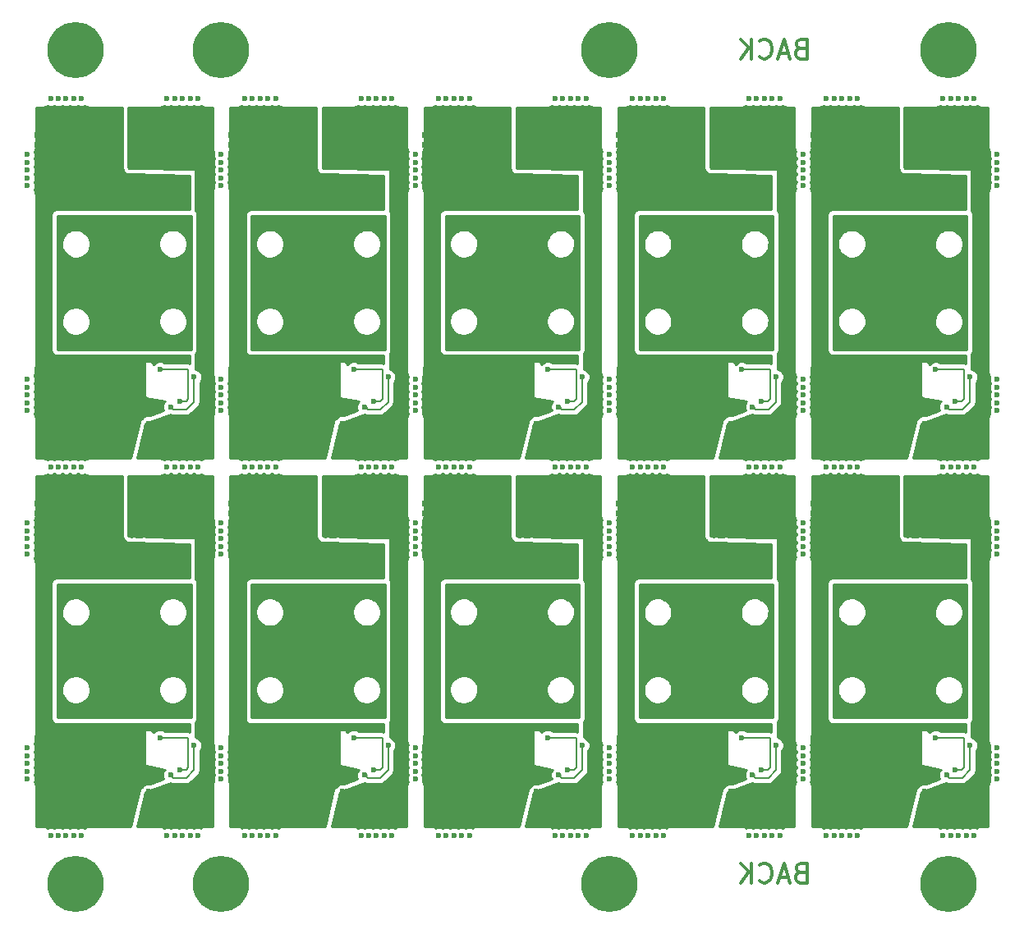
<source format=gbr>
G04 #@! TF.FileFunction,Copper,L2,Bot,Signal*
%FSLAX46Y46*%
G04 Gerber Fmt 4.6, Leading zero omitted, Abs format (unit mm)*
G04 Created by KiCad (PCBNEW 4.0.4-stable) date 01/10/17 11:03:04*
%MOMM*%
%LPD*%
G01*
G04 APERTURE LIST*
%ADD10C,0.100000*%
%ADD11C,0.300000*%
%ADD12C,5.800000*%
%ADD13C,0.500000*%
%ADD14C,0.600000*%
%ADD15C,0.200000*%
%ADD16C,0.254000*%
G04 APERTURE END LIST*
D10*
D11*
X149714286Y-109857143D02*
X149428572Y-109952381D01*
X149333333Y-110047619D01*
X149238095Y-110238095D01*
X149238095Y-110523810D01*
X149333333Y-110714286D01*
X149428572Y-110809524D01*
X149619048Y-110904762D01*
X150380953Y-110904762D01*
X150380953Y-108904762D01*
X149714286Y-108904762D01*
X149523810Y-109000000D01*
X149428572Y-109095238D01*
X149333333Y-109285714D01*
X149333333Y-109476190D01*
X149428572Y-109666667D01*
X149523810Y-109761905D01*
X149714286Y-109857143D01*
X150380953Y-109857143D01*
X148476191Y-110333333D02*
X147523810Y-110333333D01*
X148666667Y-110904762D02*
X148000000Y-108904762D01*
X147333333Y-110904762D01*
X145523809Y-110714286D02*
X145619047Y-110809524D01*
X145904762Y-110904762D01*
X146095238Y-110904762D01*
X146380952Y-110809524D01*
X146571428Y-110619048D01*
X146666667Y-110428571D01*
X146761905Y-110047619D01*
X146761905Y-109761905D01*
X146666667Y-109380952D01*
X146571428Y-109190476D01*
X146380952Y-109000000D01*
X146095238Y-108904762D01*
X145904762Y-108904762D01*
X145619047Y-109000000D01*
X145523809Y-109095238D01*
X144666667Y-110904762D02*
X144666667Y-108904762D01*
X143523809Y-110904762D02*
X144380952Y-109761905D01*
X143523809Y-108904762D02*
X144666667Y-110047619D01*
X149714286Y-24857143D02*
X149428572Y-24952381D01*
X149333333Y-25047619D01*
X149238095Y-25238095D01*
X149238095Y-25523810D01*
X149333333Y-25714286D01*
X149428572Y-25809524D01*
X149619048Y-25904762D01*
X150380953Y-25904762D01*
X150380953Y-23904762D01*
X149714286Y-23904762D01*
X149523810Y-24000000D01*
X149428572Y-24095238D01*
X149333333Y-24285714D01*
X149333333Y-24476190D01*
X149428572Y-24666667D01*
X149523810Y-24761905D01*
X149714286Y-24857143D01*
X150380953Y-24857143D01*
X148476191Y-25333333D02*
X147523810Y-25333333D01*
X148666667Y-25904762D02*
X148000000Y-23904762D01*
X147333333Y-25904762D01*
X145523809Y-25714286D02*
X145619047Y-25809524D01*
X145904762Y-25904762D01*
X146095238Y-25904762D01*
X146380952Y-25809524D01*
X146571428Y-25619048D01*
X146666667Y-25428571D01*
X146761905Y-25047619D01*
X146761905Y-24761905D01*
X146666667Y-24380952D01*
X146571428Y-24190476D01*
X146380952Y-24000000D01*
X146095238Y-23904762D01*
X145904762Y-23904762D01*
X145619047Y-24000000D01*
X145523809Y-24095238D01*
X144666667Y-25904762D02*
X144666667Y-23904762D01*
X143523809Y-25904762D02*
X144380952Y-24761905D01*
X143523809Y-23904762D02*
X144666667Y-25047619D01*
D12*
X90000000Y-111000000D03*
D13*
X90000000Y-108714000D03*
X87714000Y-111000000D03*
X91600000Y-109400000D03*
X92286000Y-111000000D03*
X88400000Y-109400000D03*
X88400000Y-112600000D03*
X90000000Y-113286000D03*
X91600000Y-112600000D03*
D12*
X75000000Y-111000000D03*
D13*
X75000000Y-108714000D03*
X72714000Y-111000000D03*
X76600000Y-109400000D03*
X77286000Y-111000000D03*
X73400000Y-109400000D03*
X73400000Y-112600000D03*
X75000000Y-113286000D03*
X76600000Y-112600000D03*
D12*
X165000000Y-111000000D03*
D13*
X165000000Y-108714000D03*
X162714000Y-111000000D03*
X166600000Y-109400000D03*
X167286000Y-111000000D03*
X163400000Y-109400000D03*
X163400000Y-112600000D03*
X165000000Y-113286000D03*
X166600000Y-112600000D03*
D12*
X130000000Y-111000000D03*
D13*
X130000000Y-108714000D03*
X127714000Y-111000000D03*
X131600000Y-109400000D03*
X132286000Y-111000000D03*
X128400000Y-109400000D03*
X128400000Y-112600000D03*
X130000000Y-113286000D03*
X131600000Y-112600000D03*
D12*
X90000000Y-25000000D03*
D13*
X90000000Y-22714000D03*
X87714000Y-25000000D03*
X91600000Y-23400000D03*
X92286000Y-25000000D03*
X88400000Y-23400000D03*
X88400000Y-26600000D03*
X90000000Y-27286000D03*
X91600000Y-26600000D03*
D12*
X75000000Y-25000000D03*
D13*
X75000000Y-22714000D03*
X72714000Y-25000000D03*
X76600000Y-23400000D03*
X77286000Y-25000000D03*
X73400000Y-23400000D03*
X73400000Y-26600000D03*
X75000000Y-27286000D03*
X76600000Y-26600000D03*
D12*
X130000000Y-25000000D03*
D13*
X130000000Y-22714000D03*
X127714000Y-25000000D03*
X131600000Y-23400000D03*
X132286000Y-25000000D03*
X128400000Y-23400000D03*
X128400000Y-26600000D03*
X130000000Y-27286000D03*
X131600000Y-26600000D03*
D14*
X170000000Y-98600000D03*
X170000000Y-97800000D03*
X170000000Y-99400000D03*
X170000000Y-97000000D03*
X170000000Y-100200000D03*
X166000000Y-106000000D03*
X165200000Y-106000000D03*
X166800000Y-106000000D03*
X164400000Y-106000000D03*
X167600000Y-106000000D03*
X154000000Y-106000000D03*
X153200000Y-106000000D03*
X154800000Y-106000000D03*
X152400000Y-106000000D03*
X155600000Y-106000000D03*
X166000000Y-30000000D03*
X165200000Y-30000000D03*
X166800000Y-30000000D03*
X164400000Y-30000000D03*
X167600000Y-30000000D03*
X170000000Y-37400000D03*
X170000000Y-38200000D03*
X170000000Y-36600000D03*
X170000000Y-39000000D03*
X170000000Y-35800000D03*
X154000000Y-30000000D03*
X153200000Y-30000000D03*
X154800000Y-30000000D03*
X152400000Y-30000000D03*
X155600000Y-30000000D03*
X154000000Y-68000000D03*
X153200000Y-68000000D03*
X154800000Y-68000000D03*
X152400000Y-68000000D03*
X155600000Y-68000000D03*
X170000000Y-60600000D03*
X170000000Y-59800000D03*
X170000000Y-61400000D03*
X170000000Y-59000000D03*
X170000000Y-62200000D03*
X170000000Y-75400000D03*
X170000000Y-76200000D03*
X170000000Y-74600000D03*
X170000000Y-77000000D03*
X170000000Y-73800000D03*
X166000000Y-68000000D03*
X165200000Y-68000000D03*
X166800000Y-68000000D03*
X164400000Y-68000000D03*
X167600000Y-68000000D03*
X150000000Y-98600000D03*
X150000000Y-97800000D03*
X150000000Y-99400000D03*
X150000000Y-97000000D03*
X150000000Y-100200000D03*
X146000000Y-106000000D03*
X145200000Y-106000000D03*
X146800000Y-106000000D03*
X144400000Y-106000000D03*
X147600000Y-106000000D03*
X134000000Y-106000000D03*
X133200000Y-106000000D03*
X134800000Y-106000000D03*
X132400000Y-106000000D03*
X135600000Y-106000000D03*
X146000000Y-30000000D03*
X145200000Y-30000000D03*
X146800000Y-30000000D03*
X144400000Y-30000000D03*
X147600000Y-30000000D03*
X150000000Y-37400000D03*
X150000000Y-38200000D03*
X150000000Y-36600000D03*
X150000000Y-39000000D03*
X150000000Y-35800000D03*
X134000000Y-30000000D03*
X133200000Y-30000000D03*
X134800000Y-30000000D03*
X132400000Y-30000000D03*
X135600000Y-30000000D03*
X134000000Y-68000000D03*
X133200000Y-68000000D03*
X134800000Y-68000000D03*
X132400000Y-68000000D03*
X135600000Y-68000000D03*
X150000000Y-60600000D03*
X150000000Y-59800000D03*
X150000000Y-61400000D03*
X150000000Y-59000000D03*
X150000000Y-62200000D03*
X150000000Y-75400000D03*
X150000000Y-76200000D03*
X150000000Y-74600000D03*
X150000000Y-77000000D03*
X150000000Y-73800000D03*
X146000000Y-68000000D03*
X145200000Y-68000000D03*
X146800000Y-68000000D03*
X144400000Y-68000000D03*
X147600000Y-68000000D03*
X130000000Y-98600000D03*
X130000000Y-97800000D03*
X130000000Y-99400000D03*
X130000000Y-97000000D03*
X130000000Y-100200000D03*
X126000000Y-106000000D03*
X125200000Y-106000000D03*
X126800000Y-106000000D03*
X124400000Y-106000000D03*
X127600000Y-106000000D03*
X114000000Y-106000000D03*
X113200000Y-106000000D03*
X114800000Y-106000000D03*
X112400000Y-106000000D03*
X115600000Y-106000000D03*
X126000000Y-30000000D03*
X125200000Y-30000000D03*
X126800000Y-30000000D03*
X124400000Y-30000000D03*
X127600000Y-30000000D03*
X130000000Y-37400000D03*
X130000000Y-38200000D03*
X130000000Y-36600000D03*
X130000000Y-39000000D03*
X130000000Y-35800000D03*
X114000000Y-30000000D03*
X113200000Y-30000000D03*
X114800000Y-30000000D03*
X112400000Y-30000000D03*
X115600000Y-30000000D03*
X114000000Y-68000000D03*
X113200000Y-68000000D03*
X114800000Y-68000000D03*
X112400000Y-68000000D03*
X115600000Y-68000000D03*
X130000000Y-60600000D03*
X130000000Y-59800000D03*
X130000000Y-61400000D03*
X130000000Y-59000000D03*
X130000000Y-62200000D03*
X130000000Y-75400000D03*
X130000000Y-76200000D03*
X130000000Y-74600000D03*
X130000000Y-77000000D03*
X130000000Y-73800000D03*
X126000000Y-68000000D03*
X125200000Y-68000000D03*
X126800000Y-68000000D03*
X124400000Y-68000000D03*
X127600000Y-68000000D03*
X110000000Y-75400000D03*
X110000000Y-76200000D03*
X110000000Y-74600000D03*
X110000000Y-77000000D03*
X110000000Y-73800000D03*
X110000000Y-60600000D03*
X110000000Y-59800000D03*
X110000000Y-61400000D03*
X110000000Y-59000000D03*
X110000000Y-62200000D03*
X106000000Y-68000000D03*
X105200000Y-68000000D03*
X106800000Y-68000000D03*
X104400000Y-68000000D03*
X107600000Y-68000000D03*
X94000000Y-68000000D03*
X93200000Y-68000000D03*
X94800000Y-68000000D03*
X92400000Y-68000000D03*
X95600000Y-68000000D03*
X106000000Y-30000000D03*
X105200000Y-30000000D03*
X106800000Y-30000000D03*
X104400000Y-30000000D03*
X107600000Y-30000000D03*
X110000000Y-37400000D03*
X110000000Y-38200000D03*
X110000000Y-36600000D03*
X110000000Y-39000000D03*
X110000000Y-35800000D03*
X94000000Y-30000000D03*
X93200000Y-30000000D03*
X94800000Y-30000000D03*
X92400000Y-30000000D03*
X95600000Y-30000000D03*
X110000000Y-98600000D03*
X110000000Y-97800000D03*
X110000000Y-99400000D03*
X110000000Y-97000000D03*
X110000000Y-100200000D03*
X106000000Y-106000000D03*
X105200000Y-106000000D03*
X106800000Y-106000000D03*
X104400000Y-106000000D03*
X107600000Y-106000000D03*
X94000000Y-106000000D03*
X93200000Y-106000000D03*
X94800000Y-106000000D03*
X92400000Y-106000000D03*
X95600000Y-106000000D03*
X90000000Y-75400000D03*
X90000000Y-76200000D03*
X90000000Y-74600000D03*
X90000000Y-77000000D03*
X90000000Y-73800000D03*
X70000000Y-75400000D03*
X70000000Y-76200000D03*
X70000000Y-74600000D03*
X70000000Y-77000000D03*
X70000000Y-73800000D03*
X86000000Y-106000000D03*
X85200000Y-106000000D03*
X86800000Y-106000000D03*
X84400000Y-106000000D03*
X87600000Y-106000000D03*
X90000000Y-98600000D03*
X90000000Y-97800000D03*
X90000000Y-99400000D03*
X90000000Y-97000000D03*
X90000000Y-100200000D03*
X70000000Y-98600000D03*
X70000000Y-97800000D03*
X70000000Y-99400000D03*
X70000000Y-97000000D03*
X70000000Y-100200000D03*
X74000000Y-106000000D03*
X73200000Y-106000000D03*
X74800000Y-106000000D03*
X72400000Y-106000000D03*
X75600000Y-106000000D03*
X86000000Y-68000000D03*
X85200000Y-68000000D03*
X86800000Y-68000000D03*
X84400000Y-68000000D03*
X87600000Y-68000000D03*
X74000000Y-68000000D03*
X73200000Y-68000000D03*
X74800000Y-68000000D03*
X72400000Y-68000000D03*
X75600000Y-68000000D03*
X90000000Y-60600000D03*
X90000000Y-59800000D03*
X90000000Y-61400000D03*
X90000000Y-59000000D03*
X90000000Y-62200000D03*
X70000000Y-60600000D03*
X70000000Y-59800000D03*
X70000000Y-61400000D03*
X70000000Y-59000000D03*
X70000000Y-62200000D03*
X90000000Y-37400000D03*
X90000000Y-38200000D03*
X90000000Y-36600000D03*
X90000000Y-39000000D03*
X90000000Y-35800000D03*
X70000000Y-37400000D03*
X70000000Y-38200000D03*
X70000000Y-36600000D03*
X70000000Y-39000000D03*
X70000000Y-35800000D03*
X74000000Y-30000000D03*
X73200000Y-30000000D03*
X74800000Y-30000000D03*
X72400000Y-30000000D03*
X75600000Y-30000000D03*
X86000000Y-30000000D03*
X85200000Y-30000000D03*
X86800000Y-30000000D03*
X84400000Y-30000000D03*
X87600000Y-30000000D03*
D12*
X165000000Y-25000000D03*
D13*
X165000000Y-22714000D03*
X162714000Y-25000000D03*
X166600000Y-23400000D03*
X167286000Y-25000000D03*
X163400000Y-23400000D03*
X163400000Y-26600000D03*
X165000000Y-27286000D03*
X166600000Y-26600000D03*
D14*
X163550000Y-56950000D03*
X152000000Y-57950000D03*
X151000000Y-57950000D03*
X151000000Y-58450000D03*
X151500000Y-57950000D03*
X152000000Y-58450000D03*
X151500000Y-58450000D03*
X151500000Y-60500000D03*
X152000000Y-60000000D03*
X151500000Y-60000000D03*
X151000000Y-60500000D03*
X151000000Y-60000000D03*
X152000000Y-60500000D03*
X151600000Y-73000000D03*
X151100000Y-73000000D03*
X151600000Y-72500000D03*
X151600000Y-72000000D03*
X151600000Y-71500000D03*
X151100000Y-71500000D03*
X151100000Y-72000000D03*
X151100000Y-72500000D03*
X151000000Y-59500000D03*
X151500000Y-59000000D03*
X152000000Y-58950000D03*
X151000000Y-58975000D03*
X151500000Y-59475000D03*
X152000000Y-59475000D03*
X153100000Y-38700000D03*
X153100000Y-38700000D03*
X151100000Y-35000000D03*
X151600000Y-35000000D03*
X151600000Y-34500000D03*
X151600000Y-34000000D03*
X151100000Y-34000000D03*
X151100000Y-33500000D03*
X151100000Y-34500000D03*
X151600000Y-33500000D03*
X161000000Y-39000000D03*
X160000000Y-38000000D03*
X162000000Y-38000000D03*
X160000000Y-40000000D03*
X160000000Y-39000000D03*
X161000000Y-38000000D03*
X156350000Y-40125000D03*
X162000000Y-39000000D03*
X160000000Y-78000000D03*
X153100000Y-76700000D03*
X153100000Y-76700000D03*
X156350000Y-78125000D03*
X160000000Y-77000000D03*
X160000000Y-76000000D03*
X161000000Y-77000000D03*
X162000000Y-76000000D03*
X161000000Y-76000000D03*
X162000000Y-77000000D03*
X151000000Y-95950000D03*
X152000000Y-96450000D03*
X152000000Y-95950000D03*
X151500000Y-96450000D03*
X151500000Y-95950000D03*
X151000000Y-96450000D03*
X151000000Y-98500000D03*
X151000000Y-98000000D03*
X152000000Y-98500000D03*
X152000000Y-98000000D03*
X151500000Y-98000000D03*
X151500000Y-98500000D03*
X163550000Y-94950000D03*
X152000000Y-96950000D03*
X151000000Y-96975000D03*
X152000000Y-97475000D03*
X151500000Y-97475000D03*
X151000000Y-97500000D03*
X151500000Y-97000000D03*
X143550000Y-56950000D03*
X132000000Y-57950000D03*
X131000000Y-57950000D03*
X131000000Y-58450000D03*
X131500000Y-57950000D03*
X132000000Y-58450000D03*
X131500000Y-58450000D03*
X131500000Y-60500000D03*
X132000000Y-60000000D03*
X131500000Y-60000000D03*
X131000000Y-60500000D03*
X131000000Y-60000000D03*
X132000000Y-60500000D03*
X131600000Y-73000000D03*
X131100000Y-73000000D03*
X131600000Y-72500000D03*
X131600000Y-72000000D03*
X131600000Y-71500000D03*
X131100000Y-71500000D03*
X131100000Y-72000000D03*
X131100000Y-72500000D03*
X131000000Y-59500000D03*
X131500000Y-59000000D03*
X132000000Y-58950000D03*
X131000000Y-58975000D03*
X131500000Y-59475000D03*
X132000000Y-59475000D03*
X133100000Y-38700000D03*
X133100000Y-38700000D03*
X131100000Y-35000000D03*
X131600000Y-35000000D03*
X131600000Y-34500000D03*
X131600000Y-34000000D03*
X131100000Y-34000000D03*
X131100000Y-33500000D03*
X131100000Y-34500000D03*
X131600000Y-33500000D03*
X141000000Y-39000000D03*
X140000000Y-38000000D03*
X142000000Y-38000000D03*
X140000000Y-40000000D03*
X140000000Y-39000000D03*
X141000000Y-38000000D03*
X136350000Y-40125000D03*
X142000000Y-39000000D03*
X140000000Y-78000000D03*
X133100000Y-76700000D03*
X133100000Y-76700000D03*
X136350000Y-78125000D03*
X140000000Y-77000000D03*
X140000000Y-76000000D03*
X141000000Y-77000000D03*
X142000000Y-76000000D03*
X141000000Y-76000000D03*
X142000000Y-77000000D03*
X131000000Y-95950000D03*
X132000000Y-96450000D03*
X132000000Y-95950000D03*
X131500000Y-96450000D03*
X131500000Y-95950000D03*
X131000000Y-96450000D03*
X131000000Y-98500000D03*
X131000000Y-98000000D03*
X132000000Y-98500000D03*
X132000000Y-98000000D03*
X131500000Y-98000000D03*
X131500000Y-98500000D03*
X143550000Y-94950000D03*
X132000000Y-96950000D03*
X131000000Y-96975000D03*
X132000000Y-97475000D03*
X131500000Y-97475000D03*
X131000000Y-97500000D03*
X131500000Y-97000000D03*
X123550000Y-56950000D03*
X112000000Y-57950000D03*
X111000000Y-57950000D03*
X111000000Y-58450000D03*
X111500000Y-57950000D03*
X112000000Y-58450000D03*
X111500000Y-58450000D03*
X111500000Y-60500000D03*
X112000000Y-60000000D03*
X111500000Y-60000000D03*
X111000000Y-60500000D03*
X111000000Y-60000000D03*
X112000000Y-60500000D03*
X111600000Y-73000000D03*
X111100000Y-73000000D03*
X111600000Y-72500000D03*
X111600000Y-72000000D03*
X111600000Y-71500000D03*
X111100000Y-71500000D03*
X111100000Y-72000000D03*
X111100000Y-72500000D03*
X111000000Y-59500000D03*
X111500000Y-59000000D03*
X112000000Y-58950000D03*
X111000000Y-58975000D03*
X111500000Y-59475000D03*
X112000000Y-59475000D03*
X113100000Y-38700000D03*
X113100000Y-38700000D03*
X111100000Y-35000000D03*
X111600000Y-35000000D03*
X111600000Y-34500000D03*
X111600000Y-34000000D03*
X111100000Y-34000000D03*
X111100000Y-33500000D03*
X111100000Y-34500000D03*
X111600000Y-33500000D03*
X121000000Y-39000000D03*
X120000000Y-38000000D03*
X122000000Y-38000000D03*
X120000000Y-40000000D03*
X120000000Y-39000000D03*
X121000000Y-38000000D03*
X116350000Y-40125000D03*
X122000000Y-39000000D03*
X120000000Y-78000000D03*
X113100000Y-76700000D03*
X113100000Y-76700000D03*
X116350000Y-78125000D03*
X120000000Y-77000000D03*
X120000000Y-76000000D03*
X121000000Y-77000000D03*
X122000000Y-76000000D03*
X121000000Y-76000000D03*
X122000000Y-77000000D03*
X111000000Y-95950000D03*
X112000000Y-96450000D03*
X112000000Y-95950000D03*
X111500000Y-96450000D03*
X111500000Y-95950000D03*
X111000000Y-96450000D03*
X111000000Y-98500000D03*
X111000000Y-98000000D03*
X112000000Y-98500000D03*
X112000000Y-98000000D03*
X111500000Y-98000000D03*
X111500000Y-98500000D03*
X123550000Y-94950000D03*
X112000000Y-96950000D03*
X111000000Y-96975000D03*
X112000000Y-97475000D03*
X111500000Y-97475000D03*
X111000000Y-97500000D03*
X111500000Y-97000000D03*
X101000000Y-77000000D03*
X102000000Y-77000000D03*
X102000000Y-76000000D03*
X100000000Y-78000000D03*
X101000000Y-76000000D03*
X96350000Y-78125000D03*
X100000000Y-77000000D03*
X100000000Y-76000000D03*
X103550000Y-56950000D03*
X93100000Y-76700000D03*
X91600000Y-73000000D03*
X93100000Y-76700000D03*
X91100000Y-73000000D03*
X91600000Y-72500000D03*
X92000000Y-58450000D03*
X91500000Y-58450000D03*
X91000000Y-57950000D03*
X92000000Y-57950000D03*
X91000000Y-58450000D03*
X91500000Y-57950000D03*
X92000000Y-59475000D03*
X91500000Y-59000000D03*
X92000000Y-58950000D03*
X91000000Y-58975000D03*
X91500000Y-59475000D03*
X91500000Y-60500000D03*
X92000000Y-60500000D03*
X91500000Y-60000000D03*
X91000000Y-60000000D03*
X91000000Y-59500000D03*
X92000000Y-60000000D03*
X91000000Y-60500000D03*
X91100000Y-72500000D03*
X91600000Y-72000000D03*
X91100000Y-71500000D03*
X91100000Y-72000000D03*
X91600000Y-71500000D03*
X93100000Y-38700000D03*
X93100000Y-38700000D03*
X91600000Y-35000000D03*
X91100000Y-35000000D03*
X91100000Y-34500000D03*
X91600000Y-34500000D03*
X91600000Y-34000000D03*
X91600000Y-33500000D03*
X91100000Y-34000000D03*
X91100000Y-33500000D03*
X101000000Y-38000000D03*
X102000000Y-38000000D03*
X101000000Y-39000000D03*
X102000000Y-39000000D03*
X100000000Y-38000000D03*
X100000000Y-39000000D03*
X100000000Y-40000000D03*
X96350000Y-40125000D03*
X91000000Y-98500000D03*
X92000000Y-98000000D03*
X91500000Y-98500000D03*
X91000000Y-98000000D03*
X91500000Y-98000000D03*
X92000000Y-98500000D03*
X103550000Y-94950000D03*
X91000000Y-95950000D03*
X92000000Y-96450000D03*
X91500000Y-96450000D03*
X92000000Y-95950000D03*
X91000000Y-96450000D03*
X91500000Y-95950000D03*
X92000000Y-97475000D03*
X91000000Y-97500000D03*
X91500000Y-97475000D03*
X91000000Y-96975000D03*
X91500000Y-97000000D03*
X92000000Y-96950000D03*
X73100000Y-76700000D03*
X71600000Y-73000000D03*
X73100000Y-76700000D03*
X71600000Y-72500000D03*
X71100000Y-73000000D03*
X71100000Y-71500000D03*
X71600000Y-71500000D03*
X71100000Y-72000000D03*
X71600000Y-72000000D03*
X71100000Y-72500000D03*
X76350000Y-78125000D03*
X80000000Y-77000000D03*
X82000000Y-77000000D03*
X80000000Y-76000000D03*
X81000000Y-77000000D03*
X80000000Y-78000000D03*
X82000000Y-76000000D03*
X81000000Y-76000000D03*
X71500000Y-95950000D03*
X71000000Y-96450000D03*
X71000000Y-95950000D03*
X72000000Y-96450000D03*
X72000000Y-95950000D03*
X71500000Y-96450000D03*
X72000000Y-96950000D03*
X71000000Y-96975000D03*
X72000000Y-97475000D03*
X71500000Y-97475000D03*
X71500000Y-97000000D03*
X71000000Y-98500000D03*
X72000000Y-98500000D03*
X71500000Y-98000000D03*
X71500000Y-98500000D03*
X71000000Y-97500000D03*
X72000000Y-98000000D03*
X71000000Y-98000000D03*
X83550000Y-94950000D03*
X76350000Y-40125000D03*
X73100000Y-38700000D03*
X80000000Y-39000000D03*
X82000000Y-39000000D03*
X82000000Y-38000000D03*
X80000000Y-40000000D03*
X80000000Y-38000000D03*
X81000000Y-38000000D03*
X81000000Y-39000000D03*
X72000000Y-57950000D03*
X71500000Y-57950000D03*
X71000000Y-57950000D03*
X71000000Y-58450000D03*
X71500000Y-58450000D03*
X72000000Y-58450000D03*
X71600000Y-33500000D03*
X71100000Y-33500000D03*
X71100000Y-34000000D03*
X71600000Y-34000000D03*
X71600000Y-34500000D03*
X71100000Y-34500000D03*
X71100000Y-35000000D03*
X71000000Y-58975000D03*
X71500000Y-59000000D03*
X72000000Y-58950000D03*
X72000000Y-59475000D03*
X71500000Y-59475000D03*
X71000000Y-59500000D03*
X71000000Y-60000000D03*
X71600000Y-35000000D03*
X73100000Y-38700000D03*
X83550000Y-56950000D03*
X72000000Y-60000000D03*
X71500000Y-60000000D03*
X72000000Y-60500000D03*
X71500000Y-60500000D03*
X71000000Y-60500000D03*
X163050000Y-65700000D03*
X163025000Y-65125000D03*
X162500000Y-65125000D03*
X162500000Y-65700000D03*
X165250000Y-74500000D03*
X165750000Y-73500000D03*
X165250000Y-74000000D03*
X165250000Y-73500000D03*
X165750000Y-74000000D03*
X165750000Y-74500000D03*
X163000000Y-63500000D03*
X162500000Y-64000000D03*
X163025000Y-64550000D03*
X162500000Y-63500000D03*
X163025000Y-64000000D03*
X162500000Y-64550000D03*
X164250000Y-74500000D03*
X164250000Y-74000000D03*
X164750000Y-73500000D03*
X164750000Y-74000000D03*
X164750000Y-74500000D03*
X164250000Y-73500000D03*
X165250000Y-35500000D03*
X165250000Y-36500000D03*
X165750000Y-35500000D03*
X165750000Y-36500000D03*
X165750000Y-36000000D03*
X165250000Y-36000000D03*
X164750000Y-36500000D03*
X164750000Y-35500000D03*
X164250000Y-36500000D03*
X164750000Y-36000000D03*
X164250000Y-36000000D03*
X164250000Y-35500000D03*
X163025000Y-102550000D03*
X162500000Y-103700000D03*
X163025000Y-103125000D03*
X163050000Y-103700000D03*
X162500000Y-103125000D03*
X162500000Y-102550000D03*
X162500000Y-102000000D03*
X163025000Y-102000000D03*
X163000000Y-101500000D03*
X162500000Y-101500000D03*
X143050000Y-65700000D03*
X143025000Y-65125000D03*
X142500000Y-65125000D03*
X142500000Y-65700000D03*
X145250000Y-74500000D03*
X145750000Y-73500000D03*
X145250000Y-74000000D03*
X145250000Y-73500000D03*
X145750000Y-74000000D03*
X145750000Y-74500000D03*
X143000000Y-63500000D03*
X142500000Y-64000000D03*
X143025000Y-64550000D03*
X142500000Y-63500000D03*
X143025000Y-64000000D03*
X142500000Y-64550000D03*
X144250000Y-74500000D03*
X144250000Y-74000000D03*
X144750000Y-73500000D03*
X144750000Y-74000000D03*
X144750000Y-74500000D03*
X144250000Y-73500000D03*
X145250000Y-35500000D03*
X145250000Y-36500000D03*
X145750000Y-35500000D03*
X145750000Y-36500000D03*
X145750000Y-36000000D03*
X145250000Y-36000000D03*
X144750000Y-36500000D03*
X144750000Y-35500000D03*
X144250000Y-36500000D03*
X144750000Y-36000000D03*
X144250000Y-36000000D03*
X144250000Y-35500000D03*
X143025000Y-102550000D03*
X142500000Y-103700000D03*
X143025000Y-103125000D03*
X143050000Y-103700000D03*
X142500000Y-103125000D03*
X142500000Y-102550000D03*
X142500000Y-102000000D03*
X143025000Y-102000000D03*
X143000000Y-101500000D03*
X142500000Y-101500000D03*
X123050000Y-65700000D03*
X123025000Y-65125000D03*
X122500000Y-65125000D03*
X122500000Y-65700000D03*
X125250000Y-74500000D03*
X125750000Y-73500000D03*
X125250000Y-74000000D03*
X125250000Y-73500000D03*
X125750000Y-74000000D03*
X125750000Y-74500000D03*
X123000000Y-63500000D03*
X122500000Y-64000000D03*
X123025000Y-64550000D03*
X122500000Y-63500000D03*
X123025000Y-64000000D03*
X122500000Y-64550000D03*
X124250000Y-74500000D03*
X124250000Y-74000000D03*
X124750000Y-73500000D03*
X124750000Y-74000000D03*
X124750000Y-74500000D03*
X124250000Y-73500000D03*
X125250000Y-35500000D03*
X125250000Y-36500000D03*
X125750000Y-35500000D03*
X125750000Y-36500000D03*
X125750000Y-36000000D03*
X125250000Y-36000000D03*
X124750000Y-36500000D03*
X124750000Y-35500000D03*
X124250000Y-36500000D03*
X124750000Y-36000000D03*
X124250000Y-36000000D03*
X124250000Y-35500000D03*
X123025000Y-102550000D03*
X122500000Y-103700000D03*
X123025000Y-103125000D03*
X123050000Y-103700000D03*
X122500000Y-103125000D03*
X122500000Y-102550000D03*
X122500000Y-102000000D03*
X123025000Y-102000000D03*
X123000000Y-101500000D03*
X122500000Y-101500000D03*
X104250000Y-74000000D03*
X104750000Y-73500000D03*
X104250000Y-74500000D03*
X104250000Y-73500000D03*
X105250000Y-74500000D03*
X104750000Y-74000000D03*
X104750000Y-74500000D03*
X105750000Y-74500000D03*
X105750000Y-73500000D03*
X105250000Y-74000000D03*
X105250000Y-73500000D03*
X105750000Y-74000000D03*
X103050000Y-65700000D03*
X102500000Y-64550000D03*
X103025000Y-64550000D03*
X102500000Y-65700000D03*
X103025000Y-65125000D03*
X102500000Y-65125000D03*
X102500000Y-64000000D03*
X102500000Y-63500000D03*
X103000000Y-63500000D03*
X103025000Y-64000000D03*
X104750000Y-36500000D03*
X104250000Y-36000000D03*
X104750000Y-35500000D03*
X104250000Y-36500000D03*
X104750000Y-36000000D03*
X104250000Y-35500000D03*
X105750000Y-35500000D03*
X105250000Y-36000000D03*
X105250000Y-35500000D03*
X105250000Y-36500000D03*
X105750000Y-36500000D03*
X105750000Y-36000000D03*
X103025000Y-102550000D03*
X102500000Y-101500000D03*
X103025000Y-102000000D03*
X103000000Y-101500000D03*
X102500000Y-102550000D03*
X102500000Y-102000000D03*
X102500000Y-103700000D03*
X102500000Y-103125000D03*
X103050000Y-103700000D03*
X103025000Y-103125000D03*
X85750000Y-73500000D03*
X85250000Y-73500000D03*
X85250000Y-74000000D03*
X85750000Y-74000000D03*
X85250000Y-74500000D03*
X85750000Y-74500000D03*
X84750000Y-73500000D03*
X84250000Y-74000000D03*
X84250000Y-74500000D03*
X84750000Y-74500000D03*
X84250000Y-73500000D03*
X84750000Y-74000000D03*
X82500000Y-102550000D03*
X82500000Y-103125000D03*
X83050000Y-103700000D03*
X83025000Y-103125000D03*
X82500000Y-103700000D03*
X83025000Y-102550000D03*
X83000000Y-101500000D03*
X83025000Y-102000000D03*
X82500000Y-101500000D03*
X82500000Y-102000000D03*
X83000000Y-63500000D03*
X82500000Y-63500000D03*
X85750000Y-36500000D03*
X85250000Y-36500000D03*
X84750000Y-36500000D03*
X84250000Y-36500000D03*
X84250000Y-36000000D03*
X84750000Y-36000000D03*
X85250000Y-36000000D03*
X85750000Y-36000000D03*
X84250000Y-35500000D03*
X84750000Y-35500000D03*
X85250000Y-35500000D03*
X85750000Y-35500000D03*
X83025000Y-64000000D03*
X83025000Y-64550000D03*
X83025000Y-65125000D03*
X83050000Y-65700000D03*
X82500000Y-65700000D03*
X82500000Y-65125000D03*
X82500000Y-64550000D03*
X82500000Y-64000000D03*
X164774998Y-61800000D03*
X167200020Y-58728980D03*
X164774998Y-99800000D03*
X167200020Y-96728980D03*
X144774998Y-61800000D03*
X147200020Y-58728980D03*
X144774998Y-99800000D03*
X147200020Y-96728980D03*
X124774998Y-61800000D03*
X127200020Y-58728980D03*
X124774998Y-99800000D03*
X127200020Y-96728980D03*
X107200020Y-58728980D03*
X104774998Y-61800000D03*
X104774998Y-99800000D03*
X107200020Y-96728980D03*
X84774998Y-99800000D03*
X87200020Y-96728980D03*
X87200020Y-58728980D03*
X84774998Y-61800000D03*
X165692000Y-61230021D03*
X163660000Y-57928000D03*
X163660000Y-95928000D03*
X165692000Y-99230021D03*
X145692000Y-61230021D03*
X143660000Y-57928000D03*
X143660000Y-95928000D03*
X145692000Y-99230021D03*
X125692000Y-61230021D03*
X123660000Y-57928000D03*
X123660000Y-95928000D03*
X125692000Y-99230021D03*
X103660000Y-57928000D03*
X105692000Y-61230021D03*
X103660000Y-95928000D03*
X105692000Y-99230021D03*
X83660000Y-95928000D03*
X85692000Y-99230021D03*
X85692000Y-61230021D03*
X83660000Y-57928000D03*
X161800000Y-55000000D03*
X161800000Y-93000000D03*
X141800000Y-55000000D03*
X141800000Y-93000000D03*
X121800000Y-55000000D03*
X121800000Y-93000000D03*
X101800000Y-55000000D03*
X101800000Y-93000000D03*
X81800000Y-93000000D03*
X81800000Y-55000000D03*
D15*
X151525000Y-96950000D02*
X151500000Y-96975000D01*
X152025000Y-96950000D02*
X151525000Y-96950000D01*
X151500000Y-95950000D02*
X152000000Y-95950000D01*
X152000000Y-96400000D02*
X151500000Y-96400000D01*
X151500000Y-95950000D02*
X151500000Y-96400000D01*
X151500000Y-97475000D02*
X152025000Y-97475000D01*
X163850000Y-94550000D02*
X163550001Y-94849999D01*
X163550001Y-94849999D02*
X162650001Y-94849999D01*
X151000000Y-95950000D02*
X151500000Y-95950000D01*
X151500000Y-96400000D02*
X151000000Y-96400000D01*
X151500000Y-94050000D02*
X151500000Y-95950000D01*
X151000000Y-98000000D02*
X151000000Y-97500000D01*
X151000000Y-98500000D02*
X151500000Y-98500000D01*
X151500000Y-96975000D02*
X151500000Y-98000000D01*
X151500000Y-96975000D02*
X150975000Y-96975000D01*
X151500000Y-96400000D02*
X151500000Y-96975000D01*
X151600000Y-73000000D02*
X151600000Y-75200000D01*
X151600000Y-73000000D02*
X151100000Y-73000000D01*
X151300000Y-73075000D02*
X151300000Y-73000000D01*
X151300000Y-72500000D02*
X151300000Y-72000000D01*
X150800000Y-73000000D02*
X150800000Y-72500000D01*
X150800000Y-72000000D02*
X150800000Y-71500000D01*
X159000000Y-98500000D02*
X152000000Y-98500000D01*
X151500000Y-98000000D02*
X152000000Y-98000000D01*
X161000000Y-76000000D02*
X162000000Y-76000000D01*
X151600000Y-75200000D02*
X153100000Y-76700000D01*
X161000000Y-77000000D02*
X161000000Y-76000000D01*
X160000000Y-76000000D02*
X160000000Y-77000000D01*
X156350000Y-78125000D02*
X151300000Y-73075000D01*
X151600000Y-37200000D02*
X153100000Y-38700000D01*
X161000000Y-39000000D02*
X161000000Y-38000000D01*
X160000000Y-38000000D02*
X160000000Y-39000000D01*
X159000000Y-60500000D02*
X152000000Y-60500000D01*
X151500000Y-56050000D02*
X151500000Y-57950000D01*
X156350000Y-40125000D02*
X151300000Y-35075000D01*
X151600000Y-35000000D02*
X151600000Y-37200000D01*
X161000000Y-38000000D02*
X162000000Y-38000000D01*
X150800000Y-35000000D02*
X150800000Y-34500000D01*
X151300000Y-35075000D02*
X151300000Y-35000000D01*
X151300000Y-34500000D02*
X151300000Y-34000000D01*
X151600000Y-35000000D02*
X151100000Y-35000000D01*
X150800000Y-34000000D02*
X150800000Y-33500000D01*
X163550001Y-56849999D02*
X162650001Y-56849999D01*
X163850000Y-56550000D02*
X163550001Y-56849999D01*
X151500000Y-58975000D02*
X150975000Y-58975000D01*
X152025000Y-58950000D02*
X151525000Y-58950000D01*
X151525000Y-58950000D02*
X151500000Y-58975000D01*
X151500000Y-58400000D02*
X151500000Y-58975000D01*
X151500000Y-60000000D02*
X152000000Y-60000000D01*
X151000000Y-60000000D02*
X151000000Y-59500000D01*
X151500000Y-58975000D02*
X151500000Y-60000000D01*
X151500000Y-59475000D02*
X152025000Y-59475000D01*
X151000000Y-60500000D02*
X151500000Y-60500000D01*
X152000000Y-58400000D02*
X151500000Y-58400000D01*
X151500000Y-57950000D02*
X152000000Y-57950000D01*
X151500000Y-58400000D02*
X151000000Y-58400000D01*
X151500000Y-57950000D02*
X151500000Y-58400000D01*
X151000000Y-57950000D02*
X151500000Y-57950000D01*
X131525000Y-96950000D02*
X131500000Y-96975000D01*
X132025000Y-96950000D02*
X131525000Y-96950000D01*
X131500000Y-95950000D02*
X132000000Y-95950000D01*
X132000000Y-96400000D02*
X131500000Y-96400000D01*
X131500000Y-95950000D02*
X131500000Y-96400000D01*
X131500000Y-97475000D02*
X132025000Y-97475000D01*
X143850000Y-94550000D02*
X143550001Y-94849999D01*
X143550001Y-94849999D02*
X142650001Y-94849999D01*
X131000000Y-95950000D02*
X131500000Y-95950000D01*
X131500000Y-96400000D02*
X131000000Y-96400000D01*
X131500000Y-94050000D02*
X131500000Y-95950000D01*
X131000000Y-98000000D02*
X131000000Y-97500000D01*
X131000000Y-98500000D02*
X131500000Y-98500000D01*
X131500000Y-96975000D02*
X131500000Y-98000000D01*
X131500000Y-96975000D02*
X130975000Y-96975000D01*
X131500000Y-96400000D02*
X131500000Y-96975000D01*
X131600000Y-73000000D02*
X131600000Y-75200000D01*
X131600000Y-73000000D02*
X131100000Y-73000000D01*
X131300000Y-73075000D02*
X131300000Y-73000000D01*
X131300000Y-72500000D02*
X131300000Y-72000000D01*
X130800000Y-73000000D02*
X130800000Y-72500000D01*
X130800000Y-72000000D02*
X130800000Y-71500000D01*
X139000000Y-98500000D02*
X132000000Y-98500000D01*
X131500000Y-98000000D02*
X132000000Y-98000000D01*
X141000000Y-76000000D02*
X142000000Y-76000000D01*
X131600000Y-75200000D02*
X133100000Y-76700000D01*
X141000000Y-77000000D02*
X141000000Y-76000000D01*
X140000000Y-76000000D02*
X140000000Y-77000000D01*
X136350000Y-78125000D02*
X131300000Y-73075000D01*
X131600000Y-37200000D02*
X133100000Y-38700000D01*
X141000000Y-39000000D02*
X141000000Y-38000000D01*
X140000000Y-38000000D02*
X140000000Y-39000000D01*
X139000000Y-60500000D02*
X132000000Y-60500000D01*
X131500000Y-56050000D02*
X131500000Y-57950000D01*
X136350000Y-40125000D02*
X131300000Y-35075000D01*
X131600000Y-35000000D02*
X131600000Y-37200000D01*
X141000000Y-38000000D02*
X142000000Y-38000000D01*
X130800000Y-35000000D02*
X130800000Y-34500000D01*
X131300000Y-35075000D02*
X131300000Y-35000000D01*
X131300000Y-34500000D02*
X131300000Y-34000000D01*
X131600000Y-35000000D02*
X131100000Y-35000000D01*
X130800000Y-34000000D02*
X130800000Y-33500000D01*
X143550001Y-56849999D02*
X142650001Y-56849999D01*
X143850000Y-56550000D02*
X143550001Y-56849999D01*
X131500000Y-58975000D02*
X130975000Y-58975000D01*
X132025000Y-58950000D02*
X131525000Y-58950000D01*
X131525000Y-58950000D02*
X131500000Y-58975000D01*
X131500000Y-58400000D02*
X131500000Y-58975000D01*
X131500000Y-60000000D02*
X132000000Y-60000000D01*
X131000000Y-60000000D02*
X131000000Y-59500000D01*
X131500000Y-58975000D02*
X131500000Y-60000000D01*
X131500000Y-59475000D02*
X132025000Y-59475000D01*
X131000000Y-60500000D02*
X131500000Y-60500000D01*
X132000000Y-58400000D02*
X131500000Y-58400000D01*
X131500000Y-57950000D02*
X132000000Y-57950000D01*
X131500000Y-58400000D02*
X131000000Y-58400000D01*
X131500000Y-57950000D02*
X131500000Y-58400000D01*
X131000000Y-57950000D02*
X131500000Y-57950000D01*
X111525000Y-96950000D02*
X111500000Y-96975000D01*
X112025000Y-96950000D02*
X111525000Y-96950000D01*
X111500000Y-95950000D02*
X112000000Y-95950000D01*
X112000000Y-96400000D02*
X111500000Y-96400000D01*
X111500000Y-95950000D02*
X111500000Y-96400000D01*
X111500000Y-97475000D02*
X112025000Y-97475000D01*
X123850000Y-94550000D02*
X123550001Y-94849999D01*
X123550001Y-94849999D02*
X122650001Y-94849999D01*
X111000000Y-95950000D02*
X111500000Y-95950000D01*
X111500000Y-96400000D02*
X111000000Y-96400000D01*
X111500000Y-94050000D02*
X111500000Y-95950000D01*
X111000000Y-98000000D02*
X111000000Y-97500000D01*
X111000000Y-98500000D02*
X111500000Y-98500000D01*
X111500000Y-96975000D02*
X111500000Y-98000000D01*
X111500000Y-96975000D02*
X110975000Y-96975000D01*
X111500000Y-96400000D02*
X111500000Y-96975000D01*
X111600000Y-73000000D02*
X111600000Y-75200000D01*
X111600000Y-73000000D02*
X111100000Y-73000000D01*
X111300000Y-73075000D02*
X111300000Y-73000000D01*
X111300000Y-72500000D02*
X111300000Y-72000000D01*
X110800000Y-73000000D02*
X110800000Y-72500000D01*
X110800000Y-72000000D02*
X110800000Y-71500000D01*
X119000000Y-98500000D02*
X112000000Y-98500000D01*
X111500000Y-98000000D02*
X112000000Y-98000000D01*
X121000000Y-76000000D02*
X122000000Y-76000000D01*
X111600000Y-75200000D02*
X113100000Y-76700000D01*
X121000000Y-77000000D02*
X121000000Y-76000000D01*
X120000000Y-76000000D02*
X120000000Y-77000000D01*
X116350000Y-78125000D02*
X111300000Y-73075000D01*
X111600000Y-37200000D02*
X113100000Y-38700000D01*
X121000000Y-39000000D02*
X121000000Y-38000000D01*
X120000000Y-38000000D02*
X120000000Y-39000000D01*
X119000000Y-60500000D02*
X112000000Y-60500000D01*
X111500000Y-56050000D02*
X111500000Y-57950000D01*
X116350000Y-40125000D02*
X111300000Y-35075000D01*
X111600000Y-35000000D02*
X111600000Y-37200000D01*
X121000000Y-38000000D02*
X122000000Y-38000000D01*
X110800000Y-35000000D02*
X110800000Y-34500000D01*
X111300000Y-35075000D02*
X111300000Y-35000000D01*
X111300000Y-34500000D02*
X111300000Y-34000000D01*
X111600000Y-35000000D02*
X111100000Y-35000000D01*
X110800000Y-34000000D02*
X110800000Y-33500000D01*
X123550001Y-56849999D02*
X122650001Y-56849999D01*
X123850000Y-56550000D02*
X123550001Y-56849999D01*
X111500000Y-58975000D02*
X110975000Y-58975000D01*
X112025000Y-58950000D02*
X111525000Y-58950000D01*
X111525000Y-58950000D02*
X111500000Y-58975000D01*
X111500000Y-58400000D02*
X111500000Y-58975000D01*
X111500000Y-60000000D02*
X112000000Y-60000000D01*
X111000000Y-60000000D02*
X111000000Y-59500000D01*
X111500000Y-58975000D02*
X111500000Y-60000000D01*
X111500000Y-59475000D02*
X112025000Y-59475000D01*
X111000000Y-60500000D02*
X111500000Y-60500000D01*
X112000000Y-58400000D02*
X111500000Y-58400000D01*
X111500000Y-57950000D02*
X112000000Y-57950000D01*
X111500000Y-58400000D02*
X111000000Y-58400000D01*
X111500000Y-57950000D02*
X111500000Y-58400000D01*
X111000000Y-57950000D02*
X111500000Y-57950000D01*
X101000000Y-76000000D02*
X102000000Y-76000000D01*
X101000000Y-77000000D02*
X101000000Y-76000000D01*
X100000000Y-76000000D02*
X100000000Y-77000000D01*
X91600000Y-75200000D02*
X93100000Y-76700000D01*
X91300000Y-73075000D02*
X91300000Y-73000000D01*
X90800000Y-73000000D02*
X90800000Y-72500000D01*
X91300000Y-72500000D02*
X91300000Y-72000000D01*
X91600000Y-73000000D02*
X91100000Y-73000000D01*
X91600000Y-73000000D02*
X91600000Y-75200000D01*
X103550001Y-94849999D02*
X102650001Y-94849999D01*
X103850000Y-94550000D02*
X103550001Y-94849999D01*
X91500000Y-94050000D02*
X91500000Y-95950000D01*
X90800000Y-72000000D02*
X90800000Y-71500000D01*
X91500000Y-96975000D02*
X90975000Y-96975000D01*
X96350000Y-78125000D02*
X91300000Y-73075000D01*
X91500000Y-58975000D02*
X90975000Y-58975000D01*
X91500000Y-56050000D02*
X91500000Y-57950000D01*
X91300000Y-35075000D02*
X91300000Y-35000000D01*
X91600000Y-35000000D02*
X91100000Y-35000000D01*
X90800000Y-34000000D02*
X90800000Y-33500000D01*
X91300000Y-34500000D02*
X91300000Y-34000000D01*
X90800000Y-35000000D02*
X90800000Y-34500000D01*
X91600000Y-35000000D02*
X91600000Y-37200000D01*
X96350000Y-40125000D02*
X91300000Y-35075000D01*
X101000000Y-38000000D02*
X102000000Y-38000000D01*
X101000000Y-39000000D02*
X101000000Y-38000000D01*
X100000000Y-38000000D02*
X100000000Y-39000000D01*
X91600000Y-37200000D02*
X93100000Y-38700000D01*
X92025000Y-58950000D02*
X91525000Y-58950000D01*
X91500000Y-59475000D02*
X92025000Y-59475000D01*
X91000000Y-60500000D02*
X91500000Y-60500000D01*
X91000000Y-60000000D02*
X91000000Y-59500000D01*
X91500000Y-60000000D02*
X92000000Y-60000000D01*
X91500000Y-58975000D02*
X91500000Y-60000000D01*
X91500000Y-57950000D02*
X92000000Y-57950000D01*
X92000000Y-58400000D02*
X91500000Y-58400000D01*
X91500000Y-57950000D02*
X91500000Y-58400000D01*
X91000000Y-57950000D02*
X91500000Y-57950000D01*
X91500000Y-58400000D02*
X91000000Y-58400000D01*
X91525000Y-58950000D02*
X91500000Y-58975000D01*
X91500000Y-58400000D02*
X91500000Y-58975000D01*
X103850000Y-56550000D02*
X103550001Y-56849999D01*
X103550001Y-56849999D02*
X102650001Y-56849999D01*
X99000000Y-60500000D02*
X92000000Y-60500000D01*
X91500000Y-96975000D02*
X91500000Y-98000000D01*
X92025000Y-96950000D02*
X91525000Y-96950000D01*
X91000000Y-98000000D02*
X91000000Y-97500000D01*
X91500000Y-97475000D02*
X92025000Y-97475000D01*
X91000000Y-98500000D02*
X91500000Y-98500000D01*
X99000000Y-98500000D02*
X92000000Y-98500000D01*
X91500000Y-98000000D02*
X92000000Y-98000000D01*
X92000000Y-96400000D02*
X91500000Y-96400000D01*
X91000000Y-95950000D02*
X91500000Y-95950000D01*
X91500000Y-96400000D02*
X91500000Y-96975000D01*
X91500000Y-95950000D02*
X91500000Y-96400000D01*
X91500000Y-95950000D02*
X92000000Y-95950000D01*
X91525000Y-96950000D02*
X91500000Y-96975000D01*
X91500000Y-96400000D02*
X91000000Y-96400000D01*
X72000000Y-96400000D02*
X71500000Y-96400000D01*
X71500000Y-95950000D02*
X71500000Y-96400000D01*
X71000000Y-95950000D02*
X71500000Y-95950000D01*
X71500000Y-96400000D02*
X71500000Y-96975000D01*
X71525000Y-96950000D02*
X71500000Y-96975000D01*
X71500000Y-95950000D02*
X72000000Y-95950000D01*
X71500000Y-96400000D02*
X71000000Y-96400000D01*
X72025000Y-96950000D02*
X71525000Y-96950000D01*
X71500000Y-96975000D02*
X71500000Y-98000000D01*
X71000000Y-98500000D02*
X71500000Y-98500000D01*
X71500000Y-98000000D02*
X72000000Y-98000000D01*
X71500000Y-97475000D02*
X72025000Y-97475000D01*
X71000000Y-98000000D02*
X71000000Y-97500000D01*
X83550001Y-94849999D02*
X82650001Y-94849999D01*
X79000000Y-98500000D02*
X72000000Y-98500000D01*
X83850000Y-94550000D02*
X83550001Y-94849999D01*
X71500000Y-94050000D02*
X71500000Y-95950000D01*
X71500000Y-96975000D02*
X70975000Y-96975000D01*
X76350000Y-78125000D02*
X71300000Y-73075000D01*
X71300000Y-72500000D02*
X71300000Y-72000000D01*
X70800000Y-73000000D02*
X70800000Y-72500000D01*
X70800000Y-72000000D02*
X70800000Y-71500000D01*
X81000000Y-76000000D02*
X82000000Y-76000000D01*
X81000000Y-77000000D02*
X81000000Y-76000000D01*
X80000000Y-76000000D02*
X80000000Y-77000000D01*
X71600000Y-75200000D02*
X73100000Y-76700000D01*
X71600000Y-73000000D02*
X71100000Y-73000000D01*
X71600000Y-73000000D02*
X71600000Y-75200000D01*
X71300000Y-73075000D02*
X71300000Y-73000000D01*
X71600000Y-35000000D02*
X71600000Y-37200000D01*
X71600000Y-37200000D02*
X73100000Y-38700000D01*
X71600000Y-35000000D02*
X71100000Y-35000000D01*
X81000000Y-38000000D02*
X82000000Y-38000000D01*
X80000000Y-38000000D02*
X80000000Y-39000000D01*
X81000000Y-39000000D02*
X81000000Y-38000000D01*
X71500000Y-57950000D02*
X72000000Y-57950000D01*
X71500000Y-56050000D02*
X71500000Y-57950000D01*
X71500000Y-57950000D02*
X71500000Y-58400000D01*
X71000000Y-57950000D02*
X71500000Y-57950000D01*
X71500000Y-58400000D02*
X71000000Y-58400000D01*
X71500000Y-58400000D02*
X71500000Y-58975000D01*
X72000000Y-58400000D02*
X71500000Y-58400000D01*
X70800000Y-34000000D02*
X70800000Y-33500000D01*
X71300000Y-34500000D02*
X71300000Y-34000000D01*
X70800000Y-35000000D02*
X70800000Y-34500000D01*
X71500000Y-58975000D02*
X70975000Y-58975000D01*
X71500000Y-58975000D02*
X71500000Y-60000000D01*
X72025000Y-58950000D02*
X71525000Y-58950000D01*
X71525000Y-58950000D02*
X71500000Y-58975000D01*
X71500000Y-59475000D02*
X72025000Y-59475000D01*
X71000000Y-60000000D02*
X71000000Y-59500000D01*
X71300000Y-35075000D02*
X71300000Y-35000000D01*
X76350000Y-40125000D02*
X71300000Y-35075000D01*
X79000000Y-60500000D02*
X72000000Y-60500000D01*
X83850000Y-56550000D02*
X83550001Y-56849999D01*
X83550001Y-56849999D02*
X82650001Y-56849999D01*
X71500000Y-60000000D02*
X72000000Y-60000000D01*
X71000000Y-60500000D02*
X71500000Y-60500000D01*
X163025000Y-102550000D02*
X165950000Y-102550000D01*
X168300000Y-75200000D02*
X167100000Y-74000000D01*
X167100000Y-74000000D02*
X165250000Y-74000000D01*
X165950000Y-102550000D02*
X168300000Y-100200000D01*
X168300000Y-100200000D02*
X168300000Y-75200000D01*
X165750000Y-74000000D02*
X165250000Y-74000000D01*
X165250000Y-74500000D02*
X165750000Y-74500000D01*
X164750000Y-74000000D02*
X164250000Y-74000000D01*
X164250000Y-74500000D02*
X164750000Y-74500000D01*
X165750000Y-73500000D02*
X165250000Y-73500000D01*
X164750000Y-73500000D02*
X164250000Y-73500000D01*
X168300000Y-62200000D02*
X168300000Y-37200000D01*
X168300000Y-37200000D02*
X167100000Y-36000000D01*
X167100000Y-36000000D02*
X165250000Y-36000000D01*
X164750000Y-36000000D02*
X164250000Y-36000000D01*
X164250000Y-36500000D02*
X164750000Y-36500000D01*
X165250000Y-36500000D02*
X165750000Y-36500000D01*
X165750000Y-36000000D02*
X165250000Y-36000000D01*
X165750000Y-35500000D02*
X165250000Y-35500000D01*
X164750000Y-35500000D02*
X164250000Y-35500000D01*
X163025000Y-64550000D02*
X165950000Y-64550000D01*
X165950000Y-64550000D02*
X168300000Y-62200000D01*
X143025000Y-102550000D02*
X145950000Y-102550000D01*
X148300000Y-75200000D02*
X147100000Y-74000000D01*
X147100000Y-74000000D02*
X145250000Y-74000000D01*
X145950000Y-102550000D02*
X148300000Y-100200000D01*
X148300000Y-100200000D02*
X148300000Y-75200000D01*
X145750000Y-74000000D02*
X145250000Y-74000000D01*
X145250000Y-74500000D02*
X145750000Y-74500000D01*
X144750000Y-74000000D02*
X144250000Y-74000000D01*
X144250000Y-74500000D02*
X144750000Y-74500000D01*
X145750000Y-73500000D02*
X145250000Y-73500000D01*
X144750000Y-73500000D02*
X144250000Y-73500000D01*
X148300000Y-62200000D02*
X148300000Y-37200000D01*
X148300000Y-37200000D02*
X147100000Y-36000000D01*
X147100000Y-36000000D02*
X145250000Y-36000000D01*
X144750000Y-36000000D02*
X144250000Y-36000000D01*
X144250000Y-36500000D02*
X144750000Y-36500000D01*
X145250000Y-36500000D02*
X145750000Y-36500000D01*
X145750000Y-36000000D02*
X145250000Y-36000000D01*
X145750000Y-35500000D02*
X145250000Y-35500000D01*
X144750000Y-35500000D02*
X144250000Y-35500000D01*
X143025000Y-64550000D02*
X145950000Y-64550000D01*
X145950000Y-64550000D02*
X148300000Y-62200000D01*
X123025000Y-102550000D02*
X125950000Y-102550000D01*
X128300000Y-75200000D02*
X127100000Y-74000000D01*
X127100000Y-74000000D02*
X125250000Y-74000000D01*
X125950000Y-102550000D02*
X128300000Y-100200000D01*
X128300000Y-100200000D02*
X128300000Y-75200000D01*
X125750000Y-74000000D02*
X125250000Y-74000000D01*
X125250000Y-74500000D02*
X125750000Y-74500000D01*
X124750000Y-74000000D02*
X124250000Y-74000000D01*
X124250000Y-74500000D02*
X124750000Y-74500000D01*
X125750000Y-73500000D02*
X125250000Y-73500000D01*
X124750000Y-73500000D02*
X124250000Y-73500000D01*
X128300000Y-62200000D02*
X128300000Y-37200000D01*
X128300000Y-37200000D02*
X127100000Y-36000000D01*
X127100000Y-36000000D02*
X125250000Y-36000000D01*
X124750000Y-36000000D02*
X124250000Y-36000000D01*
X124250000Y-36500000D02*
X124750000Y-36500000D01*
X125250000Y-36500000D02*
X125750000Y-36500000D01*
X125750000Y-36000000D02*
X125250000Y-36000000D01*
X125750000Y-35500000D02*
X125250000Y-35500000D01*
X124750000Y-35500000D02*
X124250000Y-35500000D01*
X123025000Y-64550000D02*
X125950000Y-64550000D01*
X125950000Y-64550000D02*
X128300000Y-62200000D01*
X107100000Y-74000000D02*
X105250000Y-74000000D01*
X108300000Y-75200000D02*
X107100000Y-74000000D01*
X104250000Y-74500000D02*
X104750000Y-74500000D01*
X104750000Y-73500000D02*
X104250000Y-73500000D01*
X105750000Y-73500000D02*
X105250000Y-73500000D01*
X105750000Y-74000000D02*
X105250000Y-74000000D01*
X104750000Y-74000000D02*
X104250000Y-74000000D01*
X105250000Y-74500000D02*
X105750000Y-74500000D01*
X105950000Y-102550000D02*
X108300000Y-100200000D01*
X108300000Y-100200000D02*
X108300000Y-75200000D01*
X103025000Y-102550000D02*
X105950000Y-102550000D01*
X104250000Y-36500000D02*
X104750000Y-36500000D01*
X104750000Y-35500000D02*
X104250000Y-35500000D01*
X104750000Y-36000000D02*
X104250000Y-36000000D01*
X108300000Y-37200000D02*
X107100000Y-36000000D01*
X105250000Y-36500000D02*
X105750000Y-36500000D01*
X105750000Y-35500000D02*
X105250000Y-35500000D01*
X105750000Y-36000000D02*
X105250000Y-36000000D01*
X107100000Y-36000000D02*
X105250000Y-36000000D01*
X105950000Y-64550000D02*
X108300000Y-62200000D01*
X103025000Y-64550000D02*
X105950000Y-64550000D01*
X108300000Y-62200000D02*
X108300000Y-37200000D01*
X88300000Y-100200000D02*
X88300000Y-75200000D01*
X83025000Y-102550000D02*
X85950000Y-102550000D01*
X85950000Y-102550000D02*
X88300000Y-100200000D01*
X88300000Y-75200000D02*
X87100000Y-74000000D01*
X85750000Y-73500000D02*
X85250000Y-73500000D01*
X84250000Y-74500000D02*
X84750000Y-74500000D01*
X84750000Y-74000000D02*
X84250000Y-74000000D01*
X85250000Y-74500000D02*
X85750000Y-74500000D01*
X84750000Y-73500000D02*
X84250000Y-73500000D01*
X85750000Y-74000000D02*
X85250000Y-74000000D01*
X87100000Y-74000000D02*
X85250000Y-74000000D01*
X83025000Y-64550000D02*
X85950000Y-64550000D01*
X85950000Y-64550000D02*
X88300000Y-62200000D01*
X88300000Y-62200000D02*
X88300000Y-37200000D01*
X88300000Y-37200000D02*
X87100000Y-36000000D01*
X87100000Y-36000000D02*
X85250000Y-36000000D01*
X85250000Y-36500000D02*
X85750000Y-36500000D01*
X84250000Y-36500000D02*
X84750000Y-36500000D01*
X84750000Y-36000000D02*
X84250000Y-36000000D01*
X85750000Y-36000000D02*
X85250000Y-36000000D01*
X84750000Y-35500000D02*
X84250000Y-35500000D01*
X85750000Y-35500000D02*
X85250000Y-35500000D01*
X167200020Y-99299980D02*
X167200020Y-97153244D01*
X167200020Y-97153244D02*
X167200020Y-96728980D01*
X165000000Y-99800000D02*
X164774998Y-99800000D01*
X165074997Y-100099999D02*
X166400001Y-100099999D01*
X166400001Y-100099999D02*
X167200020Y-99299980D01*
X164600000Y-99800000D02*
X165000000Y-99800000D01*
X164774998Y-99800000D02*
X165074997Y-100099999D01*
X167200020Y-59153244D02*
X167200020Y-58728980D01*
X167200020Y-61299980D02*
X167200020Y-59153244D01*
X165000000Y-61800000D02*
X164774998Y-61800000D01*
X166400001Y-62099999D02*
X167200020Y-61299980D01*
X164774998Y-61800000D02*
X165074997Y-62099999D01*
X164600000Y-61800000D02*
X165000000Y-61800000D01*
X165074997Y-62099999D02*
X166400001Y-62099999D01*
X147200020Y-99299980D02*
X147200020Y-97153244D01*
X147200020Y-97153244D02*
X147200020Y-96728980D01*
X145000000Y-99800000D02*
X144774998Y-99800000D01*
X145074997Y-100099999D02*
X146400001Y-100099999D01*
X146400001Y-100099999D02*
X147200020Y-99299980D01*
X144600000Y-99800000D02*
X145000000Y-99800000D01*
X144774998Y-99800000D02*
X145074997Y-100099999D01*
X147200020Y-59153244D02*
X147200020Y-58728980D01*
X147200020Y-61299980D02*
X147200020Y-59153244D01*
X145000000Y-61800000D02*
X144774998Y-61800000D01*
X146400001Y-62099999D02*
X147200020Y-61299980D01*
X144774998Y-61800000D02*
X145074997Y-62099999D01*
X144600000Y-61800000D02*
X145000000Y-61800000D01*
X145074997Y-62099999D02*
X146400001Y-62099999D01*
X127200020Y-99299980D02*
X127200020Y-97153244D01*
X127200020Y-97153244D02*
X127200020Y-96728980D01*
X125000000Y-99800000D02*
X124774998Y-99800000D01*
X125074997Y-100099999D02*
X126400001Y-100099999D01*
X126400001Y-100099999D02*
X127200020Y-99299980D01*
X124600000Y-99800000D02*
X125000000Y-99800000D01*
X124774998Y-99800000D02*
X125074997Y-100099999D01*
X127200020Y-59153244D02*
X127200020Y-58728980D01*
X127200020Y-61299980D02*
X127200020Y-59153244D01*
X125000000Y-61800000D02*
X124774998Y-61800000D01*
X126400001Y-62099999D02*
X127200020Y-61299980D01*
X124774998Y-61800000D02*
X125074997Y-62099999D01*
X124600000Y-61800000D02*
X125000000Y-61800000D01*
X125074997Y-62099999D02*
X126400001Y-62099999D01*
X104774998Y-61800000D02*
X105074997Y-62099999D01*
X104600000Y-61800000D02*
X105000000Y-61800000D01*
X106400001Y-62099999D02*
X107200020Y-61299980D01*
X107200020Y-61299980D02*
X107200020Y-59153244D01*
X105074997Y-62099999D02*
X106400001Y-62099999D01*
X107200020Y-59153244D02*
X107200020Y-58728980D01*
X105000000Y-61800000D02*
X104774998Y-61800000D01*
X105000000Y-99800000D02*
X104774998Y-99800000D01*
X104600000Y-99800000D02*
X105000000Y-99800000D01*
X104774998Y-99800000D02*
X105074997Y-100099999D01*
X106400001Y-100099999D02*
X107200020Y-99299980D01*
X105074997Y-100099999D02*
X106400001Y-100099999D01*
X107200020Y-99299980D02*
X107200020Y-97153244D01*
X107200020Y-97153244D02*
X107200020Y-96728980D01*
X85000000Y-99800000D02*
X84774998Y-99800000D01*
X87200020Y-97153244D02*
X87200020Y-96728980D01*
X85074997Y-100099999D02*
X86400001Y-100099999D01*
X87200020Y-99299980D02*
X87200020Y-97153244D01*
X86400001Y-100099999D02*
X87200020Y-99299980D01*
X84774998Y-99800000D02*
X85074997Y-100099999D01*
X84600000Y-99800000D02*
X85000000Y-99800000D01*
X87200020Y-61299980D02*
X87200020Y-59153244D01*
X86400001Y-62099999D02*
X87200020Y-61299980D01*
X85074997Y-62099999D02*
X86400001Y-62099999D01*
X87200020Y-59153244D02*
X87200020Y-58728980D01*
X84774998Y-61800000D02*
X85074997Y-62099999D01*
X84600000Y-61800000D02*
X85000000Y-61800000D01*
X85000000Y-61800000D02*
X84774998Y-61800000D01*
X165692000Y-99230021D02*
X166369979Y-99230021D01*
X166600000Y-99000000D02*
X166600000Y-96000000D01*
X166528000Y-95928000D02*
X163660000Y-95928000D01*
X166600000Y-96000000D02*
X166528000Y-95928000D01*
X166369979Y-99230021D02*
X166600000Y-99000000D01*
X165692000Y-61230021D02*
X166369979Y-61230021D01*
X166369979Y-61230021D02*
X166600000Y-61000000D01*
X166600000Y-61000000D02*
X166600000Y-58000000D01*
X166600000Y-58000000D02*
X166528000Y-57928000D01*
X166528000Y-57928000D02*
X163660000Y-57928000D01*
X145692000Y-99230021D02*
X146369979Y-99230021D01*
X146600000Y-99000000D02*
X146600000Y-96000000D01*
X146528000Y-95928000D02*
X143660000Y-95928000D01*
X146600000Y-96000000D02*
X146528000Y-95928000D01*
X146369979Y-99230021D02*
X146600000Y-99000000D01*
X145692000Y-61230021D02*
X146369979Y-61230021D01*
X146369979Y-61230021D02*
X146600000Y-61000000D01*
X146600000Y-61000000D02*
X146600000Y-58000000D01*
X146600000Y-58000000D02*
X146528000Y-57928000D01*
X146528000Y-57928000D02*
X143660000Y-57928000D01*
X125692000Y-99230021D02*
X126369979Y-99230021D01*
X126600000Y-99000000D02*
X126600000Y-96000000D01*
X126528000Y-95928000D02*
X123660000Y-95928000D01*
X126600000Y-96000000D02*
X126528000Y-95928000D01*
X126369979Y-99230021D02*
X126600000Y-99000000D01*
X125692000Y-61230021D02*
X126369979Y-61230021D01*
X126369979Y-61230021D02*
X126600000Y-61000000D01*
X126600000Y-61000000D02*
X126600000Y-58000000D01*
X126600000Y-58000000D02*
X126528000Y-57928000D01*
X126528000Y-57928000D02*
X123660000Y-57928000D01*
X105692000Y-61230021D02*
X106369979Y-61230021D01*
X106369979Y-61230021D02*
X106600000Y-61000000D01*
X106600000Y-61000000D02*
X106600000Y-58000000D01*
X106600000Y-58000000D02*
X106528000Y-57928000D01*
X106528000Y-57928000D02*
X103660000Y-57928000D01*
X105692000Y-99230021D02*
X106369979Y-99230021D01*
X106600000Y-99000000D02*
X106600000Y-96000000D01*
X106369979Y-99230021D02*
X106600000Y-99000000D01*
X106528000Y-95928000D02*
X103660000Y-95928000D01*
X106600000Y-96000000D02*
X106528000Y-95928000D01*
X86369979Y-99230021D02*
X86600000Y-99000000D01*
X85692000Y-99230021D02*
X86369979Y-99230021D01*
X86600000Y-96000000D02*
X86528000Y-95928000D01*
X86528000Y-95928000D02*
X83660000Y-95928000D01*
X86600000Y-99000000D02*
X86600000Y-96000000D01*
X86600000Y-58000000D02*
X86528000Y-57928000D01*
X86528000Y-57928000D02*
X83660000Y-57928000D01*
X86600000Y-61000000D02*
X86600000Y-58000000D01*
X86369979Y-61230021D02*
X86600000Y-61000000D01*
X85692000Y-61230021D02*
X86369979Y-61230021D01*
D16*
G36*
X75434778Y-30826856D02*
X75763779Y-30827143D01*
X75910612Y-30766473D01*
X76045252Y-30856436D01*
X76400000Y-30927000D01*
X79773000Y-30927000D01*
X79773000Y-37150000D01*
X79861509Y-37442327D01*
X79961509Y-37592327D01*
X80184848Y-37781080D01*
X80388966Y-37826884D01*
X86723000Y-37959534D01*
X86723000Y-41473000D01*
X73000000Y-41473000D01*
X72808458Y-41509041D01*
X72632538Y-41622242D01*
X72514520Y-41794967D01*
X72473000Y-42000000D01*
X72473000Y-56000000D01*
X72509041Y-56191542D01*
X72622242Y-56367462D01*
X72794967Y-56485480D01*
X73000000Y-56527000D01*
X86723000Y-56527000D01*
X86723000Y-57339788D01*
X86528000Y-57301000D01*
X84202629Y-57301000D01*
X84129070Y-57227312D01*
X83825222Y-57101144D01*
X83496221Y-57100857D01*
X83192154Y-57226495D01*
X83015349Y-57402991D01*
X82853344Y-57176183D01*
X82799410Y-57133006D01*
X82750000Y-57123000D01*
X82250000Y-57123000D01*
X82203841Y-57131685D01*
X82161447Y-57158965D01*
X82133006Y-57200590D01*
X82123000Y-57250000D01*
X82123000Y-60750000D01*
X82144593Y-60820840D01*
X82180458Y-60856268D01*
X82227282Y-60874951D01*
X84176131Y-61229287D01*
X84074310Y-61330930D01*
X83948142Y-61634778D01*
X83947855Y-61963779D01*
X84042284Y-62192316D01*
X82683098Y-62680567D01*
X82665222Y-62673144D01*
X82336221Y-62672857D01*
X82032154Y-62798495D01*
X81799312Y-63030930D01*
X81790772Y-63051496D01*
X81676295Y-63136627D01*
X81587757Y-63326161D01*
X80681928Y-67073000D01*
X76400000Y-67073000D01*
X76045252Y-67143564D01*
X75910624Y-67233520D01*
X75765222Y-67173144D01*
X75436221Y-67172857D01*
X75199795Y-67270546D01*
X74965222Y-67173144D01*
X74636221Y-67172857D01*
X74399795Y-67270546D01*
X74165222Y-67173144D01*
X73836221Y-67172857D01*
X73599795Y-67270546D01*
X73365222Y-67173144D01*
X73036221Y-67172857D01*
X72799795Y-67270546D01*
X72565222Y-67173144D01*
X72236221Y-67172857D01*
X72089388Y-67233527D01*
X71954748Y-67143564D01*
X71600000Y-67073000D01*
X70927000Y-67073000D01*
X70927000Y-63000000D01*
X70856436Y-62645252D01*
X70766480Y-62510624D01*
X70826856Y-62365222D01*
X70827143Y-62036221D01*
X70729454Y-61799795D01*
X70826856Y-61565222D01*
X70827143Y-61236221D01*
X70729454Y-60999795D01*
X70826856Y-60765222D01*
X70827143Y-60436221D01*
X70729454Y-60199795D01*
X70826856Y-59965222D01*
X70827143Y-59636221D01*
X70729454Y-59399795D01*
X70826856Y-59165222D01*
X70827143Y-58836221D01*
X70715410Y-58565808D01*
X70856436Y-58354748D01*
X70927000Y-58000000D01*
X70927000Y-40000000D01*
X70856436Y-39645252D01*
X70715262Y-39433971D01*
X70826856Y-39165222D01*
X70827143Y-38836221D01*
X70729454Y-38599795D01*
X70826856Y-38365222D01*
X70827143Y-38036221D01*
X70729454Y-37799795D01*
X70826856Y-37565222D01*
X70827143Y-37236221D01*
X70729454Y-36999795D01*
X70826856Y-36765222D01*
X70827143Y-36436221D01*
X70729454Y-36199795D01*
X70826856Y-35965222D01*
X70827143Y-35636221D01*
X70766473Y-35489388D01*
X70856436Y-35354748D01*
X70927000Y-35000000D01*
X70927000Y-30927000D01*
X71600000Y-30927000D01*
X71954748Y-30856436D01*
X72089376Y-30766480D01*
X72234778Y-30826856D01*
X72563779Y-30827143D01*
X72800205Y-30729454D01*
X73034778Y-30826856D01*
X73363779Y-30827143D01*
X73600205Y-30729454D01*
X73834778Y-30826856D01*
X74163779Y-30827143D01*
X74400205Y-30729454D01*
X74634778Y-30826856D01*
X74963779Y-30827143D01*
X75200205Y-30729454D01*
X75434778Y-30826856D01*
X75434778Y-30826856D01*
G37*
X75434778Y-30826856D02*
X75763779Y-30827143D01*
X75910612Y-30766473D01*
X76045252Y-30856436D01*
X76400000Y-30927000D01*
X79773000Y-30927000D01*
X79773000Y-37150000D01*
X79861509Y-37442327D01*
X79961509Y-37592327D01*
X80184848Y-37781080D01*
X80388966Y-37826884D01*
X86723000Y-37959534D01*
X86723000Y-41473000D01*
X73000000Y-41473000D01*
X72808458Y-41509041D01*
X72632538Y-41622242D01*
X72514520Y-41794967D01*
X72473000Y-42000000D01*
X72473000Y-56000000D01*
X72509041Y-56191542D01*
X72622242Y-56367462D01*
X72794967Y-56485480D01*
X73000000Y-56527000D01*
X86723000Y-56527000D01*
X86723000Y-57339788D01*
X86528000Y-57301000D01*
X84202629Y-57301000D01*
X84129070Y-57227312D01*
X83825222Y-57101144D01*
X83496221Y-57100857D01*
X83192154Y-57226495D01*
X83015349Y-57402991D01*
X82853344Y-57176183D01*
X82799410Y-57133006D01*
X82750000Y-57123000D01*
X82250000Y-57123000D01*
X82203841Y-57131685D01*
X82161447Y-57158965D01*
X82133006Y-57200590D01*
X82123000Y-57250000D01*
X82123000Y-60750000D01*
X82144593Y-60820840D01*
X82180458Y-60856268D01*
X82227282Y-60874951D01*
X84176131Y-61229287D01*
X84074310Y-61330930D01*
X83948142Y-61634778D01*
X83947855Y-61963779D01*
X84042284Y-62192316D01*
X82683098Y-62680567D01*
X82665222Y-62673144D01*
X82336221Y-62672857D01*
X82032154Y-62798495D01*
X81799312Y-63030930D01*
X81790772Y-63051496D01*
X81676295Y-63136627D01*
X81587757Y-63326161D01*
X80681928Y-67073000D01*
X76400000Y-67073000D01*
X76045252Y-67143564D01*
X75910624Y-67233520D01*
X75765222Y-67173144D01*
X75436221Y-67172857D01*
X75199795Y-67270546D01*
X74965222Y-67173144D01*
X74636221Y-67172857D01*
X74399795Y-67270546D01*
X74165222Y-67173144D01*
X73836221Y-67172857D01*
X73599795Y-67270546D01*
X73365222Y-67173144D01*
X73036221Y-67172857D01*
X72799795Y-67270546D01*
X72565222Y-67173144D01*
X72236221Y-67172857D01*
X72089388Y-67233527D01*
X71954748Y-67143564D01*
X71600000Y-67073000D01*
X70927000Y-67073000D01*
X70927000Y-63000000D01*
X70856436Y-62645252D01*
X70766480Y-62510624D01*
X70826856Y-62365222D01*
X70827143Y-62036221D01*
X70729454Y-61799795D01*
X70826856Y-61565222D01*
X70827143Y-61236221D01*
X70729454Y-60999795D01*
X70826856Y-60765222D01*
X70827143Y-60436221D01*
X70729454Y-60199795D01*
X70826856Y-59965222D01*
X70827143Y-59636221D01*
X70729454Y-59399795D01*
X70826856Y-59165222D01*
X70827143Y-58836221D01*
X70715410Y-58565808D01*
X70856436Y-58354748D01*
X70927000Y-58000000D01*
X70927000Y-40000000D01*
X70856436Y-39645252D01*
X70715262Y-39433971D01*
X70826856Y-39165222D01*
X70827143Y-38836221D01*
X70729454Y-38599795D01*
X70826856Y-38365222D01*
X70827143Y-38036221D01*
X70729454Y-37799795D01*
X70826856Y-37565222D01*
X70827143Y-37236221D01*
X70729454Y-36999795D01*
X70826856Y-36765222D01*
X70827143Y-36436221D01*
X70729454Y-36199795D01*
X70826856Y-35965222D01*
X70827143Y-35636221D01*
X70766473Y-35489388D01*
X70856436Y-35354748D01*
X70927000Y-35000000D01*
X70927000Y-30927000D01*
X71600000Y-30927000D01*
X71954748Y-30856436D01*
X72089376Y-30766480D01*
X72234778Y-30826856D01*
X72563779Y-30827143D01*
X72800205Y-30729454D01*
X73034778Y-30826856D01*
X73363779Y-30827143D01*
X73600205Y-30729454D01*
X73834778Y-30826856D01*
X74163779Y-30827143D01*
X74400205Y-30729454D01*
X74634778Y-30826856D01*
X74963779Y-30827143D01*
X75200205Y-30729454D01*
X75434778Y-30826856D01*
G36*
X87434778Y-30826856D02*
X87763779Y-30827143D01*
X87910612Y-30766473D01*
X88045252Y-30856436D01*
X88400000Y-30927000D01*
X89073000Y-30927000D01*
X89073000Y-35000000D01*
X89143564Y-35354748D01*
X89233520Y-35489376D01*
X89173144Y-35634778D01*
X89172857Y-35963779D01*
X89270546Y-36200205D01*
X89173144Y-36434778D01*
X89172857Y-36763779D01*
X89270546Y-37000205D01*
X89173144Y-37234778D01*
X89173038Y-37356701D01*
X82258544Y-37211894D01*
X82165222Y-37173144D01*
X81836221Y-37172857D01*
X81766674Y-37201593D01*
X81205429Y-37189840D01*
X81165222Y-37173144D01*
X80836221Y-37172857D01*
X80814913Y-37181661D01*
X80468912Y-37174415D01*
X80427000Y-37111548D01*
X80427000Y-30927000D01*
X83600000Y-30927000D01*
X83954748Y-30856436D01*
X84089376Y-30766480D01*
X84234778Y-30826856D01*
X84563779Y-30827143D01*
X84800205Y-30729454D01*
X85034778Y-30826856D01*
X85363779Y-30827143D01*
X85600205Y-30729454D01*
X85834778Y-30826856D01*
X86163779Y-30827143D01*
X86400205Y-30729454D01*
X86634778Y-30826856D01*
X86963779Y-30827143D01*
X87200205Y-30729454D01*
X87434778Y-30826856D01*
X87434778Y-30826856D01*
G37*
X87434778Y-30826856D02*
X87763779Y-30827143D01*
X87910612Y-30766473D01*
X88045252Y-30856436D01*
X88400000Y-30927000D01*
X89073000Y-30927000D01*
X89073000Y-35000000D01*
X89143564Y-35354748D01*
X89233520Y-35489376D01*
X89173144Y-35634778D01*
X89172857Y-35963779D01*
X89270546Y-36200205D01*
X89173144Y-36434778D01*
X89172857Y-36763779D01*
X89270546Y-37000205D01*
X89173144Y-37234778D01*
X89173038Y-37356701D01*
X82258544Y-37211894D01*
X82165222Y-37173144D01*
X81836221Y-37172857D01*
X81766674Y-37201593D01*
X81205429Y-37189840D01*
X81165222Y-37173144D01*
X80836221Y-37172857D01*
X80814913Y-37181661D01*
X80468912Y-37174415D01*
X80427000Y-37111548D01*
X80427000Y-30927000D01*
X83600000Y-30927000D01*
X83954748Y-30856436D01*
X84089376Y-30766480D01*
X84234778Y-30826856D01*
X84563779Y-30827143D01*
X84800205Y-30729454D01*
X85034778Y-30826856D01*
X85363779Y-30827143D01*
X85600205Y-30729454D01*
X85834778Y-30826856D01*
X86163779Y-30827143D01*
X86400205Y-30729454D01*
X86634778Y-30826856D01*
X86963779Y-30827143D01*
X87200205Y-30729454D01*
X87434778Y-30826856D01*
G36*
X89270546Y-37000205D02*
X89173144Y-37234778D01*
X89172857Y-37563779D01*
X89270546Y-37800205D01*
X89173144Y-38034778D01*
X89172857Y-38363779D01*
X89270546Y-38600205D01*
X89173144Y-38834778D01*
X89172857Y-39163779D01*
X89233527Y-39310612D01*
X89143564Y-39445252D01*
X89073000Y-39800000D01*
X89073000Y-58200000D01*
X89143564Y-58554748D01*
X89233520Y-58689376D01*
X89173144Y-58834778D01*
X89172857Y-59163779D01*
X89270546Y-59400205D01*
X89173144Y-59634778D01*
X89172857Y-59963779D01*
X89270546Y-60200205D01*
X89173144Y-60434778D01*
X89172857Y-60763779D01*
X89270546Y-61000205D01*
X89173144Y-61234778D01*
X89172857Y-61563779D01*
X89270546Y-61800205D01*
X89173144Y-62034778D01*
X89172857Y-62363779D01*
X89233527Y-62510612D01*
X89143564Y-62645252D01*
X89073000Y-63000000D01*
X89073000Y-67073000D01*
X88400000Y-67073000D01*
X88045252Y-67143564D01*
X87910624Y-67233520D01*
X87765222Y-67173144D01*
X87436221Y-67172857D01*
X87199795Y-67270546D01*
X86965222Y-67173144D01*
X86636221Y-67172857D01*
X86399795Y-67270546D01*
X86165222Y-67173144D01*
X85836221Y-67172857D01*
X85599795Y-67270546D01*
X85365222Y-67173144D01*
X85036221Y-67172857D01*
X84799795Y-67270546D01*
X84565222Y-67173144D01*
X84236221Y-67172857D01*
X84089388Y-67233527D01*
X83954748Y-67143564D01*
X83600000Y-67073000D01*
X81354769Y-67073000D01*
X82207358Y-63546380D01*
X84760282Y-62629310D01*
X84835055Y-62679272D01*
X85074997Y-62726999D01*
X86400001Y-62726999D01*
X86639944Y-62679271D01*
X86843357Y-62543355D01*
X87643376Y-61743336D01*
X87779293Y-61539922D01*
X87827020Y-61299980D01*
X87827020Y-59271609D01*
X87900708Y-59198050D01*
X88026876Y-58894202D01*
X88027163Y-58565201D01*
X87901525Y-58261134D01*
X87669090Y-58028292D01*
X87377000Y-57907006D01*
X87377000Y-56363799D01*
X87485480Y-56205033D01*
X87527000Y-56000000D01*
X87527000Y-42000000D01*
X87490959Y-41808458D01*
X87377758Y-41632538D01*
X87377000Y-41632020D01*
X87377000Y-37344492D01*
X89188281Y-36801108D01*
X89270546Y-37000205D01*
X89270546Y-37000205D01*
G37*
X89270546Y-37000205D02*
X89173144Y-37234778D01*
X89172857Y-37563779D01*
X89270546Y-37800205D01*
X89173144Y-38034778D01*
X89172857Y-38363779D01*
X89270546Y-38600205D01*
X89173144Y-38834778D01*
X89172857Y-39163779D01*
X89233527Y-39310612D01*
X89143564Y-39445252D01*
X89073000Y-39800000D01*
X89073000Y-58200000D01*
X89143564Y-58554748D01*
X89233520Y-58689376D01*
X89173144Y-58834778D01*
X89172857Y-59163779D01*
X89270546Y-59400205D01*
X89173144Y-59634778D01*
X89172857Y-59963779D01*
X89270546Y-60200205D01*
X89173144Y-60434778D01*
X89172857Y-60763779D01*
X89270546Y-61000205D01*
X89173144Y-61234778D01*
X89172857Y-61563779D01*
X89270546Y-61800205D01*
X89173144Y-62034778D01*
X89172857Y-62363779D01*
X89233527Y-62510612D01*
X89143564Y-62645252D01*
X89073000Y-63000000D01*
X89073000Y-67073000D01*
X88400000Y-67073000D01*
X88045252Y-67143564D01*
X87910624Y-67233520D01*
X87765222Y-67173144D01*
X87436221Y-67172857D01*
X87199795Y-67270546D01*
X86965222Y-67173144D01*
X86636221Y-67172857D01*
X86399795Y-67270546D01*
X86165222Y-67173144D01*
X85836221Y-67172857D01*
X85599795Y-67270546D01*
X85365222Y-67173144D01*
X85036221Y-67172857D01*
X84799795Y-67270546D01*
X84565222Y-67173144D01*
X84236221Y-67172857D01*
X84089388Y-67233527D01*
X83954748Y-67143564D01*
X83600000Y-67073000D01*
X81354769Y-67073000D01*
X82207358Y-63546380D01*
X84760282Y-62629310D01*
X84835055Y-62679272D01*
X85074997Y-62726999D01*
X86400001Y-62726999D01*
X86639944Y-62679271D01*
X86843357Y-62543355D01*
X87643376Y-61743336D01*
X87779293Y-61539922D01*
X87827020Y-61299980D01*
X87827020Y-59271609D01*
X87900708Y-59198050D01*
X88026876Y-58894202D01*
X88027163Y-58565201D01*
X87901525Y-58261134D01*
X87669090Y-58028292D01*
X87377000Y-57907006D01*
X87377000Y-56363799D01*
X87485480Y-56205033D01*
X87527000Y-56000000D01*
X87527000Y-42000000D01*
X87490959Y-41808458D01*
X87377758Y-41632538D01*
X87377000Y-41632020D01*
X87377000Y-37344492D01*
X89188281Y-36801108D01*
X89270546Y-37000205D01*
G36*
X86873000Y-55873000D02*
X73127000Y-55873000D01*
X73127000Y-53124190D01*
X73521058Y-53124190D01*
X73573346Y-53409086D01*
X73679975Y-53678401D01*
X73836884Y-53921875D01*
X74038095Y-54130235D01*
X74275945Y-54295545D01*
X74541373Y-54411508D01*
X74824271Y-54473707D01*
X75113862Y-54479773D01*
X75399117Y-54429475D01*
X75669169Y-54324729D01*
X75913732Y-54169524D01*
X76123492Y-53969772D01*
X76290458Y-53733082D01*
X76408271Y-53468470D01*
X76472444Y-53186013D01*
X76473307Y-53124190D01*
X83521058Y-53124190D01*
X83573346Y-53409086D01*
X83679975Y-53678401D01*
X83836884Y-53921875D01*
X84038095Y-54130235D01*
X84275945Y-54295545D01*
X84541373Y-54411508D01*
X84824271Y-54473707D01*
X85113862Y-54479773D01*
X85399117Y-54429475D01*
X85669169Y-54324729D01*
X85913732Y-54169524D01*
X86123492Y-53969772D01*
X86290458Y-53733082D01*
X86408271Y-53468470D01*
X86472444Y-53186013D01*
X86477064Y-52855173D01*
X86420803Y-52571034D01*
X86310424Y-52303235D01*
X86150132Y-52061976D01*
X85946031Y-51856445D01*
X85705896Y-51694472D01*
X85438874Y-51582226D01*
X85155136Y-51523983D01*
X84865488Y-51521961D01*
X84580964Y-51576237D01*
X84312401Y-51684744D01*
X84070028Y-51843348D01*
X83863077Y-52046009D01*
X83699432Y-52285007D01*
X83585325Y-52551239D01*
X83525102Y-52834564D01*
X83521058Y-53124190D01*
X76473307Y-53124190D01*
X76477064Y-52855173D01*
X76420803Y-52571034D01*
X76310424Y-52303235D01*
X76150132Y-52061976D01*
X75946031Y-51856445D01*
X75705896Y-51694472D01*
X75438874Y-51582226D01*
X75155136Y-51523983D01*
X74865488Y-51521961D01*
X74580964Y-51576237D01*
X74312401Y-51684744D01*
X74070028Y-51843348D01*
X73863077Y-52046009D01*
X73699432Y-52285007D01*
X73585325Y-52551239D01*
X73525102Y-52834564D01*
X73521058Y-53124190D01*
X73127000Y-53124190D01*
X73127000Y-45124190D01*
X73521058Y-45124190D01*
X73573346Y-45409086D01*
X73679975Y-45678401D01*
X73836884Y-45921875D01*
X74038095Y-46130235D01*
X74275945Y-46295545D01*
X74541373Y-46411508D01*
X74824271Y-46473707D01*
X75113862Y-46479773D01*
X75399117Y-46429475D01*
X75669169Y-46324729D01*
X75913732Y-46169524D01*
X76123492Y-45969772D01*
X76290458Y-45733082D01*
X76408271Y-45468470D01*
X76472444Y-45186013D01*
X76473307Y-45124190D01*
X83521058Y-45124190D01*
X83573346Y-45409086D01*
X83679975Y-45678401D01*
X83836884Y-45921875D01*
X84038095Y-46130235D01*
X84275945Y-46295545D01*
X84541373Y-46411508D01*
X84824271Y-46473707D01*
X85113862Y-46479773D01*
X85399117Y-46429475D01*
X85669169Y-46324729D01*
X85913732Y-46169524D01*
X86123492Y-45969772D01*
X86290458Y-45733082D01*
X86408271Y-45468470D01*
X86472444Y-45186013D01*
X86477064Y-44855173D01*
X86420803Y-44571034D01*
X86310424Y-44303235D01*
X86150132Y-44061976D01*
X85946031Y-43856445D01*
X85705896Y-43694472D01*
X85438874Y-43582226D01*
X85155136Y-43523983D01*
X84865488Y-43521961D01*
X84580964Y-43576237D01*
X84312401Y-43684744D01*
X84070028Y-43843348D01*
X83863077Y-44046009D01*
X83699432Y-44285007D01*
X83585325Y-44551239D01*
X83525102Y-44834564D01*
X83521058Y-45124190D01*
X76473307Y-45124190D01*
X76477064Y-44855173D01*
X76420803Y-44571034D01*
X76310424Y-44303235D01*
X76150132Y-44061976D01*
X75946031Y-43856445D01*
X75705896Y-43694472D01*
X75438874Y-43582226D01*
X75155136Y-43523983D01*
X74865488Y-43521961D01*
X74580964Y-43576237D01*
X74312401Y-43684744D01*
X74070028Y-43843348D01*
X73863077Y-44046009D01*
X73699432Y-44285007D01*
X73585325Y-44551239D01*
X73525102Y-44834564D01*
X73521058Y-45124190D01*
X73127000Y-45124190D01*
X73127000Y-42127000D01*
X86873000Y-42127000D01*
X86873000Y-55873000D01*
X86873000Y-55873000D01*
G37*
X86873000Y-55873000D02*
X73127000Y-55873000D01*
X73127000Y-53124190D01*
X73521058Y-53124190D01*
X73573346Y-53409086D01*
X73679975Y-53678401D01*
X73836884Y-53921875D01*
X74038095Y-54130235D01*
X74275945Y-54295545D01*
X74541373Y-54411508D01*
X74824271Y-54473707D01*
X75113862Y-54479773D01*
X75399117Y-54429475D01*
X75669169Y-54324729D01*
X75913732Y-54169524D01*
X76123492Y-53969772D01*
X76290458Y-53733082D01*
X76408271Y-53468470D01*
X76472444Y-53186013D01*
X76473307Y-53124190D01*
X83521058Y-53124190D01*
X83573346Y-53409086D01*
X83679975Y-53678401D01*
X83836884Y-53921875D01*
X84038095Y-54130235D01*
X84275945Y-54295545D01*
X84541373Y-54411508D01*
X84824271Y-54473707D01*
X85113862Y-54479773D01*
X85399117Y-54429475D01*
X85669169Y-54324729D01*
X85913732Y-54169524D01*
X86123492Y-53969772D01*
X86290458Y-53733082D01*
X86408271Y-53468470D01*
X86472444Y-53186013D01*
X86477064Y-52855173D01*
X86420803Y-52571034D01*
X86310424Y-52303235D01*
X86150132Y-52061976D01*
X85946031Y-51856445D01*
X85705896Y-51694472D01*
X85438874Y-51582226D01*
X85155136Y-51523983D01*
X84865488Y-51521961D01*
X84580964Y-51576237D01*
X84312401Y-51684744D01*
X84070028Y-51843348D01*
X83863077Y-52046009D01*
X83699432Y-52285007D01*
X83585325Y-52551239D01*
X83525102Y-52834564D01*
X83521058Y-53124190D01*
X76473307Y-53124190D01*
X76477064Y-52855173D01*
X76420803Y-52571034D01*
X76310424Y-52303235D01*
X76150132Y-52061976D01*
X75946031Y-51856445D01*
X75705896Y-51694472D01*
X75438874Y-51582226D01*
X75155136Y-51523983D01*
X74865488Y-51521961D01*
X74580964Y-51576237D01*
X74312401Y-51684744D01*
X74070028Y-51843348D01*
X73863077Y-52046009D01*
X73699432Y-52285007D01*
X73585325Y-52551239D01*
X73525102Y-52834564D01*
X73521058Y-53124190D01*
X73127000Y-53124190D01*
X73127000Y-45124190D01*
X73521058Y-45124190D01*
X73573346Y-45409086D01*
X73679975Y-45678401D01*
X73836884Y-45921875D01*
X74038095Y-46130235D01*
X74275945Y-46295545D01*
X74541373Y-46411508D01*
X74824271Y-46473707D01*
X75113862Y-46479773D01*
X75399117Y-46429475D01*
X75669169Y-46324729D01*
X75913732Y-46169524D01*
X76123492Y-45969772D01*
X76290458Y-45733082D01*
X76408271Y-45468470D01*
X76472444Y-45186013D01*
X76473307Y-45124190D01*
X83521058Y-45124190D01*
X83573346Y-45409086D01*
X83679975Y-45678401D01*
X83836884Y-45921875D01*
X84038095Y-46130235D01*
X84275945Y-46295545D01*
X84541373Y-46411508D01*
X84824271Y-46473707D01*
X85113862Y-46479773D01*
X85399117Y-46429475D01*
X85669169Y-46324729D01*
X85913732Y-46169524D01*
X86123492Y-45969772D01*
X86290458Y-45733082D01*
X86408271Y-45468470D01*
X86472444Y-45186013D01*
X86477064Y-44855173D01*
X86420803Y-44571034D01*
X86310424Y-44303235D01*
X86150132Y-44061976D01*
X85946031Y-43856445D01*
X85705896Y-43694472D01*
X85438874Y-43582226D01*
X85155136Y-43523983D01*
X84865488Y-43521961D01*
X84580964Y-43576237D01*
X84312401Y-43684744D01*
X84070028Y-43843348D01*
X83863077Y-44046009D01*
X83699432Y-44285007D01*
X83585325Y-44551239D01*
X83525102Y-44834564D01*
X83521058Y-45124190D01*
X76473307Y-45124190D01*
X76477064Y-44855173D01*
X76420803Y-44571034D01*
X76310424Y-44303235D01*
X76150132Y-44061976D01*
X75946031Y-43856445D01*
X75705896Y-43694472D01*
X75438874Y-43582226D01*
X75155136Y-43523983D01*
X74865488Y-43521961D01*
X74580964Y-43576237D01*
X74312401Y-43684744D01*
X74070028Y-43843348D01*
X73863077Y-44046009D01*
X73699432Y-44285007D01*
X73585325Y-44551239D01*
X73525102Y-44834564D01*
X73521058Y-45124190D01*
X73127000Y-45124190D01*
X73127000Y-42127000D01*
X86873000Y-42127000D01*
X86873000Y-55873000D01*
G36*
X87434778Y-68826856D02*
X87763779Y-68827143D01*
X87910612Y-68766473D01*
X88045252Y-68856436D01*
X88400000Y-68927000D01*
X89073000Y-68927000D01*
X89073000Y-73000000D01*
X89143564Y-73354748D01*
X89233520Y-73489376D01*
X89173144Y-73634778D01*
X89172857Y-73963779D01*
X89270546Y-74200205D01*
X89173144Y-74434778D01*
X89172857Y-74763779D01*
X89270546Y-75000205D01*
X89173144Y-75234778D01*
X89173038Y-75356701D01*
X82258544Y-75211894D01*
X82165222Y-75173144D01*
X81836221Y-75172857D01*
X81766674Y-75201593D01*
X81205429Y-75189840D01*
X81165222Y-75173144D01*
X80836221Y-75172857D01*
X80814913Y-75181661D01*
X80468912Y-75174415D01*
X80427000Y-75111548D01*
X80427000Y-68927000D01*
X83600000Y-68927000D01*
X83954748Y-68856436D01*
X84089376Y-68766480D01*
X84234778Y-68826856D01*
X84563779Y-68827143D01*
X84800205Y-68729454D01*
X85034778Y-68826856D01*
X85363779Y-68827143D01*
X85600205Y-68729454D01*
X85834778Y-68826856D01*
X86163779Y-68827143D01*
X86400205Y-68729454D01*
X86634778Y-68826856D01*
X86963779Y-68827143D01*
X87200205Y-68729454D01*
X87434778Y-68826856D01*
X87434778Y-68826856D01*
G37*
X87434778Y-68826856D02*
X87763779Y-68827143D01*
X87910612Y-68766473D01*
X88045252Y-68856436D01*
X88400000Y-68927000D01*
X89073000Y-68927000D01*
X89073000Y-73000000D01*
X89143564Y-73354748D01*
X89233520Y-73489376D01*
X89173144Y-73634778D01*
X89172857Y-73963779D01*
X89270546Y-74200205D01*
X89173144Y-74434778D01*
X89172857Y-74763779D01*
X89270546Y-75000205D01*
X89173144Y-75234778D01*
X89173038Y-75356701D01*
X82258544Y-75211894D01*
X82165222Y-75173144D01*
X81836221Y-75172857D01*
X81766674Y-75201593D01*
X81205429Y-75189840D01*
X81165222Y-75173144D01*
X80836221Y-75172857D01*
X80814913Y-75181661D01*
X80468912Y-75174415D01*
X80427000Y-75111548D01*
X80427000Y-68927000D01*
X83600000Y-68927000D01*
X83954748Y-68856436D01*
X84089376Y-68766480D01*
X84234778Y-68826856D01*
X84563779Y-68827143D01*
X84800205Y-68729454D01*
X85034778Y-68826856D01*
X85363779Y-68827143D01*
X85600205Y-68729454D01*
X85834778Y-68826856D01*
X86163779Y-68827143D01*
X86400205Y-68729454D01*
X86634778Y-68826856D01*
X86963779Y-68827143D01*
X87200205Y-68729454D01*
X87434778Y-68826856D01*
G36*
X75434778Y-68826856D02*
X75763779Y-68827143D01*
X75910612Y-68766473D01*
X76045252Y-68856436D01*
X76400000Y-68927000D01*
X79773000Y-68927000D01*
X79773000Y-75150000D01*
X79861509Y-75442327D01*
X79961509Y-75592327D01*
X80184848Y-75781080D01*
X80388966Y-75826884D01*
X86723000Y-75959534D01*
X86723000Y-79473000D01*
X73000000Y-79473000D01*
X72808458Y-79509041D01*
X72632538Y-79622242D01*
X72514520Y-79794967D01*
X72473000Y-80000000D01*
X72473000Y-94000000D01*
X72509041Y-94191542D01*
X72622242Y-94367462D01*
X72794967Y-94485480D01*
X73000000Y-94527000D01*
X86723000Y-94527000D01*
X86723000Y-95339788D01*
X86528000Y-95301000D01*
X84202629Y-95301000D01*
X84129070Y-95227312D01*
X83825222Y-95101144D01*
X83496221Y-95100857D01*
X83192154Y-95226495D01*
X83015349Y-95402991D01*
X82853344Y-95176183D01*
X82799410Y-95133006D01*
X82750000Y-95123000D01*
X82250000Y-95123000D01*
X82203841Y-95131685D01*
X82161447Y-95158965D01*
X82133006Y-95200590D01*
X82123000Y-95250000D01*
X82123000Y-98750000D01*
X82144593Y-98820840D01*
X82180458Y-98856268D01*
X82227282Y-98874951D01*
X84176131Y-99229287D01*
X84074310Y-99330930D01*
X83948142Y-99634778D01*
X83947855Y-99963779D01*
X84042284Y-100192316D01*
X82683098Y-100680567D01*
X82665222Y-100673144D01*
X82336221Y-100672857D01*
X82032154Y-100798495D01*
X81799312Y-101030930D01*
X81790772Y-101051496D01*
X81676295Y-101136627D01*
X81587757Y-101326161D01*
X80681928Y-105073000D01*
X76400000Y-105073000D01*
X76045252Y-105143564D01*
X75910624Y-105233520D01*
X75765222Y-105173144D01*
X75436221Y-105172857D01*
X75199795Y-105270546D01*
X74965222Y-105173144D01*
X74636221Y-105172857D01*
X74399795Y-105270546D01*
X74165222Y-105173144D01*
X73836221Y-105172857D01*
X73599795Y-105270546D01*
X73365222Y-105173144D01*
X73036221Y-105172857D01*
X72799795Y-105270546D01*
X72565222Y-105173144D01*
X72236221Y-105172857D01*
X72089388Y-105233527D01*
X71954748Y-105143564D01*
X71600000Y-105073000D01*
X70927000Y-105073000D01*
X70927000Y-101000000D01*
X70856436Y-100645252D01*
X70766480Y-100510624D01*
X70826856Y-100365222D01*
X70827143Y-100036221D01*
X70729454Y-99799795D01*
X70826856Y-99565222D01*
X70827143Y-99236221D01*
X70729454Y-98999795D01*
X70826856Y-98765222D01*
X70827143Y-98436221D01*
X70729454Y-98199795D01*
X70826856Y-97965222D01*
X70827143Y-97636221D01*
X70729454Y-97399795D01*
X70826856Y-97165222D01*
X70827143Y-96836221D01*
X70715410Y-96565808D01*
X70856436Y-96354748D01*
X70927000Y-96000000D01*
X70927000Y-78000000D01*
X70856436Y-77645252D01*
X70715262Y-77433971D01*
X70826856Y-77165222D01*
X70827143Y-76836221D01*
X70729454Y-76599795D01*
X70826856Y-76365222D01*
X70827143Y-76036221D01*
X70729454Y-75799795D01*
X70826856Y-75565222D01*
X70827143Y-75236221D01*
X70729454Y-74999795D01*
X70826856Y-74765222D01*
X70827143Y-74436221D01*
X70729454Y-74199795D01*
X70826856Y-73965222D01*
X70827143Y-73636221D01*
X70766473Y-73489388D01*
X70856436Y-73354748D01*
X70927000Y-73000000D01*
X70927000Y-68927000D01*
X71600000Y-68927000D01*
X71954748Y-68856436D01*
X72089376Y-68766480D01*
X72234778Y-68826856D01*
X72563779Y-68827143D01*
X72800205Y-68729454D01*
X73034778Y-68826856D01*
X73363779Y-68827143D01*
X73600205Y-68729454D01*
X73834778Y-68826856D01*
X74163779Y-68827143D01*
X74400205Y-68729454D01*
X74634778Y-68826856D01*
X74963779Y-68827143D01*
X75200205Y-68729454D01*
X75434778Y-68826856D01*
X75434778Y-68826856D01*
G37*
X75434778Y-68826856D02*
X75763779Y-68827143D01*
X75910612Y-68766473D01*
X76045252Y-68856436D01*
X76400000Y-68927000D01*
X79773000Y-68927000D01*
X79773000Y-75150000D01*
X79861509Y-75442327D01*
X79961509Y-75592327D01*
X80184848Y-75781080D01*
X80388966Y-75826884D01*
X86723000Y-75959534D01*
X86723000Y-79473000D01*
X73000000Y-79473000D01*
X72808458Y-79509041D01*
X72632538Y-79622242D01*
X72514520Y-79794967D01*
X72473000Y-80000000D01*
X72473000Y-94000000D01*
X72509041Y-94191542D01*
X72622242Y-94367462D01*
X72794967Y-94485480D01*
X73000000Y-94527000D01*
X86723000Y-94527000D01*
X86723000Y-95339788D01*
X86528000Y-95301000D01*
X84202629Y-95301000D01*
X84129070Y-95227312D01*
X83825222Y-95101144D01*
X83496221Y-95100857D01*
X83192154Y-95226495D01*
X83015349Y-95402991D01*
X82853344Y-95176183D01*
X82799410Y-95133006D01*
X82750000Y-95123000D01*
X82250000Y-95123000D01*
X82203841Y-95131685D01*
X82161447Y-95158965D01*
X82133006Y-95200590D01*
X82123000Y-95250000D01*
X82123000Y-98750000D01*
X82144593Y-98820840D01*
X82180458Y-98856268D01*
X82227282Y-98874951D01*
X84176131Y-99229287D01*
X84074310Y-99330930D01*
X83948142Y-99634778D01*
X83947855Y-99963779D01*
X84042284Y-100192316D01*
X82683098Y-100680567D01*
X82665222Y-100673144D01*
X82336221Y-100672857D01*
X82032154Y-100798495D01*
X81799312Y-101030930D01*
X81790772Y-101051496D01*
X81676295Y-101136627D01*
X81587757Y-101326161D01*
X80681928Y-105073000D01*
X76400000Y-105073000D01*
X76045252Y-105143564D01*
X75910624Y-105233520D01*
X75765222Y-105173144D01*
X75436221Y-105172857D01*
X75199795Y-105270546D01*
X74965222Y-105173144D01*
X74636221Y-105172857D01*
X74399795Y-105270546D01*
X74165222Y-105173144D01*
X73836221Y-105172857D01*
X73599795Y-105270546D01*
X73365222Y-105173144D01*
X73036221Y-105172857D01*
X72799795Y-105270546D01*
X72565222Y-105173144D01*
X72236221Y-105172857D01*
X72089388Y-105233527D01*
X71954748Y-105143564D01*
X71600000Y-105073000D01*
X70927000Y-105073000D01*
X70927000Y-101000000D01*
X70856436Y-100645252D01*
X70766480Y-100510624D01*
X70826856Y-100365222D01*
X70827143Y-100036221D01*
X70729454Y-99799795D01*
X70826856Y-99565222D01*
X70827143Y-99236221D01*
X70729454Y-98999795D01*
X70826856Y-98765222D01*
X70827143Y-98436221D01*
X70729454Y-98199795D01*
X70826856Y-97965222D01*
X70827143Y-97636221D01*
X70729454Y-97399795D01*
X70826856Y-97165222D01*
X70827143Y-96836221D01*
X70715410Y-96565808D01*
X70856436Y-96354748D01*
X70927000Y-96000000D01*
X70927000Y-78000000D01*
X70856436Y-77645252D01*
X70715262Y-77433971D01*
X70826856Y-77165222D01*
X70827143Y-76836221D01*
X70729454Y-76599795D01*
X70826856Y-76365222D01*
X70827143Y-76036221D01*
X70729454Y-75799795D01*
X70826856Y-75565222D01*
X70827143Y-75236221D01*
X70729454Y-74999795D01*
X70826856Y-74765222D01*
X70827143Y-74436221D01*
X70729454Y-74199795D01*
X70826856Y-73965222D01*
X70827143Y-73636221D01*
X70766473Y-73489388D01*
X70856436Y-73354748D01*
X70927000Y-73000000D01*
X70927000Y-68927000D01*
X71600000Y-68927000D01*
X71954748Y-68856436D01*
X72089376Y-68766480D01*
X72234778Y-68826856D01*
X72563779Y-68827143D01*
X72800205Y-68729454D01*
X73034778Y-68826856D01*
X73363779Y-68827143D01*
X73600205Y-68729454D01*
X73834778Y-68826856D01*
X74163779Y-68827143D01*
X74400205Y-68729454D01*
X74634778Y-68826856D01*
X74963779Y-68827143D01*
X75200205Y-68729454D01*
X75434778Y-68826856D01*
G36*
X86873000Y-93873000D02*
X73127000Y-93873000D01*
X73127000Y-91124190D01*
X73521058Y-91124190D01*
X73573346Y-91409086D01*
X73679975Y-91678401D01*
X73836884Y-91921875D01*
X74038095Y-92130235D01*
X74275945Y-92295545D01*
X74541373Y-92411508D01*
X74824271Y-92473707D01*
X75113862Y-92479773D01*
X75399117Y-92429475D01*
X75669169Y-92324729D01*
X75913732Y-92169524D01*
X76123492Y-91969772D01*
X76290458Y-91733082D01*
X76408271Y-91468470D01*
X76472444Y-91186013D01*
X76473307Y-91124190D01*
X83521058Y-91124190D01*
X83573346Y-91409086D01*
X83679975Y-91678401D01*
X83836884Y-91921875D01*
X84038095Y-92130235D01*
X84275945Y-92295545D01*
X84541373Y-92411508D01*
X84824271Y-92473707D01*
X85113862Y-92479773D01*
X85399117Y-92429475D01*
X85669169Y-92324729D01*
X85913732Y-92169524D01*
X86123492Y-91969772D01*
X86290458Y-91733082D01*
X86408271Y-91468470D01*
X86472444Y-91186013D01*
X86477064Y-90855173D01*
X86420803Y-90571034D01*
X86310424Y-90303235D01*
X86150132Y-90061976D01*
X85946031Y-89856445D01*
X85705896Y-89694472D01*
X85438874Y-89582226D01*
X85155136Y-89523983D01*
X84865488Y-89521961D01*
X84580964Y-89576237D01*
X84312401Y-89684744D01*
X84070028Y-89843348D01*
X83863077Y-90046009D01*
X83699432Y-90285007D01*
X83585325Y-90551239D01*
X83525102Y-90834564D01*
X83521058Y-91124190D01*
X76473307Y-91124190D01*
X76477064Y-90855173D01*
X76420803Y-90571034D01*
X76310424Y-90303235D01*
X76150132Y-90061976D01*
X75946031Y-89856445D01*
X75705896Y-89694472D01*
X75438874Y-89582226D01*
X75155136Y-89523983D01*
X74865488Y-89521961D01*
X74580964Y-89576237D01*
X74312401Y-89684744D01*
X74070028Y-89843348D01*
X73863077Y-90046009D01*
X73699432Y-90285007D01*
X73585325Y-90551239D01*
X73525102Y-90834564D01*
X73521058Y-91124190D01*
X73127000Y-91124190D01*
X73127000Y-83124190D01*
X73521058Y-83124190D01*
X73573346Y-83409086D01*
X73679975Y-83678401D01*
X73836884Y-83921875D01*
X74038095Y-84130235D01*
X74275945Y-84295545D01*
X74541373Y-84411508D01*
X74824271Y-84473707D01*
X75113862Y-84479773D01*
X75399117Y-84429475D01*
X75669169Y-84324729D01*
X75913732Y-84169524D01*
X76123492Y-83969772D01*
X76290458Y-83733082D01*
X76408271Y-83468470D01*
X76472444Y-83186013D01*
X76473307Y-83124190D01*
X83521058Y-83124190D01*
X83573346Y-83409086D01*
X83679975Y-83678401D01*
X83836884Y-83921875D01*
X84038095Y-84130235D01*
X84275945Y-84295545D01*
X84541373Y-84411508D01*
X84824271Y-84473707D01*
X85113862Y-84479773D01*
X85399117Y-84429475D01*
X85669169Y-84324729D01*
X85913732Y-84169524D01*
X86123492Y-83969772D01*
X86290458Y-83733082D01*
X86408271Y-83468470D01*
X86472444Y-83186013D01*
X86477064Y-82855173D01*
X86420803Y-82571034D01*
X86310424Y-82303235D01*
X86150132Y-82061976D01*
X85946031Y-81856445D01*
X85705896Y-81694472D01*
X85438874Y-81582226D01*
X85155136Y-81523983D01*
X84865488Y-81521961D01*
X84580964Y-81576237D01*
X84312401Y-81684744D01*
X84070028Y-81843348D01*
X83863077Y-82046009D01*
X83699432Y-82285007D01*
X83585325Y-82551239D01*
X83525102Y-82834564D01*
X83521058Y-83124190D01*
X76473307Y-83124190D01*
X76477064Y-82855173D01*
X76420803Y-82571034D01*
X76310424Y-82303235D01*
X76150132Y-82061976D01*
X75946031Y-81856445D01*
X75705896Y-81694472D01*
X75438874Y-81582226D01*
X75155136Y-81523983D01*
X74865488Y-81521961D01*
X74580964Y-81576237D01*
X74312401Y-81684744D01*
X74070028Y-81843348D01*
X73863077Y-82046009D01*
X73699432Y-82285007D01*
X73585325Y-82551239D01*
X73525102Y-82834564D01*
X73521058Y-83124190D01*
X73127000Y-83124190D01*
X73127000Y-80127000D01*
X86873000Y-80127000D01*
X86873000Y-93873000D01*
X86873000Y-93873000D01*
G37*
X86873000Y-93873000D02*
X73127000Y-93873000D01*
X73127000Y-91124190D01*
X73521058Y-91124190D01*
X73573346Y-91409086D01*
X73679975Y-91678401D01*
X73836884Y-91921875D01*
X74038095Y-92130235D01*
X74275945Y-92295545D01*
X74541373Y-92411508D01*
X74824271Y-92473707D01*
X75113862Y-92479773D01*
X75399117Y-92429475D01*
X75669169Y-92324729D01*
X75913732Y-92169524D01*
X76123492Y-91969772D01*
X76290458Y-91733082D01*
X76408271Y-91468470D01*
X76472444Y-91186013D01*
X76473307Y-91124190D01*
X83521058Y-91124190D01*
X83573346Y-91409086D01*
X83679975Y-91678401D01*
X83836884Y-91921875D01*
X84038095Y-92130235D01*
X84275945Y-92295545D01*
X84541373Y-92411508D01*
X84824271Y-92473707D01*
X85113862Y-92479773D01*
X85399117Y-92429475D01*
X85669169Y-92324729D01*
X85913732Y-92169524D01*
X86123492Y-91969772D01*
X86290458Y-91733082D01*
X86408271Y-91468470D01*
X86472444Y-91186013D01*
X86477064Y-90855173D01*
X86420803Y-90571034D01*
X86310424Y-90303235D01*
X86150132Y-90061976D01*
X85946031Y-89856445D01*
X85705896Y-89694472D01*
X85438874Y-89582226D01*
X85155136Y-89523983D01*
X84865488Y-89521961D01*
X84580964Y-89576237D01*
X84312401Y-89684744D01*
X84070028Y-89843348D01*
X83863077Y-90046009D01*
X83699432Y-90285007D01*
X83585325Y-90551239D01*
X83525102Y-90834564D01*
X83521058Y-91124190D01*
X76473307Y-91124190D01*
X76477064Y-90855173D01*
X76420803Y-90571034D01*
X76310424Y-90303235D01*
X76150132Y-90061976D01*
X75946031Y-89856445D01*
X75705896Y-89694472D01*
X75438874Y-89582226D01*
X75155136Y-89523983D01*
X74865488Y-89521961D01*
X74580964Y-89576237D01*
X74312401Y-89684744D01*
X74070028Y-89843348D01*
X73863077Y-90046009D01*
X73699432Y-90285007D01*
X73585325Y-90551239D01*
X73525102Y-90834564D01*
X73521058Y-91124190D01*
X73127000Y-91124190D01*
X73127000Y-83124190D01*
X73521058Y-83124190D01*
X73573346Y-83409086D01*
X73679975Y-83678401D01*
X73836884Y-83921875D01*
X74038095Y-84130235D01*
X74275945Y-84295545D01*
X74541373Y-84411508D01*
X74824271Y-84473707D01*
X75113862Y-84479773D01*
X75399117Y-84429475D01*
X75669169Y-84324729D01*
X75913732Y-84169524D01*
X76123492Y-83969772D01*
X76290458Y-83733082D01*
X76408271Y-83468470D01*
X76472444Y-83186013D01*
X76473307Y-83124190D01*
X83521058Y-83124190D01*
X83573346Y-83409086D01*
X83679975Y-83678401D01*
X83836884Y-83921875D01*
X84038095Y-84130235D01*
X84275945Y-84295545D01*
X84541373Y-84411508D01*
X84824271Y-84473707D01*
X85113862Y-84479773D01*
X85399117Y-84429475D01*
X85669169Y-84324729D01*
X85913732Y-84169524D01*
X86123492Y-83969772D01*
X86290458Y-83733082D01*
X86408271Y-83468470D01*
X86472444Y-83186013D01*
X86477064Y-82855173D01*
X86420803Y-82571034D01*
X86310424Y-82303235D01*
X86150132Y-82061976D01*
X85946031Y-81856445D01*
X85705896Y-81694472D01*
X85438874Y-81582226D01*
X85155136Y-81523983D01*
X84865488Y-81521961D01*
X84580964Y-81576237D01*
X84312401Y-81684744D01*
X84070028Y-81843348D01*
X83863077Y-82046009D01*
X83699432Y-82285007D01*
X83585325Y-82551239D01*
X83525102Y-82834564D01*
X83521058Y-83124190D01*
X76473307Y-83124190D01*
X76477064Y-82855173D01*
X76420803Y-82571034D01*
X76310424Y-82303235D01*
X76150132Y-82061976D01*
X75946031Y-81856445D01*
X75705896Y-81694472D01*
X75438874Y-81582226D01*
X75155136Y-81523983D01*
X74865488Y-81521961D01*
X74580964Y-81576237D01*
X74312401Y-81684744D01*
X74070028Y-81843348D01*
X73863077Y-82046009D01*
X73699432Y-82285007D01*
X73585325Y-82551239D01*
X73525102Y-82834564D01*
X73521058Y-83124190D01*
X73127000Y-83124190D01*
X73127000Y-80127000D01*
X86873000Y-80127000D01*
X86873000Y-93873000D01*
G36*
X89270546Y-75000205D02*
X89173144Y-75234778D01*
X89172857Y-75563779D01*
X89270546Y-75800205D01*
X89173144Y-76034778D01*
X89172857Y-76363779D01*
X89270546Y-76600205D01*
X89173144Y-76834778D01*
X89172857Y-77163779D01*
X89233527Y-77310612D01*
X89143564Y-77445252D01*
X89073000Y-77800000D01*
X89073000Y-96200000D01*
X89143564Y-96554748D01*
X89233520Y-96689376D01*
X89173144Y-96834778D01*
X89172857Y-97163779D01*
X89270546Y-97400205D01*
X89173144Y-97634778D01*
X89172857Y-97963779D01*
X89270546Y-98200205D01*
X89173144Y-98434778D01*
X89172857Y-98763779D01*
X89270546Y-99000205D01*
X89173144Y-99234778D01*
X89172857Y-99563779D01*
X89270546Y-99800205D01*
X89173144Y-100034778D01*
X89172857Y-100363779D01*
X89233527Y-100510612D01*
X89143564Y-100645252D01*
X89073000Y-101000000D01*
X89073000Y-105073000D01*
X88400000Y-105073000D01*
X88045252Y-105143564D01*
X87910624Y-105233520D01*
X87765222Y-105173144D01*
X87436221Y-105172857D01*
X87199795Y-105270546D01*
X86965222Y-105173144D01*
X86636221Y-105172857D01*
X86399795Y-105270546D01*
X86165222Y-105173144D01*
X85836221Y-105172857D01*
X85599795Y-105270546D01*
X85365222Y-105173144D01*
X85036221Y-105172857D01*
X84799795Y-105270546D01*
X84565222Y-105173144D01*
X84236221Y-105172857D01*
X84089388Y-105233527D01*
X83954748Y-105143564D01*
X83600000Y-105073000D01*
X81354769Y-105073000D01*
X82207358Y-101546380D01*
X84760282Y-100629310D01*
X84835055Y-100679272D01*
X85074997Y-100726999D01*
X86400001Y-100726999D01*
X86639944Y-100679271D01*
X86843357Y-100543355D01*
X87643376Y-99743336D01*
X87779293Y-99539922D01*
X87827020Y-99299980D01*
X87827020Y-97271609D01*
X87900708Y-97198050D01*
X88026876Y-96894202D01*
X88027163Y-96565201D01*
X87901525Y-96261134D01*
X87669090Y-96028292D01*
X87377000Y-95907006D01*
X87377000Y-94363799D01*
X87485480Y-94205033D01*
X87527000Y-94000000D01*
X87527000Y-80000000D01*
X87490959Y-79808458D01*
X87377758Y-79632538D01*
X87377000Y-79632020D01*
X87377000Y-75344492D01*
X89188281Y-74801108D01*
X89270546Y-75000205D01*
X89270546Y-75000205D01*
G37*
X89270546Y-75000205D02*
X89173144Y-75234778D01*
X89172857Y-75563779D01*
X89270546Y-75800205D01*
X89173144Y-76034778D01*
X89172857Y-76363779D01*
X89270546Y-76600205D01*
X89173144Y-76834778D01*
X89172857Y-77163779D01*
X89233527Y-77310612D01*
X89143564Y-77445252D01*
X89073000Y-77800000D01*
X89073000Y-96200000D01*
X89143564Y-96554748D01*
X89233520Y-96689376D01*
X89173144Y-96834778D01*
X89172857Y-97163779D01*
X89270546Y-97400205D01*
X89173144Y-97634778D01*
X89172857Y-97963779D01*
X89270546Y-98200205D01*
X89173144Y-98434778D01*
X89172857Y-98763779D01*
X89270546Y-99000205D01*
X89173144Y-99234778D01*
X89172857Y-99563779D01*
X89270546Y-99800205D01*
X89173144Y-100034778D01*
X89172857Y-100363779D01*
X89233527Y-100510612D01*
X89143564Y-100645252D01*
X89073000Y-101000000D01*
X89073000Y-105073000D01*
X88400000Y-105073000D01*
X88045252Y-105143564D01*
X87910624Y-105233520D01*
X87765222Y-105173144D01*
X87436221Y-105172857D01*
X87199795Y-105270546D01*
X86965222Y-105173144D01*
X86636221Y-105172857D01*
X86399795Y-105270546D01*
X86165222Y-105173144D01*
X85836221Y-105172857D01*
X85599795Y-105270546D01*
X85365222Y-105173144D01*
X85036221Y-105172857D01*
X84799795Y-105270546D01*
X84565222Y-105173144D01*
X84236221Y-105172857D01*
X84089388Y-105233527D01*
X83954748Y-105143564D01*
X83600000Y-105073000D01*
X81354769Y-105073000D01*
X82207358Y-101546380D01*
X84760282Y-100629310D01*
X84835055Y-100679272D01*
X85074997Y-100726999D01*
X86400001Y-100726999D01*
X86639944Y-100679271D01*
X86843357Y-100543355D01*
X87643376Y-99743336D01*
X87779293Y-99539922D01*
X87827020Y-99299980D01*
X87827020Y-97271609D01*
X87900708Y-97198050D01*
X88026876Y-96894202D01*
X88027163Y-96565201D01*
X87901525Y-96261134D01*
X87669090Y-96028292D01*
X87377000Y-95907006D01*
X87377000Y-94363799D01*
X87485480Y-94205033D01*
X87527000Y-94000000D01*
X87527000Y-80000000D01*
X87490959Y-79808458D01*
X87377758Y-79632538D01*
X87377000Y-79632020D01*
X87377000Y-75344492D01*
X89188281Y-74801108D01*
X89270546Y-75000205D01*
G36*
X109270546Y-37000205D02*
X109173144Y-37234778D01*
X109172857Y-37563779D01*
X109270546Y-37800205D01*
X109173144Y-38034778D01*
X109172857Y-38363779D01*
X109270546Y-38600205D01*
X109173144Y-38834778D01*
X109172857Y-39163779D01*
X109233527Y-39310612D01*
X109143564Y-39445252D01*
X109073000Y-39800000D01*
X109073000Y-58200000D01*
X109143564Y-58554748D01*
X109233520Y-58689376D01*
X109173144Y-58834778D01*
X109172857Y-59163779D01*
X109270546Y-59400205D01*
X109173144Y-59634778D01*
X109172857Y-59963779D01*
X109270546Y-60200205D01*
X109173144Y-60434778D01*
X109172857Y-60763779D01*
X109270546Y-61000205D01*
X109173144Y-61234778D01*
X109172857Y-61563779D01*
X109270546Y-61800205D01*
X109173144Y-62034778D01*
X109172857Y-62363779D01*
X109233527Y-62510612D01*
X109143564Y-62645252D01*
X109073000Y-63000000D01*
X109073000Y-67073000D01*
X108400000Y-67073000D01*
X108045252Y-67143564D01*
X107910624Y-67233520D01*
X107765222Y-67173144D01*
X107436221Y-67172857D01*
X107199795Y-67270546D01*
X106965222Y-67173144D01*
X106636221Y-67172857D01*
X106399795Y-67270546D01*
X106165222Y-67173144D01*
X105836221Y-67172857D01*
X105599795Y-67270546D01*
X105365222Y-67173144D01*
X105036221Y-67172857D01*
X104799795Y-67270546D01*
X104565222Y-67173144D01*
X104236221Y-67172857D01*
X104089388Y-67233527D01*
X103954748Y-67143564D01*
X103600000Y-67073000D01*
X101354769Y-67073000D01*
X102207358Y-63546380D01*
X104760282Y-62629310D01*
X104835055Y-62679272D01*
X105074997Y-62726999D01*
X106400001Y-62726999D01*
X106639944Y-62679271D01*
X106843357Y-62543355D01*
X107643376Y-61743336D01*
X107779293Y-61539922D01*
X107827020Y-61299980D01*
X107827020Y-59271609D01*
X107900708Y-59198050D01*
X108026876Y-58894202D01*
X108027163Y-58565201D01*
X107901525Y-58261134D01*
X107669090Y-58028292D01*
X107377000Y-57907006D01*
X107377000Y-56363799D01*
X107485480Y-56205033D01*
X107527000Y-56000000D01*
X107527000Y-42000000D01*
X107490959Y-41808458D01*
X107377758Y-41632538D01*
X107377000Y-41632020D01*
X107377000Y-37344492D01*
X109188281Y-36801108D01*
X109270546Y-37000205D01*
X109270546Y-37000205D01*
G37*
X109270546Y-37000205D02*
X109173144Y-37234778D01*
X109172857Y-37563779D01*
X109270546Y-37800205D01*
X109173144Y-38034778D01*
X109172857Y-38363779D01*
X109270546Y-38600205D01*
X109173144Y-38834778D01*
X109172857Y-39163779D01*
X109233527Y-39310612D01*
X109143564Y-39445252D01*
X109073000Y-39800000D01*
X109073000Y-58200000D01*
X109143564Y-58554748D01*
X109233520Y-58689376D01*
X109173144Y-58834778D01*
X109172857Y-59163779D01*
X109270546Y-59400205D01*
X109173144Y-59634778D01*
X109172857Y-59963779D01*
X109270546Y-60200205D01*
X109173144Y-60434778D01*
X109172857Y-60763779D01*
X109270546Y-61000205D01*
X109173144Y-61234778D01*
X109172857Y-61563779D01*
X109270546Y-61800205D01*
X109173144Y-62034778D01*
X109172857Y-62363779D01*
X109233527Y-62510612D01*
X109143564Y-62645252D01*
X109073000Y-63000000D01*
X109073000Y-67073000D01*
X108400000Y-67073000D01*
X108045252Y-67143564D01*
X107910624Y-67233520D01*
X107765222Y-67173144D01*
X107436221Y-67172857D01*
X107199795Y-67270546D01*
X106965222Y-67173144D01*
X106636221Y-67172857D01*
X106399795Y-67270546D01*
X106165222Y-67173144D01*
X105836221Y-67172857D01*
X105599795Y-67270546D01*
X105365222Y-67173144D01*
X105036221Y-67172857D01*
X104799795Y-67270546D01*
X104565222Y-67173144D01*
X104236221Y-67172857D01*
X104089388Y-67233527D01*
X103954748Y-67143564D01*
X103600000Y-67073000D01*
X101354769Y-67073000D01*
X102207358Y-63546380D01*
X104760282Y-62629310D01*
X104835055Y-62679272D01*
X105074997Y-62726999D01*
X106400001Y-62726999D01*
X106639944Y-62679271D01*
X106843357Y-62543355D01*
X107643376Y-61743336D01*
X107779293Y-61539922D01*
X107827020Y-61299980D01*
X107827020Y-59271609D01*
X107900708Y-59198050D01*
X108026876Y-58894202D01*
X108027163Y-58565201D01*
X107901525Y-58261134D01*
X107669090Y-58028292D01*
X107377000Y-57907006D01*
X107377000Y-56363799D01*
X107485480Y-56205033D01*
X107527000Y-56000000D01*
X107527000Y-42000000D01*
X107490959Y-41808458D01*
X107377758Y-41632538D01*
X107377000Y-41632020D01*
X107377000Y-37344492D01*
X109188281Y-36801108D01*
X109270546Y-37000205D01*
G36*
X106873000Y-55873000D02*
X93127000Y-55873000D01*
X93127000Y-53124190D01*
X93521058Y-53124190D01*
X93573346Y-53409086D01*
X93679975Y-53678401D01*
X93836884Y-53921875D01*
X94038095Y-54130235D01*
X94275945Y-54295545D01*
X94541373Y-54411508D01*
X94824271Y-54473707D01*
X95113862Y-54479773D01*
X95399117Y-54429475D01*
X95669169Y-54324729D01*
X95913732Y-54169524D01*
X96123492Y-53969772D01*
X96290458Y-53733082D01*
X96408271Y-53468470D01*
X96472444Y-53186013D01*
X96473307Y-53124190D01*
X103521058Y-53124190D01*
X103573346Y-53409086D01*
X103679975Y-53678401D01*
X103836884Y-53921875D01*
X104038095Y-54130235D01*
X104275945Y-54295545D01*
X104541373Y-54411508D01*
X104824271Y-54473707D01*
X105113862Y-54479773D01*
X105399117Y-54429475D01*
X105669169Y-54324729D01*
X105913732Y-54169524D01*
X106123492Y-53969772D01*
X106290458Y-53733082D01*
X106408271Y-53468470D01*
X106472444Y-53186013D01*
X106477064Y-52855173D01*
X106420803Y-52571034D01*
X106310424Y-52303235D01*
X106150132Y-52061976D01*
X105946031Y-51856445D01*
X105705896Y-51694472D01*
X105438874Y-51582226D01*
X105155136Y-51523983D01*
X104865488Y-51521961D01*
X104580964Y-51576237D01*
X104312401Y-51684744D01*
X104070028Y-51843348D01*
X103863077Y-52046009D01*
X103699432Y-52285007D01*
X103585325Y-52551239D01*
X103525102Y-52834564D01*
X103521058Y-53124190D01*
X96473307Y-53124190D01*
X96477064Y-52855173D01*
X96420803Y-52571034D01*
X96310424Y-52303235D01*
X96150132Y-52061976D01*
X95946031Y-51856445D01*
X95705896Y-51694472D01*
X95438874Y-51582226D01*
X95155136Y-51523983D01*
X94865488Y-51521961D01*
X94580964Y-51576237D01*
X94312401Y-51684744D01*
X94070028Y-51843348D01*
X93863077Y-52046009D01*
X93699432Y-52285007D01*
X93585325Y-52551239D01*
X93525102Y-52834564D01*
X93521058Y-53124190D01*
X93127000Y-53124190D01*
X93127000Y-45124190D01*
X93521058Y-45124190D01*
X93573346Y-45409086D01*
X93679975Y-45678401D01*
X93836884Y-45921875D01*
X94038095Y-46130235D01*
X94275945Y-46295545D01*
X94541373Y-46411508D01*
X94824271Y-46473707D01*
X95113862Y-46479773D01*
X95399117Y-46429475D01*
X95669169Y-46324729D01*
X95913732Y-46169524D01*
X96123492Y-45969772D01*
X96290458Y-45733082D01*
X96408271Y-45468470D01*
X96472444Y-45186013D01*
X96473307Y-45124190D01*
X103521058Y-45124190D01*
X103573346Y-45409086D01*
X103679975Y-45678401D01*
X103836884Y-45921875D01*
X104038095Y-46130235D01*
X104275945Y-46295545D01*
X104541373Y-46411508D01*
X104824271Y-46473707D01*
X105113862Y-46479773D01*
X105399117Y-46429475D01*
X105669169Y-46324729D01*
X105913732Y-46169524D01*
X106123492Y-45969772D01*
X106290458Y-45733082D01*
X106408271Y-45468470D01*
X106472444Y-45186013D01*
X106477064Y-44855173D01*
X106420803Y-44571034D01*
X106310424Y-44303235D01*
X106150132Y-44061976D01*
X105946031Y-43856445D01*
X105705896Y-43694472D01*
X105438874Y-43582226D01*
X105155136Y-43523983D01*
X104865488Y-43521961D01*
X104580964Y-43576237D01*
X104312401Y-43684744D01*
X104070028Y-43843348D01*
X103863077Y-44046009D01*
X103699432Y-44285007D01*
X103585325Y-44551239D01*
X103525102Y-44834564D01*
X103521058Y-45124190D01*
X96473307Y-45124190D01*
X96477064Y-44855173D01*
X96420803Y-44571034D01*
X96310424Y-44303235D01*
X96150132Y-44061976D01*
X95946031Y-43856445D01*
X95705896Y-43694472D01*
X95438874Y-43582226D01*
X95155136Y-43523983D01*
X94865488Y-43521961D01*
X94580964Y-43576237D01*
X94312401Y-43684744D01*
X94070028Y-43843348D01*
X93863077Y-44046009D01*
X93699432Y-44285007D01*
X93585325Y-44551239D01*
X93525102Y-44834564D01*
X93521058Y-45124190D01*
X93127000Y-45124190D01*
X93127000Y-42127000D01*
X106873000Y-42127000D01*
X106873000Y-55873000D01*
X106873000Y-55873000D01*
G37*
X106873000Y-55873000D02*
X93127000Y-55873000D01*
X93127000Y-53124190D01*
X93521058Y-53124190D01*
X93573346Y-53409086D01*
X93679975Y-53678401D01*
X93836884Y-53921875D01*
X94038095Y-54130235D01*
X94275945Y-54295545D01*
X94541373Y-54411508D01*
X94824271Y-54473707D01*
X95113862Y-54479773D01*
X95399117Y-54429475D01*
X95669169Y-54324729D01*
X95913732Y-54169524D01*
X96123492Y-53969772D01*
X96290458Y-53733082D01*
X96408271Y-53468470D01*
X96472444Y-53186013D01*
X96473307Y-53124190D01*
X103521058Y-53124190D01*
X103573346Y-53409086D01*
X103679975Y-53678401D01*
X103836884Y-53921875D01*
X104038095Y-54130235D01*
X104275945Y-54295545D01*
X104541373Y-54411508D01*
X104824271Y-54473707D01*
X105113862Y-54479773D01*
X105399117Y-54429475D01*
X105669169Y-54324729D01*
X105913732Y-54169524D01*
X106123492Y-53969772D01*
X106290458Y-53733082D01*
X106408271Y-53468470D01*
X106472444Y-53186013D01*
X106477064Y-52855173D01*
X106420803Y-52571034D01*
X106310424Y-52303235D01*
X106150132Y-52061976D01*
X105946031Y-51856445D01*
X105705896Y-51694472D01*
X105438874Y-51582226D01*
X105155136Y-51523983D01*
X104865488Y-51521961D01*
X104580964Y-51576237D01*
X104312401Y-51684744D01*
X104070028Y-51843348D01*
X103863077Y-52046009D01*
X103699432Y-52285007D01*
X103585325Y-52551239D01*
X103525102Y-52834564D01*
X103521058Y-53124190D01*
X96473307Y-53124190D01*
X96477064Y-52855173D01*
X96420803Y-52571034D01*
X96310424Y-52303235D01*
X96150132Y-52061976D01*
X95946031Y-51856445D01*
X95705896Y-51694472D01*
X95438874Y-51582226D01*
X95155136Y-51523983D01*
X94865488Y-51521961D01*
X94580964Y-51576237D01*
X94312401Y-51684744D01*
X94070028Y-51843348D01*
X93863077Y-52046009D01*
X93699432Y-52285007D01*
X93585325Y-52551239D01*
X93525102Y-52834564D01*
X93521058Y-53124190D01*
X93127000Y-53124190D01*
X93127000Y-45124190D01*
X93521058Y-45124190D01*
X93573346Y-45409086D01*
X93679975Y-45678401D01*
X93836884Y-45921875D01*
X94038095Y-46130235D01*
X94275945Y-46295545D01*
X94541373Y-46411508D01*
X94824271Y-46473707D01*
X95113862Y-46479773D01*
X95399117Y-46429475D01*
X95669169Y-46324729D01*
X95913732Y-46169524D01*
X96123492Y-45969772D01*
X96290458Y-45733082D01*
X96408271Y-45468470D01*
X96472444Y-45186013D01*
X96473307Y-45124190D01*
X103521058Y-45124190D01*
X103573346Y-45409086D01*
X103679975Y-45678401D01*
X103836884Y-45921875D01*
X104038095Y-46130235D01*
X104275945Y-46295545D01*
X104541373Y-46411508D01*
X104824271Y-46473707D01*
X105113862Y-46479773D01*
X105399117Y-46429475D01*
X105669169Y-46324729D01*
X105913732Y-46169524D01*
X106123492Y-45969772D01*
X106290458Y-45733082D01*
X106408271Y-45468470D01*
X106472444Y-45186013D01*
X106477064Y-44855173D01*
X106420803Y-44571034D01*
X106310424Y-44303235D01*
X106150132Y-44061976D01*
X105946031Y-43856445D01*
X105705896Y-43694472D01*
X105438874Y-43582226D01*
X105155136Y-43523983D01*
X104865488Y-43521961D01*
X104580964Y-43576237D01*
X104312401Y-43684744D01*
X104070028Y-43843348D01*
X103863077Y-44046009D01*
X103699432Y-44285007D01*
X103585325Y-44551239D01*
X103525102Y-44834564D01*
X103521058Y-45124190D01*
X96473307Y-45124190D01*
X96477064Y-44855173D01*
X96420803Y-44571034D01*
X96310424Y-44303235D01*
X96150132Y-44061976D01*
X95946031Y-43856445D01*
X95705896Y-43694472D01*
X95438874Y-43582226D01*
X95155136Y-43523983D01*
X94865488Y-43521961D01*
X94580964Y-43576237D01*
X94312401Y-43684744D01*
X94070028Y-43843348D01*
X93863077Y-44046009D01*
X93699432Y-44285007D01*
X93585325Y-44551239D01*
X93525102Y-44834564D01*
X93521058Y-45124190D01*
X93127000Y-45124190D01*
X93127000Y-42127000D01*
X106873000Y-42127000D01*
X106873000Y-55873000D01*
G36*
X95434778Y-30826856D02*
X95763779Y-30827143D01*
X95910612Y-30766473D01*
X96045252Y-30856436D01*
X96400000Y-30927000D01*
X99773000Y-30927000D01*
X99773000Y-37150000D01*
X99861509Y-37442327D01*
X99961509Y-37592327D01*
X100184848Y-37781080D01*
X100388966Y-37826884D01*
X106723000Y-37959534D01*
X106723000Y-41473000D01*
X93000000Y-41473000D01*
X92808458Y-41509041D01*
X92632538Y-41622242D01*
X92514520Y-41794967D01*
X92473000Y-42000000D01*
X92473000Y-56000000D01*
X92509041Y-56191542D01*
X92622242Y-56367462D01*
X92794967Y-56485480D01*
X93000000Y-56527000D01*
X106723000Y-56527000D01*
X106723000Y-57339788D01*
X106528000Y-57301000D01*
X104202629Y-57301000D01*
X104129070Y-57227312D01*
X103825222Y-57101144D01*
X103496221Y-57100857D01*
X103192154Y-57226495D01*
X103015349Y-57402991D01*
X102853344Y-57176183D01*
X102799410Y-57133006D01*
X102750000Y-57123000D01*
X102250000Y-57123000D01*
X102203841Y-57131685D01*
X102161447Y-57158965D01*
X102133006Y-57200590D01*
X102123000Y-57250000D01*
X102123000Y-60750000D01*
X102144593Y-60820840D01*
X102180458Y-60856268D01*
X102227282Y-60874951D01*
X104176131Y-61229287D01*
X104074310Y-61330930D01*
X103948142Y-61634778D01*
X103947855Y-61963779D01*
X104042284Y-62192316D01*
X102683098Y-62680567D01*
X102665222Y-62673144D01*
X102336221Y-62672857D01*
X102032154Y-62798495D01*
X101799312Y-63030930D01*
X101790772Y-63051496D01*
X101676295Y-63136627D01*
X101587757Y-63326161D01*
X100681928Y-67073000D01*
X96400000Y-67073000D01*
X96045252Y-67143564D01*
X95910624Y-67233520D01*
X95765222Y-67173144D01*
X95436221Y-67172857D01*
X95199795Y-67270546D01*
X94965222Y-67173144D01*
X94636221Y-67172857D01*
X94399795Y-67270546D01*
X94165222Y-67173144D01*
X93836221Y-67172857D01*
X93599795Y-67270546D01*
X93365222Y-67173144D01*
X93036221Y-67172857D01*
X92799795Y-67270546D01*
X92565222Y-67173144D01*
X92236221Y-67172857D01*
X92089388Y-67233527D01*
X91954748Y-67143564D01*
X91600000Y-67073000D01*
X90927000Y-67073000D01*
X90927000Y-63000000D01*
X90856436Y-62645252D01*
X90766480Y-62510624D01*
X90826856Y-62365222D01*
X90827143Y-62036221D01*
X90729454Y-61799795D01*
X90826856Y-61565222D01*
X90827143Y-61236221D01*
X90729454Y-60999795D01*
X90826856Y-60765222D01*
X90827143Y-60436221D01*
X90729454Y-60199795D01*
X90826856Y-59965222D01*
X90827143Y-59636221D01*
X90729454Y-59399795D01*
X90826856Y-59165222D01*
X90827143Y-58836221D01*
X90766473Y-58689388D01*
X90856436Y-58554748D01*
X90927000Y-58200000D01*
X90927000Y-39800000D01*
X90856436Y-39445252D01*
X90766480Y-39310624D01*
X90826856Y-39165222D01*
X90827143Y-38836221D01*
X90729454Y-38599795D01*
X90826856Y-38365222D01*
X90827143Y-38036221D01*
X90729454Y-37799795D01*
X90826856Y-37565222D01*
X90827143Y-37236221D01*
X90729454Y-36999795D01*
X90826856Y-36765222D01*
X90827143Y-36436221D01*
X90729454Y-36199795D01*
X90826856Y-35965222D01*
X90827143Y-35636221D01*
X90766473Y-35489388D01*
X90856436Y-35354748D01*
X90927000Y-35000000D01*
X90927000Y-30927000D01*
X91600000Y-30927000D01*
X91954748Y-30856436D01*
X92089376Y-30766480D01*
X92234778Y-30826856D01*
X92563779Y-30827143D01*
X92800205Y-30729454D01*
X93034778Y-30826856D01*
X93363779Y-30827143D01*
X93600205Y-30729454D01*
X93834778Y-30826856D01*
X94163779Y-30827143D01*
X94400205Y-30729454D01*
X94634778Y-30826856D01*
X94963779Y-30827143D01*
X95200205Y-30729454D01*
X95434778Y-30826856D01*
X95434778Y-30826856D01*
G37*
X95434778Y-30826856D02*
X95763779Y-30827143D01*
X95910612Y-30766473D01*
X96045252Y-30856436D01*
X96400000Y-30927000D01*
X99773000Y-30927000D01*
X99773000Y-37150000D01*
X99861509Y-37442327D01*
X99961509Y-37592327D01*
X100184848Y-37781080D01*
X100388966Y-37826884D01*
X106723000Y-37959534D01*
X106723000Y-41473000D01*
X93000000Y-41473000D01*
X92808458Y-41509041D01*
X92632538Y-41622242D01*
X92514520Y-41794967D01*
X92473000Y-42000000D01*
X92473000Y-56000000D01*
X92509041Y-56191542D01*
X92622242Y-56367462D01*
X92794967Y-56485480D01*
X93000000Y-56527000D01*
X106723000Y-56527000D01*
X106723000Y-57339788D01*
X106528000Y-57301000D01*
X104202629Y-57301000D01*
X104129070Y-57227312D01*
X103825222Y-57101144D01*
X103496221Y-57100857D01*
X103192154Y-57226495D01*
X103015349Y-57402991D01*
X102853344Y-57176183D01*
X102799410Y-57133006D01*
X102750000Y-57123000D01*
X102250000Y-57123000D01*
X102203841Y-57131685D01*
X102161447Y-57158965D01*
X102133006Y-57200590D01*
X102123000Y-57250000D01*
X102123000Y-60750000D01*
X102144593Y-60820840D01*
X102180458Y-60856268D01*
X102227282Y-60874951D01*
X104176131Y-61229287D01*
X104074310Y-61330930D01*
X103948142Y-61634778D01*
X103947855Y-61963779D01*
X104042284Y-62192316D01*
X102683098Y-62680567D01*
X102665222Y-62673144D01*
X102336221Y-62672857D01*
X102032154Y-62798495D01*
X101799312Y-63030930D01*
X101790772Y-63051496D01*
X101676295Y-63136627D01*
X101587757Y-63326161D01*
X100681928Y-67073000D01*
X96400000Y-67073000D01*
X96045252Y-67143564D01*
X95910624Y-67233520D01*
X95765222Y-67173144D01*
X95436221Y-67172857D01*
X95199795Y-67270546D01*
X94965222Y-67173144D01*
X94636221Y-67172857D01*
X94399795Y-67270546D01*
X94165222Y-67173144D01*
X93836221Y-67172857D01*
X93599795Y-67270546D01*
X93365222Y-67173144D01*
X93036221Y-67172857D01*
X92799795Y-67270546D01*
X92565222Y-67173144D01*
X92236221Y-67172857D01*
X92089388Y-67233527D01*
X91954748Y-67143564D01*
X91600000Y-67073000D01*
X90927000Y-67073000D01*
X90927000Y-63000000D01*
X90856436Y-62645252D01*
X90766480Y-62510624D01*
X90826856Y-62365222D01*
X90827143Y-62036221D01*
X90729454Y-61799795D01*
X90826856Y-61565222D01*
X90827143Y-61236221D01*
X90729454Y-60999795D01*
X90826856Y-60765222D01*
X90827143Y-60436221D01*
X90729454Y-60199795D01*
X90826856Y-59965222D01*
X90827143Y-59636221D01*
X90729454Y-59399795D01*
X90826856Y-59165222D01*
X90827143Y-58836221D01*
X90766473Y-58689388D01*
X90856436Y-58554748D01*
X90927000Y-58200000D01*
X90927000Y-39800000D01*
X90856436Y-39445252D01*
X90766480Y-39310624D01*
X90826856Y-39165222D01*
X90827143Y-38836221D01*
X90729454Y-38599795D01*
X90826856Y-38365222D01*
X90827143Y-38036221D01*
X90729454Y-37799795D01*
X90826856Y-37565222D01*
X90827143Y-37236221D01*
X90729454Y-36999795D01*
X90826856Y-36765222D01*
X90827143Y-36436221D01*
X90729454Y-36199795D01*
X90826856Y-35965222D01*
X90827143Y-35636221D01*
X90766473Y-35489388D01*
X90856436Y-35354748D01*
X90927000Y-35000000D01*
X90927000Y-30927000D01*
X91600000Y-30927000D01*
X91954748Y-30856436D01*
X92089376Y-30766480D01*
X92234778Y-30826856D01*
X92563779Y-30827143D01*
X92800205Y-30729454D01*
X93034778Y-30826856D01*
X93363779Y-30827143D01*
X93600205Y-30729454D01*
X93834778Y-30826856D01*
X94163779Y-30827143D01*
X94400205Y-30729454D01*
X94634778Y-30826856D01*
X94963779Y-30827143D01*
X95200205Y-30729454D01*
X95434778Y-30826856D01*
G36*
X107434778Y-30826856D02*
X107763779Y-30827143D01*
X107910612Y-30766473D01*
X108045252Y-30856436D01*
X108400000Y-30927000D01*
X109073000Y-30927000D01*
X109073000Y-35000000D01*
X109143564Y-35354748D01*
X109233520Y-35489376D01*
X109173144Y-35634778D01*
X109172857Y-35963779D01*
X109270546Y-36200205D01*
X109173144Y-36434778D01*
X109172857Y-36763779D01*
X109270546Y-37000205D01*
X109173144Y-37234778D01*
X109173038Y-37356701D01*
X102258544Y-37211894D01*
X102165222Y-37173144D01*
X101836221Y-37172857D01*
X101766674Y-37201593D01*
X101205429Y-37189840D01*
X101165222Y-37173144D01*
X100836221Y-37172857D01*
X100814913Y-37181661D01*
X100468912Y-37174415D01*
X100427000Y-37111548D01*
X100427000Y-30927000D01*
X103600000Y-30927000D01*
X103954748Y-30856436D01*
X104089376Y-30766480D01*
X104234778Y-30826856D01*
X104563779Y-30827143D01*
X104800205Y-30729454D01*
X105034778Y-30826856D01*
X105363779Y-30827143D01*
X105600205Y-30729454D01*
X105834778Y-30826856D01*
X106163779Y-30827143D01*
X106400205Y-30729454D01*
X106634778Y-30826856D01*
X106963779Y-30827143D01*
X107200205Y-30729454D01*
X107434778Y-30826856D01*
X107434778Y-30826856D01*
G37*
X107434778Y-30826856D02*
X107763779Y-30827143D01*
X107910612Y-30766473D01*
X108045252Y-30856436D01*
X108400000Y-30927000D01*
X109073000Y-30927000D01*
X109073000Y-35000000D01*
X109143564Y-35354748D01*
X109233520Y-35489376D01*
X109173144Y-35634778D01*
X109172857Y-35963779D01*
X109270546Y-36200205D01*
X109173144Y-36434778D01*
X109172857Y-36763779D01*
X109270546Y-37000205D01*
X109173144Y-37234778D01*
X109173038Y-37356701D01*
X102258544Y-37211894D01*
X102165222Y-37173144D01*
X101836221Y-37172857D01*
X101766674Y-37201593D01*
X101205429Y-37189840D01*
X101165222Y-37173144D01*
X100836221Y-37172857D01*
X100814913Y-37181661D01*
X100468912Y-37174415D01*
X100427000Y-37111548D01*
X100427000Y-30927000D01*
X103600000Y-30927000D01*
X103954748Y-30856436D01*
X104089376Y-30766480D01*
X104234778Y-30826856D01*
X104563779Y-30827143D01*
X104800205Y-30729454D01*
X105034778Y-30826856D01*
X105363779Y-30827143D01*
X105600205Y-30729454D01*
X105834778Y-30826856D01*
X106163779Y-30827143D01*
X106400205Y-30729454D01*
X106634778Y-30826856D01*
X106963779Y-30827143D01*
X107200205Y-30729454D01*
X107434778Y-30826856D01*
G36*
X106873000Y-93873000D02*
X93127000Y-93873000D01*
X93127000Y-91124190D01*
X93521058Y-91124190D01*
X93573346Y-91409086D01*
X93679975Y-91678401D01*
X93836884Y-91921875D01*
X94038095Y-92130235D01*
X94275945Y-92295545D01*
X94541373Y-92411508D01*
X94824271Y-92473707D01*
X95113862Y-92479773D01*
X95399117Y-92429475D01*
X95669169Y-92324729D01*
X95913732Y-92169524D01*
X96123492Y-91969772D01*
X96290458Y-91733082D01*
X96408271Y-91468470D01*
X96472444Y-91186013D01*
X96473307Y-91124190D01*
X103521058Y-91124190D01*
X103573346Y-91409086D01*
X103679975Y-91678401D01*
X103836884Y-91921875D01*
X104038095Y-92130235D01*
X104275945Y-92295545D01*
X104541373Y-92411508D01*
X104824271Y-92473707D01*
X105113862Y-92479773D01*
X105399117Y-92429475D01*
X105669169Y-92324729D01*
X105913732Y-92169524D01*
X106123492Y-91969772D01*
X106290458Y-91733082D01*
X106408271Y-91468470D01*
X106472444Y-91186013D01*
X106477064Y-90855173D01*
X106420803Y-90571034D01*
X106310424Y-90303235D01*
X106150132Y-90061976D01*
X105946031Y-89856445D01*
X105705896Y-89694472D01*
X105438874Y-89582226D01*
X105155136Y-89523983D01*
X104865488Y-89521961D01*
X104580964Y-89576237D01*
X104312401Y-89684744D01*
X104070028Y-89843348D01*
X103863077Y-90046009D01*
X103699432Y-90285007D01*
X103585325Y-90551239D01*
X103525102Y-90834564D01*
X103521058Y-91124190D01*
X96473307Y-91124190D01*
X96477064Y-90855173D01*
X96420803Y-90571034D01*
X96310424Y-90303235D01*
X96150132Y-90061976D01*
X95946031Y-89856445D01*
X95705896Y-89694472D01*
X95438874Y-89582226D01*
X95155136Y-89523983D01*
X94865488Y-89521961D01*
X94580964Y-89576237D01*
X94312401Y-89684744D01*
X94070028Y-89843348D01*
X93863077Y-90046009D01*
X93699432Y-90285007D01*
X93585325Y-90551239D01*
X93525102Y-90834564D01*
X93521058Y-91124190D01*
X93127000Y-91124190D01*
X93127000Y-83124190D01*
X93521058Y-83124190D01*
X93573346Y-83409086D01*
X93679975Y-83678401D01*
X93836884Y-83921875D01*
X94038095Y-84130235D01*
X94275945Y-84295545D01*
X94541373Y-84411508D01*
X94824271Y-84473707D01*
X95113862Y-84479773D01*
X95399117Y-84429475D01*
X95669169Y-84324729D01*
X95913732Y-84169524D01*
X96123492Y-83969772D01*
X96290458Y-83733082D01*
X96408271Y-83468470D01*
X96472444Y-83186013D01*
X96473307Y-83124190D01*
X103521058Y-83124190D01*
X103573346Y-83409086D01*
X103679975Y-83678401D01*
X103836884Y-83921875D01*
X104038095Y-84130235D01*
X104275945Y-84295545D01*
X104541373Y-84411508D01*
X104824271Y-84473707D01*
X105113862Y-84479773D01*
X105399117Y-84429475D01*
X105669169Y-84324729D01*
X105913732Y-84169524D01*
X106123492Y-83969772D01*
X106290458Y-83733082D01*
X106408271Y-83468470D01*
X106472444Y-83186013D01*
X106477064Y-82855173D01*
X106420803Y-82571034D01*
X106310424Y-82303235D01*
X106150132Y-82061976D01*
X105946031Y-81856445D01*
X105705896Y-81694472D01*
X105438874Y-81582226D01*
X105155136Y-81523983D01*
X104865488Y-81521961D01*
X104580964Y-81576237D01*
X104312401Y-81684744D01*
X104070028Y-81843348D01*
X103863077Y-82046009D01*
X103699432Y-82285007D01*
X103585325Y-82551239D01*
X103525102Y-82834564D01*
X103521058Y-83124190D01*
X96473307Y-83124190D01*
X96477064Y-82855173D01*
X96420803Y-82571034D01*
X96310424Y-82303235D01*
X96150132Y-82061976D01*
X95946031Y-81856445D01*
X95705896Y-81694472D01*
X95438874Y-81582226D01*
X95155136Y-81523983D01*
X94865488Y-81521961D01*
X94580964Y-81576237D01*
X94312401Y-81684744D01*
X94070028Y-81843348D01*
X93863077Y-82046009D01*
X93699432Y-82285007D01*
X93585325Y-82551239D01*
X93525102Y-82834564D01*
X93521058Y-83124190D01*
X93127000Y-83124190D01*
X93127000Y-80127000D01*
X106873000Y-80127000D01*
X106873000Y-93873000D01*
X106873000Y-93873000D01*
G37*
X106873000Y-93873000D02*
X93127000Y-93873000D01*
X93127000Y-91124190D01*
X93521058Y-91124190D01*
X93573346Y-91409086D01*
X93679975Y-91678401D01*
X93836884Y-91921875D01*
X94038095Y-92130235D01*
X94275945Y-92295545D01*
X94541373Y-92411508D01*
X94824271Y-92473707D01*
X95113862Y-92479773D01*
X95399117Y-92429475D01*
X95669169Y-92324729D01*
X95913732Y-92169524D01*
X96123492Y-91969772D01*
X96290458Y-91733082D01*
X96408271Y-91468470D01*
X96472444Y-91186013D01*
X96473307Y-91124190D01*
X103521058Y-91124190D01*
X103573346Y-91409086D01*
X103679975Y-91678401D01*
X103836884Y-91921875D01*
X104038095Y-92130235D01*
X104275945Y-92295545D01*
X104541373Y-92411508D01*
X104824271Y-92473707D01*
X105113862Y-92479773D01*
X105399117Y-92429475D01*
X105669169Y-92324729D01*
X105913732Y-92169524D01*
X106123492Y-91969772D01*
X106290458Y-91733082D01*
X106408271Y-91468470D01*
X106472444Y-91186013D01*
X106477064Y-90855173D01*
X106420803Y-90571034D01*
X106310424Y-90303235D01*
X106150132Y-90061976D01*
X105946031Y-89856445D01*
X105705896Y-89694472D01*
X105438874Y-89582226D01*
X105155136Y-89523983D01*
X104865488Y-89521961D01*
X104580964Y-89576237D01*
X104312401Y-89684744D01*
X104070028Y-89843348D01*
X103863077Y-90046009D01*
X103699432Y-90285007D01*
X103585325Y-90551239D01*
X103525102Y-90834564D01*
X103521058Y-91124190D01*
X96473307Y-91124190D01*
X96477064Y-90855173D01*
X96420803Y-90571034D01*
X96310424Y-90303235D01*
X96150132Y-90061976D01*
X95946031Y-89856445D01*
X95705896Y-89694472D01*
X95438874Y-89582226D01*
X95155136Y-89523983D01*
X94865488Y-89521961D01*
X94580964Y-89576237D01*
X94312401Y-89684744D01*
X94070028Y-89843348D01*
X93863077Y-90046009D01*
X93699432Y-90285007D01*
X93585325Y-90551239D01*
X93525102Y-90834564D01*
X93521058Y-91124190D01*
X93127000Y-91124190D01*
X93127000Y-83124190D01*
X93521058Y-83124190D01*
X93573346Y-83409086D01*
X93679975Y-83678401D01*
X93836884Y-83921875D01*
X94038095Y-84130235D01*
X94275945Y-84295545D01*
X94541373Y-84411508D01*
X94824271Y-84473707D01*
X95113862Y-84479773D01*
X95399117Y-84429475D01*
X95669169Y-84324729D01*
X95913732Y-84169524D01*
X96123492Y-83969772D01*
X96290458Y-83733082D01*
X96408271Y-83468470D01*
X96472444Y-83186013D01*
X96473307Y-83124190D01*
X103521058Y-83124190D01*
X103573346Y-83409086D01*
X103679975Y-83678401D01*
X103836884Y-83921875D01*
X104038095Y-84130235D01*
X104275945Y-84295545D01*
X104541373Y-84411508D01*
X104824271Y-84473707D01*
X105113862Y-84479773D01*
X105399117Y-84429475D01*
X105669169Y-84324729D01*
X105913732Y-84169524D01*
X106123492Y-83969772D01*
X106290458Y-83733082D01*
X106408271Y-83468470D01*
X106472444Y-83186013D01*
X106477064Y-82855173D01*
X106420803Y-82571034D01*
X106310424Y-82303235D01*
X106150132Y-82061976D01*
X105946031Y-81856445D01*
X105705896Y-81694472D01*
X105438874Y-81582226D01*
X105155136Y-81523983D01*
X104865488Y-81521961D01*
X104580964Y-81576237D01*
X104312401Y-81684744D01*
X104070028Y-81843348D01*
X103863077Y-82046009D01*
X103699432Y-82285007D01*
X103585325Y-82551239D01*
X103525102Y-82834564D01*
X103521058Y-83124190D01*
X96473307Y-83124190D01*
X96477064Y-82855173D01*
X96420803Y-82571034D01*
X96310424Y-82303235D01*
X96150132Y-82061976D01*
X95946031Y-81856445D01*
X95705896Y-81694472D01*
X95438874Y-81582226D01*
X95155136Y-81523983D01*
X94865488Y-81521961D01*
X94580964Y-81576237D01*
X94312401Y-81684744D01*
X94070028Y-81843348D01*
X93863077Y-82046009D01*
X93699432Y-82285007D01*
X93585325Y-82551239D01*
X93525102Y-82834564D01*
X93521058Y-83124190D01*
X93127000Y-83124190D01*
X93127000Y-80127000D01*
X106873000Y-80127000D01*
X106873000Y-93873000D01*
G36*
X95434778Y-68826856D02*
X95763779Y-68827143D01*
X95910612Y-68766473D01*
X96045252Y-68856436D01*
X96400000Y-68927000D01*
X99773000Y-68927000D01*
X99773000Y-75150000D01*
X99861509Y-75442327D01*
X99961509Y-75592327D01*
X100184848Y-75781080D01*
X100388966Y-75826884D01*
X106723000Y-75959534D01*
X106723000Y-79473000D01*
X93000000Y-79473000D01*
X92808458Y-79509041D01*
X92632538Y-79622242D01*
X92514520Y-79794967D01*
X92473000Y-80000000D01*
X92473000Y-94000000D01*
X92509041Y-94191542D01*
X92622242Y-94367462D01*
X92794967Y-94485480D01*
X93000000Y-94527000D01*
X106723000Y-94527000D01*
X106723000Y-95339788D01*
X106528000Y-95301000D01*
X104202629Y-95301000D01*
X104129070Y-95227312D01*
X103825222Y-95101144D01*
X103496221Y-95100857D01*
X103192154Y-95226495D01*
X103015349Y-95402991D01*
X102853344Y-95176183D01*
X102799410Y-95133006D01*
X102750000Y-95123000D01*
X102250000Y-95123000D01*
X102203841Y-95131685D01*
X102161447Y-95158965D01*
X102133006Y-95200590D01*
X102123000Y-95250000D01*
X102123000Y-98750000D01*
X102144593Y-98820840D01*
X102180458Y-98856268D01*
X102227282Y-98874951D01*
X104176131Y-99229287D01*
X104074310Y-99330930D01*
X103948142Y-99634778D01*
X103947855Y-99963779D01*
X104042284Y-100192316D01*
X102683098Y-100680567D01*
X102665222Y-100673144D01*
X102336221Y-100672857D01*
X102032154Y-100798495D01*
X101799312Y-101030930D01*
X101790772Y-101051496D01*
X101676295Y-101136627D01*
X101587757Y-101326161D01*
X100681928Y-105073000D01*
X96400000Y-105073000D01*
X96045252Y-105143564D01*
X95910624Y-105233520D01*
X95765222Y-105173144D01*
X95436221Y-105172857D01*
X95199795Y-105270546D01*
X94965222Y-105173144D01*
X94636221Y-105172857D01*
X94399795Y-105270546D01*
X94165222Y-105173144D01*
X93836221Y-105172857D01*
X93599795Y-105270546D01*
X93365222Y-105173144D01*
X93036221Y-105172857D01*
X92799795Y-105270546D01*
X92565222Y-105173144D01*
X92236221Y-105172857D01*
X92089388Y-105233527D01*
X91954748Y-105143564D01*
X91600000Y-105073000D01*
X90927000Y-105073000D01*
X90927000Y-101000000D01*
X90856436Y-100645252D01*
X90766480Y-100510624D01*
X90826856Y-100365222D01*
X90827143Y-100036221D01*
X90729454Y-99799795D01*
X90826856Y-99565222D01*
X90827143Y-99236221D01*
X90729454Y-98999795D01*
X90826856Y-98765222D01*
X90827143Y-98436221D01*
X90729454Y-98199795D01*
X90826856Y-97965222D01*
X90827143Y-97636221D01*
X90729454Y-97399795D01*
X90826856Y-97165222D01*
X90827143Y-96836221D01*
X90766473Y-96689388D01*
X90856436Y-96554748D01*
X90927000Y-96200000D01*
X90927000Y-77800000D01*
X90856436Y-77445252D01*
X90766480Y-77310624D01*
X90826856Y-77165222D01*
X90827143Y-76836221D01*
X90729454Y-76599795D01*
X90826856Y-76365222D01*
X90827143Y-76036221D01*
X90729454Y-75799795D01*
X90826856Y-75565222D01*
X90827143Y-75236221D01*
X90729454Y-74999795D01*
X90826856Y-74765222D01*
X90827143Y-74436221D01*
X90729454Y-74199795D01*
X90826856Y-73965222D01*
X90827143Y-73636221D01*
X90766473Y-73489388D01*
X90856436Y-73354748D01*
X90927000Y-73000000D01*
X90927000Y-68927000D01*
X91600000Y-68927000D01*
X91954748Y-68856436D01*
X92089376Y-68766480D01*
X92234778Y-68826856D01*
X92563779Y-68827143D01*
X92800205Y-68729454D01*
X93034778Y-68826856D01*
X93363779Y-68827143D01*
X93600205Y-68729454D01*
X93834778Y-68826856D01*
X94163779Y-68827143D01*
X94400205Y-68729454D01*
X94634778Y-68826856D01*
X94963779Y-68827143D01*
X95200205Y-68729454D01*
X95434778Y-68826856D01*
X95434778Y-68826856D01*
G37*
X95434778Y-68826856D02*
X95763779Y-68827143D01*
X95910612Y-68766473D01*
X96045252Y-68856436D01*
X96400000Y-68927000D01*
X99773000Y-68927000D01*
X99773000Y-75150000D01*
X99861509Y-75442327D01*
X99961509Y-75592327D01*
X100184848Y-75781080D01*
X100388966Y-75826884D01*
X106723000Y-75959534D01*
X106723000Y-79473000D01*
X93000000Y-79473000D01*
X92808458Y-79509041D01*
X92632538Y-79622242D01*
X92514520Y-79794967D01*
X92473000Y-80000000D01*
X92473000Y-94000000D01*
X92509041Y-94191542D01*
X92622242Y-94367462D01*
X92794967Y-94485480D01*
X93000000Y-94527000D01*
X106723000Y-94527000D01*
X106723000Y-95339788D01*
X106528000Y-95301000D01*
X104202629Y-95301000D01*
X104129070Y-95227312D01*
X103825222Y-95101144D01*
X103496221Y-95100857D01*
X103192154Y-95226495D01*
X103015349Y-95402991D01*
X102853344Y-95176183D01*
X102799410Y-95133006D01*
X102750000Y-95123000D01*
X102250000Y-95123000D01*
X102203841Y-95131685D01*
X102161447Y-95158965D01*
X102133006Y-95200590D01*
X102123000Y-95250000D01*
X102123000Y-98750000D01*
X102144593Y-98820840D01*
X102180458Y-98856268D01*
X102227282Y-98874951D01*
X104176131Y-99229287D01*
X104074310Y-99330930D01*
X103948142Y-99634778D01*
X103947855Y-99963779D01*
X104042284Y-100192316D01*
X102683098Y-100680567D01*
X102665222Y-100673144D01*
X102336221Y-100672857D01*
X102032154Y-100798495D01*
X101799312Y-101030930D01*
X101790772Y-101051496D01*
X101676295Y-101136627D01*
X101587757Y-101326161D01*
X100681928Y-105073000D01*
X96400000Y-105073000D01*
X96045252Y-105143564D01*
X95910624Y-105233520D01*
X95765222Y-105173144D01*
X95436221Y-105172857D01*
X95199795Y-105270546D01*
X94965222Y-105173144D01*
X94636221Y-105172857D01*
X94399795Y-105270546D01*
X94165222Y-105173144D01*
X93836221Y-105172857D01*
X93599795Y-105270546D01*
X93365222Y-105173144D01*
X93036221Y-105172857D01*
X92799795Y-105270546D01*
X92565222Y-105173144D01*
X92236221Y-105172857D01*
X92089388Y-105233527D01*
X91954748Y-105143564D01*
X91600000Y-105073000D01*
X90927000Y-105073000D01*
X90927000Y-101000000D01*
X90856436Y-100645252D01*
X90766480Y-100510624D01*
X90826856Y-100365222D01*
X90827143Y-100036221D01*
X90729454Y-99799795D01*
X90826856Y-99565222D01*
X90827143Y-99236221D01*
X90729454Y-98999795D01*
X90826856Y-98765222D01*
X90827143Y-98436221D01*
X90729454Y-98199795D01*
X90826856Y-97965222D01*
X90827143Y-97636221D01*
X90729454Y-97399795D01*
X90826856Y-97165222D01*
X90827143Y-96836221D01*
X90766473Y-96689388D01*
X90856436Y-96554748D01*
X90927000Y-96200000D01*
X90927000Y-77800000D01*
X90856436Y-77445252D01*
X90766480Y-77310624D01*
X90826856Y-77165222D01*
X90827143Y-76836221D01*
X90729454Y-76599795D01*
X90826856Y-76365222D01*
X90827143Y-76036221D01*
X90729454Y-75799795D01*
X90826856Y-75565222D01*
X90827143Y-75236221D01*
X90729454Y-74999795D01*
X90826856Y-74765222D01*
X90827143Y-74436221D01*
X90729454Y-74199795D01*
X90826856Y-73965222D01*
X90827143Y-73636221D01*
X90766473Y-73489388D01*
X90856436Y-73354748D01*
X90927000Y-73000000D01*
X90927000Y-68927000D01*
X91600000Y-68927000D01*
X91954748Y-68856436D01*
X92089376Y-68766480D01*
X92234778Y-68826856D01*
X92563779Y-68827143D01*
X92800205Y-68729454D01*
X93034778Y-68826856D01*
X93363779Y-68827143D01*
X93600205Y-68729454D01*
X93834778Y-68826856D01*
X94163779Y-68827143D01*
X94400205Y-68729454D01*
X94634778Y-68826856D01*
X94963779Y-68827143D01*
X95200205Y-68729454D01*
X95434778Y-68826856D01*
G36*
X109270546Y-75000205D02*
X109173144Y-75234778D01*
X109172857Y-75563779D01*
X109270546Y-75800205D01*
X109173144Y-76034778D01*
X109172857Y-76363779D01*
X109270546Y-76600205D01*
X109173144Y-76834778D01*
X109172857Y-77163779D01*
X109233527Y-77310612D01*
X109143564Y-77445252D01*
X109073000Y-77800000D01*
X109073000Y-96200000D01*
X109143564Y-96554748D01*
X109233520Y-96689376D01*
X109173144Y-96834778D01*
X109172857Y-97163779D01*
X109270546Y-97400205D01*
X109173144Y-97634778D01*
X109172857Y-97963779D01*
X109270546Y-98200205D01*
X109173144Y-98434778D01*
X109172857Y-98763779D01*
X109270546Y-99000205D01*
X109173144Y-99234778D01*
X109172857Y-99563779D01*
X109270546Y-99800205D01*
X109173144Y-100034778D01*
X109172857Y-100363779D01*
X109233527Y-100510612D01*
X109143564Y-100645252D01*
X109073000Y-101000000D01*
X109073000Y-105073000D01*
X108400000Y-105073000D01*
X108045252Y-105143564D01*
X107910624Y-105233520D01*
X107765222Y-105173144D01*
X107436221Y-105172857D01*
X107199795Y-105270546D01*
X106965222Y-105173144D01*
X106636221Y-105172857D01*
X106399795Y-105270546D01*
X106165222Y-105173144D01*
X105836221Y-105172857D01*
X105599795Y-105270546D01*
X105365222Y-105173144D01*
X105036221Y-105172857D01*
X104799795Y-105270546D01*
X104565222Y-105173144D01*
X104236221Y-105172857D01*
X104089388Y-105233527D01*
X103954748Y-105143564D01*
X103600000Y-105073000D01*
X101354769Y-105073000D01*
X102207358Y-101546380D01*
X104760282Y-100629310D01*
X104835055Y-100679272D01*
X105074997Y-100726999D01*
X106400001Y-100726999D01*
X106639944Y-100679271D01*
X106843357Y-100543355D01*
X107643376Y-99743336D01*
X107779293Y-99539922D01*
X107827020Y-99299980D01*
X107827020Y-97271609D01*
X107900708Y-97198050D01*
X108026876Y-96894202D01*
X108027163Y-96565201D01*
X107901525Y-96261134D01*
X107669090Y-96028292D01*
X107377000Y-95907006D01*
X107377000Y-94363799D01*
X107485480Y-94205033D01*
X107527000Y-94000000D01*
X107527000Y-80000000D01*
X107490959Y-79808458D01*
X107377758Y-79632538D01*
X107377000Y-79632020D01*
X107377000Y-75344492D01*
X109188281Y-74801108D01*
X109270546Y-75000205D01*
X109270546Y-75000205D01*
G37*
X109270546Y-75000205D02*
X109173144Y-75234778D01*
X109172857Y-75563779D01*
X109270546Y-75800205D01*
X109173144Y-76034778D01*
X109172857Y-76363779D01*
X109270546Y-76600205D01*
X109173144Y-76834778D01*
X109172857Y-77163779D01*
X109233527Y-77310612D01*
X109143564Y-77445252D01*
X109073000Y-77800000D01*
X109073000Y-96200000D01*
X109143564Y-96554748D01*
X109233520Y-96689376D01*
X109173144Y-96834778D01*
X109172857Y-97163779D01*
X109270546Y-97400205D01*
X109173144Y-97634778D01*
X109172857Y-97963779D01*
X109270546Y-98200205D01*
X109173144Y-98434778D01*
X109172857Y-98763779D01*
X109270546Y-99000205D01*
X109173144Y-99234778D01*
X109172857Y-99563779D01*
X109270546Y-99800205D01*
X109173144Y-100034778D01*
X109172857Y-100363779D01*
X109233527Y-100510612D01*
X109143564Y-100645252D01*
X109073000Y-101000000D01*
X109073000Y-105073000D01*
X108400000Y-105073000D01*
X108045252Y-105143564D01*
X107910624Y-105233520D01*
X107765222Y-105173144D01*
X107436221Y-105172857D01*
X107199795Y-105270546D01*
X106965222Y-105173144D01*
X106636221Y-105172857D01*
X106399795Y-105270546D01*
X106165222Y-105173144D01*
X105836221Y-105172857D01*
X105599795Y-105270546D01*
X105365222Y-105173144D01*
X105036221Y-105172857D01*
X104799795Y-105270546D01*
X104565222Y-105173144D01*
X104236221Y-105172857D01*
X104089388Y-105233527D01*
X103954748Y-105143564D01*
X103600000Y-105073000D01*
X101354769Y-105073000D01*
X102207358Y-101546380D01*
X104760282Y-100629310D01*
X104835055Y-100679272D01*
X105074997Y-100726999D01*
X106400001Y-100726999D01*
X106639944Y-100679271D01*
X106843357Y-100543355D01*
X107643376Y-99743336D01*
X107779293Y-99539922D01*
X107827020Y-99299980D01*
X107827020Y-97271609D01*
X107900708Y-97198050D01*
X108026876Y-96894202D01*
X108027163Y-96565201D01*
X107901525Y-96261134D01*
X107669090Y-96028292D01*
X107377000Y-95907006D01*
X107377000Y-94363799D01*
X107485480Y-94205033D01*
X107527000Y-94000000D01*
X107527000Y-80000000D01*
X107490959Y-79808458D01*
X107377758Y-79632538D01*
X107377000Y-79632020D01*
X107377000Y-75344492D01*
X109188281Y-74801108D01*
X109270546Y-75000205D01*
G36*
X107434778Y-68826856D02*
X107763779Y-68827143D01*
X107910612Y-68766473D01*
X108045252Y-68856436D01*
X108400000Y-68927000D01*
X109073000Y-68927000D01*
X109073000Y-73000000D01*
X109143564Y-73354748D01*
X109233520Y-73489376D01*
X109173144Y-73634778D01*
X109172857Y-73963779D01*
X109270546Y-74200205D01*
X109173144Y-74434778D01*
X109172857Y-74763779D01*
X109270546Y-75000205D01*
X109173144Y-75234778D01*
X109173038Y-75356701D01*
X102258544Y-75211894D01*
X102165222Y-75173144D01*
X101836221Y-75172857D01*
X101766674Y-75201593D01*
X101205429Y-75189840D01*
X101165222Y-75173144D01*
X100836221Y-75172857D01*
X100814913Y-75181661D01*
X100468912Y-75174415D01*
X100427000Y-75111548D01*
X100427000Y-68927000D01*
X103600000Y-68927000D01*
X103954748Y-68856436D01*
X104089376Y-68766480D01*
X104234778Y-68826856D01*
X104563779Y-68827143D01*
X104800205Y-68729454D01*
X105034778Y-68826856D01*
X105363779Y-68827143D01*
X105600205Y-68729454D01*
X105834778Y-68826856D01*
X106163779Y-68827143D01*
X106400205Y-68729454D01*
X106634778Y-68826856D01*
X106963779Y-68827143D01*
X107200205Y-68729454D01*
X107434778Y-68826856D01*
X107434778Y-68826856D01*
G37*
X107434778Y-68826856D02*
X107763779Y-68827143D01*
X107910612Y-68766473D01*
X108045252Y-68856436D01*
X108400000Y-68927000D01*
X109073000Y-68927000D01*
X109073000Y-73000000D01*
X109143564Y-73354748D01*
X109233520Y-73489376D01*
X109173144Y-73634778D01*
X109172857Y-73963779D01*
X109270546Y-74200205D01*
X109173144Y-74434778D01*
X109172857Y-74763779D01*
X109270546Y-75000205D01*
X109173144Y-75234778D01*
X109173038Y-75356701D01*
X102258544Y-75211894D01*
X102165222Y-75173144D01*
X101836221Y-75172857D01*
X101766674Y-75201593D01*
X101205429Y-75189840D01*
X101165222Y-75173144D01*
X100836221Y-75172857D01*
X100814913Y-75181661D01*
X100468912Y-75174415D01*
X100427000Y-75111548D01*
X100427000Y-68927000D01*
X103600000Y-68927000D01*
X103954748Y-68856436D01*
X104089376Y-68766480D01*
X104234778Y-68826856D01*
X104563779Y-68827143D01*
X104800205Y-68729454D01*
X105034778Y-68826856D01*
X105363779Y-68827143D01*
X105600205Y-68729454D01*
X105834778Y-68826856D01*
X106163779Y-68827143D01*
X106400205Y-68729454D01*
X106634778Y-68826856D01*
X106963779Y-68827143D01*
X107200205Y-68729454D01*
X107434778Y-68826856D01*
G36*
X129270546Y-37000205D02*
X129173144Y-37234778D01*
X129172857Y-37563779D01*
X129270546Y-37800205D01*
X129173144Y-38034778D01*
X129172857Y-38363779D01*
X129270546Y-38600205D01*
X129173144Y-38834778D01*
X129172857Y-39163779D01*
X129233527Y-39310612D01*
X129143564Y-39445252D01*
X129073000Y-39800000D01*
X129073000Y-58200000D01*
X129143564Y-58554748D01*
X129233520Y-58689376D01*
X129173144Y-58834778D01*
X129172857Y-59163779D01*
X129270546Y-59400205D01*
X129173144Y-59634778D01*
X129172857Y-59963779D01*
X129270546Y-60200205D01*
X129173144Y-60434778D01*
X129172857Y-60763779D01*
X129270546Y-61000205D01*
X129173144Y-61234778D01*
X129172857Y-61563779D01*
X129270546Y-61800205D01*
X129173144Y-62034778D01*
X129172857Y-62363779D01*
X129233527Y-62510612D01*
X129143564Y-62645252D01*
X129073000Y-63000000D01*
X129073000Y-67073000D01*
X128400000Y-67073000D01*
X128045252Y-67143564D01*
X127910624Y-67233520D01*
X127765222Y-67173144D01*
X127436221Y-67172857D01*
X127199795Y-67270546D01*
X126965222Y-67173144D01*
X126636221Y-67172857D01*
X126399795Y-67270546D01*
X126165222Y-67173144D01*
X125836221Y-67172857D01*
X125599795Y-67270546D01*
X125365222Y-67173144D01*
X125036221Y-67172857D01*
X124799795Y-67270546D01*
X124565222Y-67173144D01*
X124236221Y-67172857D01*
X124089388Y-67233527D01*
X123954748Y-67143564D01*
X123600000Y-67073000D01*
X121354769Y-67073000D01*
X122207358Y-63546380D01*
X124760282Y-62629310D01*
X124835055Y-62679272D01*
X125074997Y-62726999D01*
X126400001Y-62726999D01*
X126639944Y-62679271D01*
X126843357Y-62543355D01*
X127643376Y-61743336D01*
X127779293Y-61539922D01*
X127827020Y-61299980D01*
X127827020Y-59271609D01*
X127900708Y-59198050D01*
X128026876Y-58894202D01*
X128027163Y-58565201D01*
X127901525Y-58261134D01*
X127669090Y-58028292D01*
X127377000Y-57907006D01*
X127377000Y-56363799D01*
X127485480Y-56205033D01*
X127527000Y-56000000D01*
X127527000Y-42000000D01*
X127490959Y-41808458D01*
X127377758Y-41632538D01*
X127377000Y-41632020D01*
X127377000Y-37344492D01*
X129188281Y-36801108D01*
X129270546Y-37000205D01*
X129270546Y-37000205D01*
G37*
X129270546Y-37000205D02*
X129173144Y-37234778D01*
X129172857Y-37563779D01*
X129270546Y-37800205D01*
X129173144Y-38034778D01*
X129172857Y-38363779D01*
X129270546Y-38600205D01*
X129173144Y-38834778D01*
X129172857Y-39163779D01*
X129233527Y-39310612D01*
X129143564Y-39445252D01*
X129073000Y-39800000D01*
X129073000Y-58200000D01*
X129143564Y-58554748D01*
X129233520Y-58689376D01*
X129173144Y-58834778D01*
X129172857Y-59163779D01*
X129270546Y-59400205D01*
X129173144Y-59634778D01*
X129172857Y-59963779D01*
X129270546Y-60200205D01*
X129173144Y-60434778D01*
X129172857Y-60763779D01*
X129270546Y-61000205D01*
X129173144Y-61234778D01*
X129172857Y-61563779D01*
X129270546Y-61800205D01*
X129173144Y-62034778D01*
X129172857Y-62363779D01*
X129233527Y-62510612D01*
X129143564Y-62645252D01*
X129073000Y-63000000D01*
X129073000Y-67073000D01*
X128400000Y-67073000D01*
X128045252Y-67143564D01*
X127910624Y-67233520D01*
X127765222Y-67173144D01*
X127436221Y-67172857D01*
X127199795Y-67270546D01*
X126965222Y-67173144D01*
X126636221Y-67172857D01*
X126399795Y-67270546D01*
X126165222Y-67173144D01*
X125836221Y-67172857D01*
X125599795Y-67270546D01*
X125365222Y-67173144D01*
X125036221Y-67172857D01*
X124799795Y-67270546D01*
X124565222Y-67173144D01*
X124236221Y-67172857D01*
X124089388Y-67233527D01*
X123954748Y-67143564D01*
X123600000Y-67073000D01*
X121354769Y-67073000D01*
X122207358Y-63546380D01*
X124760282Y-62629310D01*
X124835055Y-62679272D01*
X125074997Y-62726999D01*
X126400001Y-62726999D01*
X126639944Y-62679271D01*
X126843357Y-62543355D01*
X127643376Y-61743336D01*
X127779293Y-61539922D01*
X127827020Y-61299980D01*
X127827020Y-59271609D01*
X127900708Y-59198050D01*
X128026876Y-58894202D01*
X128027163Y-58565201D01*
X127901525Y-58261134D01*
X127669090Y-58028292D01*
X127377000Y-57907006D01*
X127377000Y-56363799D01*
X127485480Y-56205033D01*
X127527000Y-56000000D01*
X127527000Y-42000000D01*
X127490959Y-41808458D01*
X127377758Y-41632538D01*
X127377000Y-41632020D01*
X127377000Y-37344492D01*
X129188281Y-36801108D01*
X129270546Y-37000205D01*
G36*
X115434778Y-30826856D02*
X115763779Y-30827143D01*
X115910612Y-30766473D01*
X116045252Y-30856436D01*
X116400000Y-30927000D01*
X119773000Y-30927000D01*
X119773000Y-37150000D01*
X119861509Y-37442327D01*
X119961509Y-37592327D01*
X120184848Y-37781080D01*
X120388966Y-37826884D01*
X126723000Y-37959534D01*
X126723000Y-41473000D01*
X113000000Y-41473000D01*
X112808458Y-41509041D01*
X112632538Y-41622242D01*
X112514520Y-41794967D01*
X112473000Y-42000000D01*
X112473000Y-56000000D01*
X112509041Y-56191542D01*
X112622242Y-56367462D01*
X112794967Y-56485480D01*
X113000000Y-56527000D01*
X126723000Y-56527000D01*
X126723000Y-57339788D01*
X126528000Y-57301000D01*
X124202629Y-57301000D01*
X124129070Y-57227312D01*
X123825222Y-57101144D01*
X123496221Y-57100857D01*
X123192154Y-57226495D01*
X123015349Y-57402991D01*
X122853344Y-57176183D01*
X122799410Y-57133006D01*
X122750000Y-57123000D01*
X122250000Y-57123000D01*
X122203841Y-57131685D01*
X122161447Y-57158965D01*
X122133006Y-57200590D01*
X122123000Y-57250000D01*
X122123000Y-60750000D01*
X122144593Y-60820840D01*
X122180458Y-60856268D01*
X122227282Y-60874951D01*
X124176131Y-61229287D01*
X124074310Y-61330930D01*
X123948142Y-61634778D01*
X123947855Y-61963779D01*
X124042284Y-62192316D01*
X122683098Y-62680567D01*
X122665222Y-62673144D01*
X122336221Y-62672857D01*
X122032154Y-62798495D01*
X121799312Y-63030930D01*
X121790772Y-63051496D01*
X121676295Y-63136627D01*
X121587757Y-63326161D01*
X120681928Y-67073000D01*
X116400000Y-67073000D01*
X116045252Y-67143564D01*
X115910624Y-67233520D01*
X115765222Y-67173144D01*
X115436221Y-67172857D01*
X115199795Y-67270546D01*
X114965222Y-67173144D01*
X114636221Y-67172857D01*
X114399795Y-67270546D01*
X114165222Y-67173144D01*
X113836221Y-67172857D01*
X113599795Y-67270546D01*
X113365222Y-67173144D01*
X113036221Y-67172857D01*
X112799795Y-67270546D01*
X112565222Y-67173144D01*
X112236221Y-67172857D01*
X112089388Y-67233527D01*
X111954748Y-67143564D01*
X111600000Y-67073000D01*
X110927000Y-67073000D01*
X110927000Y-63000000D01*
X110856436Y-62645252D01*
X110766480Y-62510624D01*
X110826856Y-62365222D01*
X110827143Y-62036221D01*
X110729454Y-61799795D01*
X110826856Y-61565222D01*
X110827143Y-61236221D01*
X110729454Y-60999795D01*
X110826856Y-60765222D01*
X110827143Y-60436221D01*
X110729454Y-60199795D01*
X110826856Y-59965222D01*
X110827143Y-59636221D01*
X110729454Y-59399795D01*
X110826856Y-59165222D01*
X110827143Y-58836221D01*
X110766473Y-58689388D01*
X110856436Y-58554748D01*
X110927000Y-58200000D01*
X110927000Y-39800000D01*
X110856436Y-39445252D01*
X110766480Y-39310624D01*
X110826856Y-39165222D01*
X110827143Y-38836221D01*
X110729454Y-38599795D01*
X110826856Y-38365222D01*
X110827143Y-38036221D01*
X110729454Y-37799795D01*
X110826856Y-37565222D01*
X110827143Y-37236221D01*
X110729454Y-36999795D01*
X110826856Y-36765222D01*
X110827143Y-36436221D01*
X110729454Y-36199795D01*
X110826856Y-35965222D01*
X110827143Y-35636221D01*
X110766473Y-35489388D01*
X110856436Y-35354748D01*
X110927000Y-35000000D01*
X110927000Y-30927000D01*
X111600000Y-30927000D01*
X111954748Y-30856436D01*
X112089376Y-30766480D01*
X112234778Y-30826856D01*
X112563779Y-30827143D01*
X112800205Y-30729454D01*
X113034778Y-30826856D01*
X113363779Y-30827143D01*
X113600205Y-30729454D01*
X113834778Y-30826856D01*
X114163779Y-30827143D01*
X114400205Y-30729454D01*
X114634778Y-30826856D01*
X114963779Y-30827143D01*
X115200205Y-30729454D01*
X115434778Y-30826856D01*
X115434778Y-30826856D01*
G37*
X115434778Y-30826856D02*
X115763779Y-30827143D01*
X115910612Y-30766473D01*
X116045252Y-30856436D01*
X116400000Y-30927000D01*
X119773000Y-30927000D01*
X119773000Y-37150000D01*
X119861509Y-37442327D01*
X119961509Y-37592327D01*
X120184848Y-37781080D01*
X120388966Y-37826884D01*
X126723000Y-37959534D01*
X126723000Y-41473000D01*
X113000000Y-41473000D01*
X112808458Y-41509041D01*
X112632538Y-41622242D01*
X112514520Y-41794967D01*
X112473000Y-42000000D01*
X112473000Y-56000000D01*
X112509041Y-56191542D01*
X112622242Y-56367462D01*
X112794967Y-56485480D01*
X113000000Y-56527000D01*
X126723000Y-56527000D01*
X126723000Y-57339788D01*
X126528000Y-57301000D01*
X124202629Y-57301000D01*
X124129070Y-57227312D01*
X123825222Y-57101144D01*
X123496221Y-57100857D01*
X123192154Y-57226495D01*
X123015349Y-57402991D01*
X122853344Y-57176183D01*
X122799410Y-57133006D01*
X122750000Y-57123000D01*
X122250000Y-57123000D01*
X122203841Y-57131685D01*
X122161447Y-57158965D01*
X122133006Y-57200590D01*
X122123000Y-57250000D01*
X122123000Y-60750000D01*
X122144593Y-60820840D01*
X122180458Y-60856268D01*
X122227282Y-60874951D01*
X124176131Y-61229287D01*
X124074310Y-61330930D01*
X123948142Y-61634778D01*
X123947855Y-61963779D01*
X124042284Y-62192316D01*
X122683098Y-62680567D01*
X122665222Y-62673144D01*
X122336221Y-62672857D01*
X122032154Y-62798495D01*
X121799312Y-63030930D01*
X121790772Y-63051496D01*
X121676295Y-63136627D01*
X121587757Y-63326161D01*
X120681928Y-67073000D01*
X116400000Y-67073000D01*
X116045252Y-67143564D01*
X115910624Y-67233520D01*
X115765222Y-67173144D01*
X115436221Y-67172857D01*
X115199795Y-67270546D01*
X114965222Y-67173144D01*
X114636221Y-67172857D01*
X114399795Y-67270546D01*
X114165222Y-67173144D01*
X113836221Y-67172857D01*
X113599795Y-67270546D01*
X113365222Y-67173144D01*
X113036221Y-67172857D01*
X112799795Y-67270546D01*
X112565222Y-67173144D01*
X112236221Y-67172857D01*
X112089388Y-67233527D01*
X111954748Y-67143564D01*
X111600000Y-67073000D01*
X110927000Y-67073000D01*
X110927000Y-63000000D01*
X110856436Y-62645252D01*
X110766480Y-62510624D01*
X110826856Y-62365222D01*
X110827143Y-62036221D01*
X110729454Y-61799795D01*
X110826856Y-61565222D01*
X110827143Y-61236221D01*
X110729454Y-60999795D01*
X110826856Y-60765222D01*
X110827143Y-60436221D01*
X110729454Y-60199795D01*
X110826856Y-59965222D01*
X110827143Y-59636221D01*
X110729454Y-59399795D01*
X110826856Y-59165222D01*
X110827143Y-58836221D01*
X110766473Y-58689388D01*
X110856436Y-58554748D01*
X110927000Y-58200000D01*
X110927000Y-39800000D01*
X110856436Y-39445252D01*
X110766480Y-39310624D01*
X110826856Y-39165222D01*
X110827143Y-38836221D01*
X110729454Y-38599795D01*
X110826856Y-38365222D01*
X110827143Y-38036221D01*
X110729454Y-37799795D01*
X110826856Y-37565222D01*
X110827143Y-37236221D01*
X110729454Y-36999795D01*
X110826856Y-36765222D01*
X110827143Y-36436221D01*
X110729454Y-36199795D01*
X110826856Y-35965222D01*
X110827143Y-35636221D01*
X110766473Y-35489388D01*
X110856436Y-35354748D01*
X110927000Y-35000000D01*
X110927000Y-30927000D01*
X111600000Y-30927000D01*
X111954748Y-30856436D01*
X112089376Y-30766480D01*
X112234778Y-30826856D01*
X112563779Y-30827143D01*
X112800205Y-30729454D01*
X113034778Y-30826856D01*
X113363779Y-30827143D01*
X113600205Y-30729454D01*
X113834778Y-30826856D01*
X114163779Y-30827143D01*
X114400205Y-30729454D01*
X114634778Y-30826856D01*
X114963779Y-30827143D01*
X115200205Y-30729454D01*
X115434778Y-30826856D01*
G36*
X127434778Y-30826856D02*
X127763779Y-30827143D01*
X127910612Y-30766473D01*
X128045252Y-30856436D01*
X128400000Y-30927000D01*
X129073000Y-30927000D01*
X129073000Y-35000000D01*
X129143564Y-35354748D01*
X129233520Y-35489376D01*
X129173144Y-35634778D01*
X129172857Y-35963779D01*
X129270546Y-36200205D01*
X129173144Y-36434778D01*
X129172857Y-36763779D01*
X129270546Y-37000205D01*
X129173144Y-37234778D01*
X129173038Y-37356701D01*
X122258544Y-37211894D01*
X122165222Y-37173144D01*
X121836221Y-37172857D01*
X121766674Y-37201593D01*
X121205429Y-37189840D01*
X121165222Y-37173144D01*
X120836221Y-37172857D01*
X120814913Y-37181661D01*
X120468912Y-37174415D01*
X120427000Y-37111548D01*
X120427000Y-30927000D01*
X123600000Y-30927000D01*
X123954748Y-30856436D01*
X124089376Y-30766480D01*
X124234778Y-30826856D01*
X124563779Y-30827143D01*
X124800205Y-30729454D01*
X125034778Y-30826856D01*
X125363779Y-30827143D01*
X125600205Y-30729454D01*
X125834778Y-30826856D01*
X126163779Y-30827143D01*
X126400205Y-30729454D01*
X126634778Y-30826856D01*
X126963779Y-30827143D01*
X127200205Y-30729454D01*
X127434778Y-30826856D01*
X127434778Y-30826856D01*
G37*
X127434778Y-30826856D02*
X127763779Y-30827143D01*
X127910612Y-30766473D01*
X128045252Y-30856436D01*
X128400000Y-30927000D01*
X129073000Y-30927000D01*
X129073000Y-35000000D01*
X129143564Y-35354748D01*
X129233520Y-35489376D01*
X129173144Y-35634778D01*
X129172857Y-35963779D01*
X129270546Y-36200205D01*
X129173144Y-36434778D01*
X129172857Y-36763779D01*
X129270546Y-37000205D01*
X129173144Y-37234778D01*
X129173038Y-37356701D01*
X122258544Y-37211894D01*
X122165222Y-37173144D01*
X121836221Y-37172857D01*
X121766674Y-37201593D01*
X121205429Y-37189840D01*
X121165222Y-37173144D01*
X120836221Y-37172857D01*
X120814913Y-37181661D01*
X120468912Y-37174415D01*
X120427000Y-37111548D01*
X120427000Y-30927000D01*
X123600000Y-30927000D01*
X123954748Y-30856436D01*
X124089376Y-30766480D01*
X124234778Y-30826856D01*
X124563779Y-30827143D01*
X124800205Y-30729454D01*
X125034778Y-30826856D01*
X125363779Y-30827143D01*
X125600205Y-30729454D01*
X125834778Y-30826856D01*
X126163779Y-30827143D01*
X126400205Y-30729454D01*
X126634778Y-30826856D01*
X126963779Y-30827143D01*
X127200205Y-30729454D01*
X127434778Y-30826856D01*
G36*
X126873000Y-55873000D02*
X113127000Y-55873000D01*
X113127000Y-53124190D01*
X113521058Y-53124190D01*
X113573346Y-53409086D01*
X113679975Y-53678401D01*
X113836884Y-53921875D01*
X114038095Y-54130235D01*
X114275945Y-54295545D01*
X114541373Y-54411508D01*
X114824271Y-54473707D01*
X115113862Y-54479773D01*
X115399117Y-54429475D01*
X115669169Y-54324729D01*
X115913732Y-54169524D01*
X116123492Y-53969772D01*
X116290458Y-53733082D01*
X116408271Y-53468470D01*
X116472444Y-53186013D01*
X116473307Y-53124190D01*
X123521058Y-53124190D01*
X123573346Y-53409086D01*
X123679975Y-53678401D01*
X123836884Y-53921875D01*
X124038095Y-54130235D01*
X124275945Y-54295545D01*
X124541373Y-54411508D01*
X124824271Y-54473707D01*
X125113862Y-54479773D01*
X125399117Y-54429475D01*
X125669169Y-54324729D01*
X125913732Y-54169524D01*
X126123492Y-53969772D01*
X126290458Y-53733082D01*
X126408271Y-53468470D01*
X126472444Y-53186013D01*
X126477064Y-52855173D01*
X126420803Y-52571034D01*
X126310424Y-52303235D01*
X126150132Y-52061976D01*
X125946031Y-51856445D01*
X125705896Y-51694472D01*
X125438874Y-51582226D01*
X125155136Y-51523983D01*
X124865488Y-51521961D01*
X124580964Y-51576237D01*
X124312401Y-51684744D01*
X124070028Y-51843348D01*
X123863077Y-52046009D01*
X123699432Y-52285007D01*
X123585325Y-52551239D01*
X123525102Y-52834564D01*
X123521058Y-53124190D01*
X116473307Y-53124190D01*
X116477064Y-52855173D01*
X116420803Y-52571034D01*
X116310424Y-52303235D01*
X116150132Y-52061976D01*
X115946031Y-51856445D01*
X115705896Y-51694472D01*
X115438874Y-51582226D01*
X115155136Y-51523983D01*
X114865488Y-51521961D01*
X114580964Y-51576237D01*
X114312401Y-51684744D01*
X114070028Y-51843348D01*
X113863077Y-52046009D01*
X113699432Y-52285007D01*
X113585325Y-52551239D01*
X113525102Y-52834564D01*
X113521058Y-53124190D01*
X113127000Y-53124190D01*
X113127000Y-45124190D01*
X113521058Y-45124190D01*
X113573346Y-45409086D01*
X113679975Y-45678401D01*
X113836884Y-45921875D01*
X114038095Y-46130235D01*
X114275945Y-46295545D01*
X114541373Y-46411508D01*
X114824271Y-46473707D01*
X115113862Y-46479773D01*
X115399117Y-46429475D01*
X115669169Y-46324729D01*
X115913732Y-46169524D01*
X116123492Y-45969772D01*
X116290458Y-45733082D01*
X116408271Y-45468470D01*
X116472444Y-45186013D01*
X116473307Y-45124190D01*
X123521058Y-45124190D01*
X123573346Y-45409086D01*
X123679975Y-45678401D01*
X123836884Y-45921875D01*
X124038095Y-46130235D01*
X124275945Y-46295545D01*
X124541373Y-46411508D01*
X124824271Y-46473707D01*
X125113862Y-46479773D01*
X125399117Y-46429475D01*
X125669169Y-46324729D01*
X125913732Y-46169524D01*
X126123492Y-45969772D01*
X126290458Y-45733082D01*
X126408271Y-45468470D01*
X126472444Y-45186013D01*
X126477064Y-44855173D01*
X126420803Y-44571034D01*
X126310424Y-44303235D01*
X126150132Y-44061976D01*
X125946031Y-43856445D01*
X125705896Y-43694472D01*
X125438874Y-43582226D01*
X125155136Y-43523983D01*
X124865488Y-43521961D01*
X124580964Y-43576237D01*
X124312401Y-43684744D01*
X124070028Y-43843348D01*
X123863077Y-44046009D01*
X123699432Y-44285007D01*
X123585325Y-44551239D01*
X123525102Y-44834564D01*
X123521058Y-45124190D01*
X116473307Y-45124190D01*
X116477064Y-44855173D01*
X116420803Y-44571034D01*
X116310424Y-44303235D01*
X116150132Y-44061976D01*
X115946031Y-43856445D01*
X115705896Y-43694472D01*
X115438874Y-43582226D01*
X115155136Y-43523983D01*
X114865488Y-43521961D01*
X114580964Y-43576237D01*
X114312401Y-43684744D01*
X114070028Y-43843348D01*
X113863077Y-44046009D01*
X113699432Y-44285007D01*
X113585325Y-44551239D01*
X113525102Y-44834564D01*
X113521058Y-45124190D01*
X113127000Y-45124190D01*
X113127000Y-42127000D01*
X126873000Y-42127000D01*
X126873000Y-55873000D01*
X126873000Y-55873000D01*
G37*
X126873000Y-55873000D02*
X113127000Y-55873000D01*
X113127000Y-53124190D01*
X113521058Y-53124190D01*
X113573346Y-53409086D01*
X113679975Y-53678401D01*
X113836884Y-53921875D01*
X114038095Y-54130235D01*
X114275945Y-54295545D01*
X114541373Y-54411508D01*
X114824271Y-54473707D01*
X115113862Y-54479773D01*
X115399117Y-54429475D01*
X115669169Y-54324729D01*
X115913732Y-54169524D01*
X116123492Y-53969772D01*
X116290458Y-53733082D01*
X116408271Y-53468470D01*
X116472444Y-53186013D01*
X116473307Y-53124190D01*
X123521058Y-53124190D01*
X123573346Y-53409086D01*
X123679975Y-53678401D01*
X123836884Y-53921875D01*
X124038095Y-54130235D01*
X124275945Y-54295545D01*
X124541373Y-54411508D01*
X124824271Y-54473707D01*
X125113862Y-54479773D01*
X125399117Y-54429475D01*
X125669169Y-54324729D01*
X125913732Y-54169524D01*
X126123492Y-53969772D01*
X126290458Y-53733082D01*
X126408271Y-53468470D01*
X126472444Y-53186013D01*
X126477064Y-52855173D01*
X126420803Y-52571034D01*
X126310424Y-52303235D01*
X126150132Y-52061976D01*
X125946031Y-51856445D01*
X125705896Y-51694472D01*
X125438874Y-51582226D01*
X125155136Y-51523983D01*
X124865488Y-51521961D01*
X124580964Y-51576237D01*
X124312401Y-51684744D01*
X124070028Y-51843348D01*
X123863077Y-52046009D01*
X123699432Y-52285007D01*
X123585325Y-52551239D01*
X123525102Y-52834564D01*
X123521058Y-53124190D01*
X116473307Y-53124190D01*
X116477064Y-52855173D01*
X116420803Y-52571034D01*
X116310424Y-52303235D01*
X116150132Y-52061976D01*
X115946031Y-51856445D01*
X115705896Y-51694472D01*
X115438874Y-51582226D01*
X115155136Y-51523983D01*
X114865488Y-51521961D01*
X114580964Y-51576237D01*
X114312401Y-51684744D01*
X114070028Y-51843348D01*
X113863077Y-52046009D01*
X113699432Y-52285007D01*
X113585325Y-52551239D01*
X113525102Y-52834564D01*
X113521058Y-53124190D01*
X113127000Y-53124190D01*
X113127000Y-45124190D01*
X113521058Y-45124190D01*
X113573346Y-45409086D01*
X113679975Y-45678401D01*
X113836884Y-45921875D01*
X114038095Y-46130235D01*
X114275945Y-46295545D01*
X114541373Y-46411508D01*
X114824271Y-46473707D01*
X115113862Y-46479773D01*
X115399117Y-46429475D01*
X115669169Y-46324729D01*
X115913732Y-46169524D01*
X116123492Y-45969772D01*
X116290458Y-45733082D01*
X116408271Y-45468470D01*
X116472444Y-45186013D01*
X116473307Y-45124190D01*
X123521058Y-45124190D01*
X123573346Y-45409086D01*
X123679975Y-45678401D01*
X123836884Y-45921875D01*
X124038095Y-46130235D01*
X124275945Y-46295545D01*
X124541373Y-46411508D01*
X124824271Y-46473707D01*
X125113862Y-46479773D01*
X125399117Y-46429475D01*
X125669169Y-46324729D01*
X125913732Y-46169524D01*
X126123492Y-45969772D01*
X126290458Y-45733082D01*
X126408271Y-45468470D01*
X126472444Y-45186013D01*
X126477064Y-44855173D01*
X126420803Y-44571034D01*
X126310424Y-44303235D01*
X126150132Y-44061976D01*
X125946031Y-43856445D01*
X125705896Y-43694472D01*
X125438874Y-43582226D01*
X125155136Y-43523983D01*
X124865488Y-43521961D01*
X124580964Y-43576237D01*
X124312401Y-43684744D01*
X124070028Y-43843348D01*
X123863077Y-44046009D01*
X123699432Y-44285007D01*
X123585325Y-44551239D01*
X123525102Y-44834564D01*
X123521058Y-45124190D01*
X116473307Y-45124190D01*
X116477064Y-44855173D01*
X116420803Y-44571034D01*
X116310424Y-44303235D01*
X116150132Y-44061976D01*
X115946031Y-43856445D01*
X115705896Y-43694472D01*
X115438874Y-43582226D01*
X115155136Y-43523983D01*
X114865488Y-43521961D01*
X114580964Y-43576237D01*
X114312401Y-43684744D01*
X114070028Y-43843348D01*
X113863077Y-44046009D01*
X113699432Y-44285007D01*
X113585325Y-44551239D01*
X113525102Y-44834564D01*
X113521058Y-45124190D01*
X113127000Y-45124190D01*
X113127000Y-42127000D01*
X126873000Y-42127000D01*
X126873000Y-55873000D01*
G36*
X126873000Y-93873000D02*
X113127000Y-93873000D01*
X113127000Y-91124190D01*
X113521058Y-91124190D01*
X113573346Y-91409086D01*
X113679975Y-91678401D01*
X113836884Y-91921875D01*
X114038095Y-92130235D01*
X114275945Y-92295545D01*
X114541373Y-92411508D01*
X114824271Y-92473707D01*
X115113862Y-92479773D01*
X115399117Y-92429475D01*
X115669169Y-92324729D01*
X115913732Y-92169524D01*
X116123492Y-91969772D01*
X116290458Y-91733082D01*
X116408271Y-91468470D01*
X116472444Y-91186013D01*
X116473307Y-91124190D01*
X123521058Y-91124190D01*
X123573346Y-91409086D01*
X123679975Y-91678401D01*
X123836884Y-91921875D01*
X124038095Y-92130235D01*
X124275945Y-92295545D01*
X124541373Y-92411508D01*
X124824271Y-92473707D01*
X125113862Y-92479773D01*
X125399117Y-92429475D01*
X125669169Y-92324729D01*
X125913732Y-92169524D01*
X126123492Y-91969772D01*
X126290458Y-91733082D01*
X126408271Y-91468470D01*
X126472444Y-91186013D01*
X126477064Y-90855173D01*
X126420803Y-90571034D01*
X126310424Y-90303235D01*
X126150132Y-90061976D01*
X125946031Y-89856445D01*
X125705896Y-89694472D01*
X125438874Y-89582226D01*
X125155136Y-89523983D01*
X124865488Y-89521961D01*
X124580964Y-89576237D01*
X124312401Y-89684744D01*
X124070028Y-89843348D01*
X123863077Y-90046009D01*
X123699432Y-90285007D01*
X123585325Y-90551239D01*
X123525102Y-90834564D01*
X123521058Y-91124190D01*
X116473307Y-91124190D01*
X116477064Y-90855173D01*
X116420803Y-90571034D01*
X116310424Y-90303235D01*
X116150132Y-90061976D01*
X115946031Y-89856445D01*
X115705896Y-89694472D01*
X115438874Y-89582226D01*
X115155136Y-89523983D01*
X114865488Y-89521961D01*
X114580964Y-89576237D01*
X114312401Y-89684744D01*
X114070028Y-89843348D01*
X113863077Y-90046009D01*
X113699432Y-90285007D01*
X113585325Y-90551239D01*
X113525102Y-90834564D01*
X113521058Y-91124190D01*
X113127000Y-91124190D01*
X113127000Y-83124190D01*
X113521058Y-83124190D01*
X113573346Y-83409086D01*
X113679975Y-83678401D01*
X113836884Y-83921875D01*
X114038095Y-84130235D01*
X114275945Y-84295545D01*
X114541373Y-84411508D01*
X114824271Y-84473707D01*
X115113862Y-84479773D01*
X115399117Y-84429475D01*
X115669169Y-84324729D01*
X115913732Y-84169524D01*
X116123492Y-83969772D01*
X116290458Y-83733082D01*
X116408271Y-83468470D01*
X116472444Y-83186013D01*
X116473307Y-83124190D01*
X123521058Y-83124190D01*
X123573346Y-83409086D01*
X123679975Y-83678401D01*
X123836884Y-83921875D01*
X124038095Y-84130235D01*
X124275945Y-84295545D01*
X124541373Y-84411508D01*
X124824271Y-84473707D01*
X125113862Y-84479773D01*
X125399117Y-84429475D01*
X125669169Y-84324729D01*
X125913732Y-84169524D01*
X126123492Y-83969772D01*
X126290458Y-83733082D01*
X126408271Y-83468470D01*
X126472444Y-83186013D01*
X126477064Y-82855173D01*
X126420803Y-82571034D01*
X126310424Y-82303235D01*
X126150132Y-82061976D01*
X125946031Y-81856445D01*
X125705896Y-81694472D01*
X125438874Y-81582226D01*
X125155136Y-81523983D01*
X124865488Y-81521961D01*
X124580964Y-81576237D01*
X124312401Y-81684744D01*
X124070028Y-81843348D01*
X123863077Y-82046009D01*
X123699432Y-82285007D01*
X123585325Y-82551239D01*
X123525102Y-82834564D01*
X123521058Y-83124190D01*
X116473307Y-83124190D01*
X116477064Y-82855173D01*
X116420803Y-82571034D01*
X116310424Y-82303235D01*
X116150132Y-82061976D01*
X115946031Y-81856445D01*
X115705896Y-81694472D01*
X115438874Y-81582226D01*
X115155136Y-81523983D01*
X114865488Y-81521961D01*
X114580964Y-81576237D01*
X114312401Y-81684744D01*
X114070028Y-81843348D01*
X113863077Y-82046009D01*
X113699432Y-82285007D01*
X113585325Y-82551239D01*
X113525102Y-82834564D01*
X113521058Y-83124190D01*
X113127000Y-83124190D01*
X113127000Y-80127000D01*
X126873000Y-80127000D01*
X126873000Y-93873000D01*
X126873000Y-93873000D01*
G37*
X126873000Y-93873000D02*
X113127000Y-93873000D01*
X113127000Y-91124190D01*
X113521058Y-91124190D01*
X113573346Y-91409086D01*
X113679975Y-91678401D01*
X113836884Y-91921875D01*
X114038095Y-92130235D01*
X114275945Y-92295545D01*
X114541373Y-92411508D01*
X114824271Y-92473707D01*
X115113862Y-92479773D01*
X115399117Y-92429475D01*
X115669169Y-92324729D01*
X115913732Y-92169524D01*
X116123492Y-91969772D01*
X116290458Y-91733082D01*
X116408271Y-91468470D01*
X116472444Y-91186013D01*
X116473307Y-91124190D01*
X123521058Y-91124190D01*
X123573346Y-91409086D01*
X123679975Y-91678401D01*
X123836884Y-91921875D01*
X124038095Y-92130235D01*
X124275945Y-92295545D01*
X124541373Y-92411508D01*
X124824271Y-92473707D01*
X125113862Y-92479773D01*
X125399117Y-92429475D01*
X125669169Y-92324729D01*
X125913732Y-92169524D01*
X126123492Y-91969772D01*
X126290458Y-91733082D01*
X126408271Y-91468470D01*
X126472444Y-91186013D01*
X126477064Y-90855173D01*
X126420803Y-90571034D01*
X126310424Y-90303235D01*
X126150132Y-90061976D01*
X125946031Y-89856445D01*
X125705896Y-89694472D01*
X125438874Y-89582226D01*
X125155136Y-89523983D01*
X124865488Y-89521961D01*
X124580964Y-89576237D01*
X124312401Y-89684744D01*
X124070028Y-89843348D01*
X123863077Y-90046009D01*
X123699432Y-90285007D01*
X123585325Y-90551239D01*
X123525102Y-90834564D01*
X123521058Y-91124190D01*
X116473307Y-91124190D01*
X116477064Y-90855173D01*
X116420803Y-90571034D01*
X116310424Y-90303235D01*
X116150132Y-90061976D01*
X115946031Y-89856445D01*
X115705896Y-89694472D01*
X115438874Y-89582226D01*
X115155136Y-89523983D01*
X114865488Y-89521961D01*
X114580964Y-89576237D01*
X114312401Y-89684744D01*
X114070028Y-89843348D01*
X113863077Y-90046009D01*
X113699432Y-90285007D01*
X113585325Y-90551239D01*
X113525102Y-90834564D01*
X113521058Y-91124190D01*
X113127000Y-91124190D01*
X113127000Y-83124190D01*
X113521058Y-83124190D01*
X113573346Y-83409086D01*
X113679975Y-83678401D01*
X113836884Y-83921875D01*
X114038095Y-84130235D01*
X114275945Y-84295545D01*
X114541373Y-84411508D01*
X114824271Y-84473707D01*
X115113862Y-84479773D01*
X115399117Y-84429475D01*
X115669169Y-84324729D01*
X115913732Y-84169524D01*
X116123492Y-83969772D01*
X116290458Y-83733082D01*
X116408271Y-83468470D01*
X116472444Y-83186013D01*
X116473307Y-83124190D01*
X123521058Y-83124190D01*
X123573346Y-83409086D01*
X123679975Y-83678401D01*
X123836884Y-83921875D01*
X124038095Y-84130235D01*
X124275945Y-84295545D01*
X124541373Y-84411508D01*
X124824271Y-84473707D01*
X125113862Y-84479773D01*
X125399117Y-84429475D01*
X125669169Y-84324729D01*
X125913732Y-84169524D01*
X126123492Y-83969772D01*
X126290458Y-83733082D01*
X126408271Y-83468470D01*
X126472444Y-83186013D01*
X126477064Y-82855173D01*
X126420803Y-82571034D01*
X126310424Y-82303235D01*
X126150132Y-82061976D01*
X125946031Y-81856445D01*
X125705896Y-81694472D01*
X125438874Y-81582226D01*
X125155136Y-81523983D01*
X124865488Y-81521961D01*
X124580964Y-81576237D01*
X124312401Y-81684744D01*
X124070028Y-81843348D01*
X123863077Y-82046009D01*
X123699432Y-82285007D01*
X123585325Y-82551239D01*
X123525102Y-82834564D01*
X123521058Y-83124190D01*
X116473307Y-83124190D01*
X116477064Y-82855173D01*
X116420803Y-82571034D01*
X116310424Y-82303235D01*
X116150132Y-82061976D01*
X115946031Y-81856445D01*
X115705896Y-81694472D01*
X115438874Y-81582226D01*
X115155136Y-81523983D01*
X114865488Y-81521961D01*
X114580964Y-81576237D01*
X114312401Y-81684744D01*
X114070028Y-81843348D01*
X113863077Y-82046009D01*
X113699432Y-82285007D01*
X113585325Y-82551239D01*
X113525102Y-82834564D01*
X113521058Y-83124190D01*
X113127000Y-83124190D01*
X113127000Y-80127000D01*
X126873000Y-80127000D01*
X126873000Y-93873000D01*
G36*
X129270546Y-75000205D02*
X129173144Y-75234778D01*
X129172857Y-75563779D01*
X129270546Y-75800205D01*
X129173144Y-76034778D01*
X129172857Y-76363779D01*
X129270546Y-76600205D01*
X129173144Y-76834778D01*
X129172857Y-77163779D01*
X129233527Y-77310612D01*
X129143564Y-77445252D01*
X129073000Y-77800000D01*
X129073000Y-96200000D01*
X129143564Y-96554748D01*
X129233520Y-96689376D01*
X129173144Y-96834778D01*
X129172857Y-97163779D01*
X129270546Y-97400205D01*
X129173144Y-97634778D01*
X129172857Y-97963779D01*
X129270546Y-98200205D01*
X129173144Y-98434778D01*
X129172857Y-98763779D01*
X129270546Y-99000205D01*
X129173144Y-99234778D01*
X129172857Y-99563779D01*
X129270546Y-99800205D01*
X129173144Y-100034778D01*
X129172857Y-100363779D01*
X129233527Y-100510612D01*
X129143564Y-100645252D01*
X129073000Y-101000000D01*
X129073000Y-105073000D01*
X128400000Y-105073000D01*
X128045252Y-105143564D01*
X127910624Y-105233520D01*
X127765222Y-105173144D01*
X127436221Y-105172857D01*
X127199795Y-105270546D01*
X126965222Y-105173144D01*
X126636221Y-105172857D01*
X126399795Y-105270546D01*
X126165222Y-105173144D01*
X125836221Y-105172857D01*
X125599795Y-105270546D01*
X125365222Y-105173144D01*
X125036221Y-105172857D01*
X124799795Y-105270546D01*
X124565222Y-105173144D01*
X124236221Y-105172857D01*
X124089388Y-105233527D01*
X123954748Y-105143564D01*
X123600000Y-105073000D01*
X121354769Y-105073000D01*
X122207358Y-101546380D01*
X124760282Y-100629310D01*
X124835055Y-100679272D01*
X125074997Y-100726999D01*
X126400001Y-100726999D01*
X126639944Y-100679271D01*
X126843357Y-100543355D01*
X127643376Y-99743336D01*
X127779293Y-99539922D01*
X127827020Y-99299980D01*
X127827020Y-97271609D01*
X127900708Y-97198050D01*
X128026876Y-96894202D01*
X128027163Y-96565201D01*
X127901525Y-96261134D01*
X127669090Y-96028292D01*
X127377000Y-95907006D01*
X127377000Y-94363799D01*
X127485480Y-94205033D01*
X127527000Y-94000000D01*
X127527000Y-80000000D01*
X127490959Y-79808458D01*
X127377758Y-79632538D01*
X127377000Y-79632020D01*
X127377000Y-75344492D01*
X129188281Y-74801108D01*
X129270546Y-75000205D01*
X129270546Y-75000205D01*
G37*
X129270546Y-75000205D02*
X129173144Y-75234778D01*
X129172857Y-75563779D01*
X129270546Y-75800205D01*
X129173144Y-76034778D01*
X129172857Y-76363779D01*
X129270546Y-76600205D01*
X129173144Y-76834778D01*
X129172857Y-77163779D01*
X129233527Y-77310612D01*
X129143564Y-77445252D01*
X129073000Y-77800000D01*
X129073000Y-96200000D01*
X129143564Y-96554748D01*
X129233520Y-96689376D01*
X129173144Y-96834778D01*
X129172857Y-97163779D01*
X129270546Y-97400205D01*
X129173144Y-97634778D01*
X129172857Y-97963779D01*
X129270546Y-98200205D01*
X129173144Y-98434778D01*
X129172857Y-98763779D01*
X129270546Y-99000205D01*
X129173144Y-99234778D01*
X129172857Y-99563779D01*
X129270546Y-99800205D01*
X129173144Y-100034778D01*
X129172857Y-100363779D01*
X129233527Y-100510612D01*
X129143564Y-100645252D01*
X129073000Y-101000000D01*
X129073000Y-105073000D01*
X128400000Y-105073000D01*
X128045252Y-105143564D01*
X127910624Y-105233520D01*
X127765222Y-105173144D01*
X127436221Y-105172857D01*
X127199795Y-105270546D01*
X126965222Y-105173144D01*
X126636221Y-105172857D01*
X126399795Y-105270546D01*
X126165222Y-105173144D01*
X125836221Y-105172857D01*
X125599795Y-105270546D01*
X125365222Y-105173144D01*
X125036221Y-105172857D01*
X124799795Y-105270546D01*
X124565222Y-105173144D01*
X124236221Y-105172857D01*
X124089388Y-105233527D01*
X123954748Y-105143564D01*
X123600000Y-105073000D01*
X121354769Y-105073000D01*
X122207358Y-101546380D01*
X124760282Y-100629310D01*
X124835055Y-100679272D01*
X125074997Y-100726999D01*
X126400001Y-100726999D01*
X126639944Y-100679271D01*
X126843357Y-100543355D01*
X127643376Y-99743336D01*
X127779293Y-99539922D01*
X127827020Y-99299980D01*
X127827020Y-97271609D01*
X127900708Y-97198050D01*
X128026876Y-96894202D01*
X128027163Y-96565201D01*
X127901525Y-96261134D01*
X127669090Y-96028292D01*
X127377000Y-95907006D01*
X127377000Y-94363799D01*
X127485480Y-94205033D01*
X127527000Y-94000000D01*
X127527000Y-80000000D01*
X127490959Y-79808458D01*
X127377758Y-79632538D01*
X127377000Y-79632020D01*
X127377000Y-75344492D01*
X129188281Y-74801108D01*
X129270546Y-75000205D01*
G36*
X115434778Y-68826856D02*
X115763779Y-68827143D01*
X115910612Y-68766473D01*
X116045252Y-68856436D01*
X116400000Y-68927000D01*
X119773000Y-68927000D01*
X119773000Y-75150000D01*
X119861509Y-75442327D01*
X119961509Y-75592327D01*
X120184848Y-75781080D01*
X120388966Y-75826884D01*
X126723000Y-75959534D01*
X126723000Y-79473000D01*
X113000000Y-79473000D01*
X112808458Y-79509041D01*
X112632538Y-79622242D01*
X112514520Y-79794967D01*
X112473000Y-80000000D01*
X112473000Y-94000000D01*
X112509041Y-94191542D01*
X112622242Y-94367462D01*
X112794967Y-94485480D01*
X113000000Y-94527000D01*
X126723000Y-94527000D01*
X126723000Y-95339788D01*
X126528000Y-95301000D01*
X124202629Y-95301000D01*
X124129070Y-95227312D01*
X123825222Y-95101144D01*
X123496221Y-95100857D01*
X123192154Y-95226495D01*
X123015349Y-95402991D01*
X122853344Y-95176183D01*
X122799410Y-95133006D01*
X122750000Y-95123000D01*
X122250000Y-95123000D01*
X122203841Y-95131685D01*
X122161447Y-95158965D01*
X122133006Y-95200590D01*
X122123000Y-95250000D01*
X122123000Y-98750000D01*
X122144593Y-98820840D01*
X122180458Y-98856268D01*
X122227282Y-98874951D01*
X124176131Y-99229287D01*
X124074310Y-99330930D01*
X123948142Y-99634778D01*
X123947855Y-99963779D01*
X124042284Y-100192316D01*
X122683098Y-100680567D01*
X122665222Y-100673144D01*
X122336221Y-100672857D01*
X122032154Y-100798495D01*
X121799312Y-101030930D01*
X121790772Y-101051496D01*
X121676295Y-101136627D01*
X121587757Y-101326161D01*
X120681928Y-105073000D01*
X116400000Y-105073000D01*
X116045252Y-105143564D01*
X115910624Y-105233520D01*
X115765222Y-105173144D01*
X115436221Y-105172857D01*
X115199795Y-105270546D01*
X114965222Y-105173144D01*
X114636221Y-105172857D01*
X114399795Y-105270546D01*
X114165222Y-105173144D01*
X113836221Y-105172857D01*
X113599795Y-105270546D01*
X113365222Y-105173144D01*
X113036221Y-105172857D01*
X112799795Y-105270546D01*
X112565222Y-105173144D01*
X112236221Y-105172857D01*
X112089388Y-105233527D01*
X111954748Y-105143564D01*
X111600000Y-105073000D01*
X110927000Y-105073000D01*
X110927000Y-101000000D01*
X110856436Y-100645252D01*
X110766480Y-100510624D01*
X110826856Y-100365222D01*
X110827143Y-100036221D01*
X110729454Y-99799795D01*
X110826856Y-99565222D01*
X110827143Y-99236221D01*
X110729454Y-98999795D01*
X110826856Y-98765222D01*
X110827143Y-98436221D01*
X110729454Y-98199795D01*
X110826856Y-97965222D01*
X110827143Y-97636221D01*
X110729454Y-97399795D01*
X110826856Y-97165222D01*
X110827143Y-96836221D01*
X110766473Y-96689388D01*
X110856436Y-96554748D01*
X110927000Y-96200000D01*
X110927000Y-77800000D01*
X110856436Y-77445252D01*
X110766480Y-77310624D01*
X110826856Y-77165222D01*
X110827143Y-76836221D01*
X110729454Y-76599795D01*
X110826856Y-76365222D01*
X110827143Y-76036221D01*
X110729454Y-75799795D01*
X110826856Y-75565222D01*
X110827143Y-75236221D01*
X110729454Y-74999795D01*
X110826856Y-74765222D01*
X110827143Y-74436221D01*
X110729454Y-74199795D01*
X110826856Y-73965222D01*
X110827143Y-73636221D01*
X110766473Y-73489388D01*
X110856436Y-73354748D01*
X110927000Y-73000000D01*
X110927000Y-68927000D01*
X111600000Y-68927000D01*
X111954748Y-68856436D01*
X112089376Y-68766480D01*
X112234778Y-68826856D01*
X112563779Y-68827143D01*
X112800205Y-68729454D01*
X113034778Y-68826856D01*
X113363779Y-68827143D01*
X113600205Y-68729454D01*
X113834778Y-68826856D01*
X114163779Y-68827143D01*
X114400205Y-68729454D01*
X114634778Y-68826856D01*
X114963779Y-68827143D01*
X115200205Y-68729454D01*
X115434778Y-68826856D01*
X115434778Y-68826856D01*
G37*
X115434778Y-68826856D02*
X115763779Y-68827143D01*
X115910612Y-68766473D01*
X116045252Y-68856436D01*
X116400000Y-68927000D01*
X119773000Y-68927000D01*
X119773000Y-75150000D01*
X119861509Y-75442327D01*
X119961509Y-75592327D01*
X120184848Y-75781080D01*
X120388966Y-75826884D01*
X126723000Y-75959534D01*
X126723000Y-79473000D01*
X113000000Y-79473000D01*
X112808458Y-79509041D01*
X112632538Y-79622242D01*
X112514520Y-79794967D01*
X112473000Y-80000000D01*
X112473000Y-94000000D01*
X112509041Y-94191542D01*
X112622242Y-94367462D01*
X112794967Y-94485480D01*
X113000000Y-94527000D01*
X126723000Y-94527000D01*
X126723000Y-95339788D01*
X126528000Y-95301000D01*
X124202629Y-95301000D01*
X124129070Y-95227312D01*
X123825222Y-95101144D01*
X123496221Y-95100857D01*
X123192154Y-95226495D01*
X123015349Y-95402991D01*
X122853344Y-95176183D01*
X122799410Y-95133006D01*
X122750000Y-95123000D01*
X122250000Y-95123000D01*
X122203841Y-95131685D01*
X122161447Y-95158965D01*
X122133006Y-95200590D01*
X122123000Y-95250000D01*
X122123000Y-98750000D01*
X122144593Y-98820840D01*
X122180458Y-98856268D01*
X122227282Y-98874951D01*
X124176131Y-99229287D01*
X124074310Y-99330930D01*
X123948142Y-99634778D01*
X123947855Y-99963779D01*
X124042284Y-100192316D01*
X122683098Y-100680567D01*
X122665222Y-100673144D01*
X122336221Y-100672857D01*
X122032154Y-100798495D01*
X121799312Y-101030930D01*
X121790772Y-101051496D01*
X121676295Y-101136627D01*
X121587757Y-101326161D01*
X120681928Y-105073000D01*
X116400000Y-105073000D01*
X116045252Y-105143564D01*
X115910624Y-105233520D01*
X115765222Y-105173144D01*
X115436221Y-105172857D01*
X115199795Y-105270546D01*
X114965222Y-105173144D01*
X114636221Y-105172857D01*
X114399795Y-105270546D01*
X114165222Y-105173144D01*
X113836221Y-105172857D01*
X113599795Y-105270546D01*
X113365222Y-105173144D01*
X113036221Y-105172857D01*
X112799795Y-105270546D01*
X112565222Y-105173144D01*
X112236221Y-105172857D01*
X112089388Y-105233527D01*
X111954748Y-105143564D01*
X111600000Y-105073000D01*
X110927000Y-105073000D01*
X110927000Y-101000000D01*
X110856436Y-100645252D01*
X110766480Y-100510624D01*
X110826856Y-100365222D01*
X110827143Y-100036221D01*
X110729454Y-99799795D01*
X110826856Y-99565222D01*
X110827143Y-99236221D01*
X110729454Y-98999795D01*
X110826856Y-98765222D01*
X110827143Y-98436221D01*
X110729454Y-98199795D01*
X110826856Y-97965222D01*
X110827143Y-97636221D01*
X110729454Y-97399795D01*
X110826856Y-97165222D01*
X110827143Y-96836221D01*
X110766473Y-96689388D01*
X110856436Y-96554748D01*
X110927000Y-96200000D01*
X110927000Y-77800000D01*
X110856436Y-77445252D01*
X110766480Y-77310624D01*
X110826856Y-77165222D01*
X110827143Y-76836221D01*
X110729454Y-76599795D01*
X110826856Y-76365222D01*
X110827143Y-76036221D01*
X110729454Y-75799795D01*
X110826856Y-75565222D01*
X110827143Y-75236221D01*
X110729454Y-74999795D01*
X110826856Y-74765222D01*
X110827143Y-74436221D01*
X110729454Y-74199795D01*
X110826856Y-73965222D01*
X110827143Y-73636221D01*
X110766473Y-73489388D01*
X110856436Y-73354748D01*
X110927000Y-73000000D01*
X110927000Y-68927000D01*
X111600000Y-68927000D01*
X111954748Y-68856436D01*
X112089376Y-68766480D01*
X112234778Y-68826856D01*
X112563779Y-68827143D01*
X112800205Y-68729454D01*
X113034778Y-68826856D01*
X113363779Y-68827143D01*
X113600205Y-68729454D01*
X113834778Y-68826856D01*
X114163779Y-68827143D01*
X114400205Y-68729454D01*
X114634778Y-68826856D01*
X114963779Y-68827143D01*
X115200205Y-68729454D01*
X115434778Y-68826856D01*
G36*
X127434778Y-68826856D02*
X127763779Y-68827143D01*
X127910612Y-68766473D01*
X128045252Y-68856436D01*
X128400000Y-68927000D01*
X129073000Y-68927000D01*
X129073000Y-73000000D01*
X129143564Y-73354748D01*
X129233520Y-73489376D01*
X129173144Y-73634778D01*
X129172857Y-73963779D01*
X129270546Y-74200205D01*
X129173144Y-74434778D01*
X129172857Y-74763779D01*
X129270546Y-75000205D01*
X129173144Y-75234778D01*
X129173038Y-75356701D01*
X122258544Y-75211894D01*
X122165222Y-75173144D01*
X121836221Y-75172857D01*
X121766674Y-75201593D01*
X121205429Y-75189840D01*
X121165222Y-75173144D01*
X120836221Y-75172857D01*
X120814913Y-75181661D01*
X120468912Y-75174415D01*
X120427000Y-75111548D01*
X120427000Y-68927000D01*
X123600000Y-68927000D01*
X123954748Y-68856436D01*
X124089376Y-68766480D01*
X124234778Y-68826856D01*
X124563779Y-68827143D01*
X124800205Y-68729454D01*
X125034778Y-68826856D01*
X125363779Y-68827143D01*
X125600205Y-68729454D01*
X125834778Y-68826856D01*
X126163779Y-68827143D01*
X126400205Y-68729454D01*
X126634778Y-68826856D01*
X126963779Y-68827143D01*
X127200205Y-68729454D01*
X127434778Y-68826856D01*
X127434778Y-68826856D01*
G37*
X127434778Y-68826856D02*
X127763779Y-68827143D01*
X127910612Y-68766473D01*
X128045252Y-68856436D01*
X128400000Y-68927000D01*
X129073000Y-68927000D01*
X129073000Y-73000000D01*
X129143564Y-73354748D01*
X129233520Y-73489376D01*
X129173144Y-73634778D01*
X129172857Y-73963779D01*
X129270546Y-74200205D01*
X129173144Y-74434778D01*
X129172857Y-74763779D01*
X129270546Y-75000205D01*
X129173144Y-75234778D01*
X129173038Y-75356701D01*
X122258544Y-75211894D01*
X122165222Y-75173144D01*
X121836221Y-75172857D01*
X121766674Y-75201593D01*
X121205429Y-75189840D01*
X121165222Y-75173144D01*
X120836221Y-75172857D01*
X120814913Y-75181661D01*
X120468912Y-75174415D01*
X120427000Y-75111548D01*
X120427000Y-68927000D01*
X123600000Y-68927000D01*
X123954748Y-68856436D01*
X124089376Y-68766480D01*
X124234778Y-68826856D01*
X124563779Y-68827143D01*
X124800205Y-68729454D01*
X125034778Y-68826856D01*
X125363779Y-68827143D01*
X125600205Y-68729454D01*
X125834778Y-68826856D01*
X126163779Y-68827143D01*
X126400205Y-68729454D01*
X126634778Y-68826856D01*
X126963779Y-68827143D01*
X127200205Y-68729454D01*
X127434778Y-68826856D01*
G36*
X149270546Y-37000205D02*
X149173144Y-37234778D01*
X149172857Y-37563779D01*
X149270546Y-37800205D01*
X149173144Y-38034778D01*
X149172857Y-38363779D01*
X149270546Y-38600205D01*
X149173144Y-38834778D01*
X149172857Y-39163779D01*
X149233527Y-39310612D01*
X149143564Y-39445252D01*
X149073000Y-39800000D01*
X149073000Y-58200000D01*
X149143564Y-58554748D01*
X149233520Y-58689376D01*
X149173144Y-58834778D01*
X149172857Y-59163779D01*
X149270546Y-59400205D01*
X149173144Y-59634778D01*
X149172857Y-59963779D01*
X149270546Y-60200205D01*
X149173144Y-60434778D01*
X149172857Y-60763779D01*
X149270546Y-61000205D01*
X149173144Y-61234778D01*
X149172857Y-61563779D01*
X149270546Y-61800205D01*
X149173144Y-62034778D01*
X149172857Y-62363779D01*
X149233527Y-62510612D01*
X149143564Y-62645252D01*
X149073000Y-63000000D01*
X149073000Y-67073000D01*
X148400000Y-67073000D01*
X148045252Y-67143564D01*
X147910624Y-67233520D01*
X147765222Y-67173144D01*
X147436221Y-67172857D01*
X147199795Y-67270546D01*
X146965222Y-67173144D01*
X146636221Y-67172857D01*
X146399795Y-67270546D01*
X146165222Y-67173144D01*
X145836221Y-67172857D01*
X145599795Y-67270546D01*
X145365222Y-67173144D01*
X145036221Y-67172857D01*
X144799795Y-67270546D01*
X144565222Y-67173144D01*
X144236221Y-67172857D01*
X144089388Y-67233527D01*
X143954748Y-67143564D01*
X143600000Y-67073000D01*
X141354769Y-67073000D01*
X142207358Y-63546380D01*
X144760282Y-62629310D01*
X144835055Y-62679272D01*
X145074997Y-62726999D01*
X146400001Y-62726999D01*
X146639944Y-62679271D01*
X146843357Y-62543355D01*
X147643376Y-61743336D01*
X147779293Y-61539922D01*
X147827020Y-61299980D01*
X147827020Y-59271609D01*
X147900708Y-59198050D01*
X148026876Y-58894202D01*
X148027163Y-58565201D01*
X147901525Y-58261134D01*
X147669090Y-58028292D01*
X147377000Y-57907006D01*
X147377000Y-56363799D01*
X147485480Y-56205033D01*
X147527000Y-56000000D01*
X147527000Y-42000000D01*
X147490959Y-41808458D01*
X147377758Y-41632538D01*
X147377000Y-41632020D01*
X147377000Y-37344492D01*
X149188281Y-36801108D01*
X149270546Y-37000205D01*
X149270546Y-37000205D01*
G37*
X149270546Y-37000205D02*
X149173144Y-37234778D01*
X149172857Y-37563779D01*
X149270546Y-37800205D01*
X149173144Y-38034778D01*
X149172857Y-38363779D01*
X149270546Y-38600205D01*
X149173144Y-38834778D01*
X149172857Y-39163779D01*
X149233527Y-39310612D01*
X149143564Y-39445252D01*
X149073000Y-39800000D01*
X149073000Y-58200000D01*
X149143564Y-58554748D01*
X149233520Y-58689376D01*
X149173144Y-58834778D01*
X149172857Y-59163779D01*
X149270546Y-59400205D01*
X149173144Y-59634778D01*
X149172857Y-59963779D01*
X149270546Y-60200205D01*
X149173144Y-60434778D01*
X149172857Y-60763779D01*
X149270546Y-61000205D01*
X149173144Y-61234778D01*
X149172857Y-61563779D01*
X149270546Y-61800205D01*
X149173144Y-62034778D01*
X149172857Y-62363779D01*
X149233527Y-62510612D01*
X149143564Y-62645252D01*
X149073000Y-63000000D01*
X149073000Y-67073000D01*
X148400000Y-67073000D01*
X148045252Y-67143564D01*
X147910624Y-67233520D01*
X147765222Y-67173144D01*
X147436221Y-67172857D01*
X147199795Y-67270546D01*
X146965222Y-67173144D01*
X146636221Y-67172857D01*
X146399795Y-67270546D01*
X146165222Y-67173144D01*
X145836221Y-67172857D01*
X145599795Y-67270546D01*
X145365222Y-67173144D01*
X145036221Y-67172857D01*
X144799795Y-67270546D01*
X144565222Y-67173144D01*
X144236221Y-67172857D01*
X144089388Y-67233527D01*
X143954748Y-67143564D01*
X143600000Y-67073000D01*
X141354769Y-67073000D01*
X142207358Y-63546380D01*
X144760282Y-62629310D01*
X144835055Y-62679272D01*
X145074997Y-62726999D01*
X146400001Y-62726999D01*
X146639944Y-62679271D01*
X146843357Y-62543355D01*
X147643376Y-61743336D01*
X147779293Y-61539922D01*
X147827020Y-61299980D01*
X147827020Y-59271609D01*
X147900708Y-59198050D01*
X148026876Y-58894202D01*
X148027163Y-58565201D01*
X147901525Y-58261134D01*
X147669090Y-58028292D01*
X147377000Y-57907006D01*
X147377000Y-56363799D01*
X147485480Y-56205033D01*
X147527000Y-56000000D01*
X147527000Y-42000000D01*
X147490959Y-41808458D01*
X147377758Y-41632538D01*
X147377000Y-41632020D01*
X147377000Y-37344492D01*
X149188281Y-36801108D01*
X149270546Y-37000205D01*
G36*
X135434778Y-30826856D02*
X135763779Y-30827143D01*
X135910612Y-30766473D01*
X136045252Y-30856436D01*
X136400000Y-30927000D01*
X139773000Y-30927000D01*
X139773000Y-37150000D01*
X139861509Y-37442327D01*
X139961509Y-37592327D01*
X140184848Y-37781080D01*
X140388966Y-37826884D01*
X146723000Y-37959534D01*
X146723000Y-41473000D01*
X133000000Y-41473000D01*
X132808458Y-41509041D01*
X132632538Y-41622242D01*
X132514520Y-41794967D01*
X132473000Y-42000000D01*
X132473000Y-56000000D01*
X132509041Y-56191542D01*
X132622242Y-56367462D01*
X132794967Y-56485480D01*
X133000000Y-56527000D01*
X146723000Y-56527000D01*
X146723000Y-57339788D01*
X146528000Y-57301000D01*
X144202629Y-57301000D01*
X144129070Y-57227312D01*
X143825222Y-57101144D01*
X143496221Y-57100857D01*
X143192154Y-57226495D01*
X143015349Y-57402991D01*
X142853344Y-57176183D01*
X142799410Y-57133006D01*
X142750000Y-57123000D01*
X142250000Y-57123000D01*
X142203841Y-57131685D01*
X142161447Y-57158965D01*
X142133006Y-57200590D01*
X142123000Y-57250000D01*
X142123000Y-60750000D01*
X142144593Y-60820840D01*
X142180458Y-60856268D01*
X142227282Y-60874951D01*
X144176131Y-61229287D01*
X144074310Y-61330930D01*
X143948142Y-61634778D01*
X143947855Y-61963779D01*
X144042284Y-62192316D01*
X142683098Y-62680567D01*
X142665222Y-62673144D01*
X142336221Y-62672857D01*
X142032154Y-62798495D01*
X141799312Y-63030930D01*
X141790772Y-63051496D01*
X141676295Y-63136627D01*
X141587757Y-63326161D01*
X140681928Y-67073000D01*
X136400000Y-67073000D01*
X136045252Y-67143564D01*
X135910624Y-67233520D01*
X135765222Y-67173144D01*
X135436221Y-67172857D01*
X135199795Y-67270546D01*
X134965222Y-67173144D01*
X134636221Y-67172857D01*
X134399795Y-67270546D01*
X134165222Y-67173144D01*
X133836221Y-67172857D01*
X133599795Y-67270546D01*
X133365222Y-67173144D01*
X133036221Y-67172857D01*
X132799795Y-67270546D01*
X132565222Y-67173144D01*
X132236221Y-67172857D01*
X132089388Y-67233527D01*
X131954748Y-67143564D01*
X131600000Y-67073000D01*
X130927000Y-67073000D01*
X130927000Y-63000000D01*
X130856436Y-62645252D01*
X130766480Y-62510624D01*
X130826856Y-62365222D01*
X130827143Y-62036221D01*
X130729454Y-61799795D01*
X130826856Y-61565222D01*
X130827143Y-61236221D01*
X130729454Y-60999795D01*
X130826856Y-60765222D01*
X130827143Y-60436221D01*
X130729454Y-60199795D01*
X130826856Y-59965222D01*
X130827143Y-59636221D01*
X130729454Y-59399795D01*
X130826856Y-59165222D01*
X130827143Y-58836221D01*
X130766473Y-58689388D01*
X130856436Y-58554748D01*
X130927000Y-58200000D01*
X130927000Y-39800000D01*
X130856436Y-39445252D01*
X130766480Y-39310624D01*
X130826856Y-39165222D01*
X130827143Y-38836221D01*
X130729454Y-38599795D01*
X130826856Y-38365222D01*
X130827143Y-38036221D01*
X130729454Y-37799795D01*
X130826856Y-37565222D01*
X130827143Y-37236221D01*
X130729454Y-36999795D01*
X130826856Y-36765222D01*
X130827143Y-36436221D01*
X130729454Y-36199795D01*
X130826856Y-35965222D01*
X130827143Y-35636221D01*
X130766473Y-35489388D01*
X130856436Y-35354748D01*
X130927000Y-35000000D01*
X130927000Y-30927000D01*
X131600000Y-30927000D01*
X131954748Y-30856436D01*
X132089376Y-30766480D01*
X132234778Y-30826856D01*
X132563779Y-30827143D01*
X132800205Y-30729454D01*
X133034778Y-30826856D01*
X133363779Y-30827143D01*
X133600205Y-30729454D01*
X133834778Y-30826856D01*
X134163779Y-30827143D01*
X134400205Y-30729454D01*
X134634778Y-30826856D01*
X134963779Y-30827143D01*
X135200205Y-30729454D01*
X135434778Y-30826856D01*
X135434778Y-30826856D01*
G37*
X135434778Y-30826856D02*
X135763779Y-30827143D01*
X135910612Y-30766473D01*
X136045252Y-30856436D01*
X136400000Y-30927000D01*
X139773000Y-30927000D01*
X139773000Y-37150000D01*
X139861509Y-37442327D01*
X139961509Y-37592327D01*
X140184848Y-37781080D01*
X140388966Y-37826884D01*
X146723000Y-37959534D01*
X146723000Y-41473000D01*
X133000000Y-41473000D01*
X132808458Y-41509041D01*
X132632538Y-41622242D01*
X132514520Y-41794967D01*
X132473000Y-42000000D01*
X132473000Y-56000000D01*
X132509041Y-56191542D01*
X132622242Y-56367462D01*
X132794967Y-56485480D01*
X133000000Y-56527000D01*
X146723000Y-56527000D01*
X146723000Y-57339788D01*
X146528000Y-57301000D01*
X144202629Y-57301000D01*
X144129070Y-57227312D01*
X143825222Y-57101144D01*
X143496221Y-57100857D01*
X143192154Y-57226495D01*
X143015349Y-57402991D01*
X142853344Y-57176183D01*
X142799410Y-57133006D01*
X142750000Y-57123000D01*
X142250000Y-57123000D01*
X142203841Y-57131685D01*
X142161447Y-57158965D01*
X142133006Y-57200590D01*
X142123000Y-57250000D01*
X142123000Y-60750000D01*
X142144593Y-60820840D01*
X142180458Y-60856268D01*
X142227282Y-60874951D01*
X144176131Y-61229287D01*
X144074310Y-61330930D01*
X143948142Y-61634778D01*
X143947855Y-61963779D01*
X144042284Y-62192316D01*
X142683098Y-62680567D01*
X142665222Y-62673144D01*
X142336221Y-62672857D01*
X142032154Y-62798495D01*
X141799312Y-63030930D01*
X141790772Y-63051496D01*
X141676295Y-63136627D01*
X141587757Y-63326161D01*
X140681928Y-67073000D01*
X136400000Y-67073000D01*
X136045252Y-67143564D01*
X135910624Y-67233520D01*
X135765222Y-67173144D01*
X135436221Y-67172857D01*
X135199795Y-67270546D01*
X134965222Y-67173144D01*
X134636221Y-67172857D01*
X134399795Y-67270546D01*
X134165222Y-67173144D01*
X133836221Y-67172857D01*
X133599795Y-67270546D01*
X133365222Y-67173144D01*
X133036221Y-67172857D01*
X132799795Y-67270546D01*
X132565222Y-67173144D01*
X132236221Y-67172857D01*
X132089388Y-67233527D01*
X131954748Y-67143564D01*
X131600000Y-67073000D01*
X130927000Y-67073000D01*
X130927000Y-63000000D01*
X130856436Y-62645252D01*
X130766480Y-62510624D01*
X130826856Y-62365222D01*
X130827143Y-62036221D01*
X130729454Y-61799795D01*
X130826856Y-61565222D01*
X130827143Y-61236221D01*
X130729454Y-60999795D01*
X130826856Y-60765222D01*
X130827143Y-60436221D01*
X130729454Y-60199795D01*
X130826856Y-59965222D01*
X130827143Y-59636221D01*
X130729454Y-59399795D01*
X130826856Y-59165222D01*
X130827143Y-58836221D01*
X130766473Y-58689388D01*
X130856436Y-58554748D01*
X130927000Y-58200000D01*
X130927000Y-39800000D01*
X130856436Y-39445252D01*
X130766480Y-39310624D01*
X130826856Y-39165222D01*
X130827143Y-38836221D01*
X130729454Y-38599795D01*
X130826856Y-38365222D01*
X130827143Y-38036221D01*
X130729454Y-37799795D01*
X130826856Y-37565222D01*
X130827143Y-37236221D01*
X130729454Y-36999795D01*
X130826856Y-36765222D01*
X130827143Y-36436221D01*
X130729454Y-36199795D01*
X130826856Y-35965222D01*
X130827143Y-35636221D01*
X130766473Y-35489388D01*
X130856436Y-35354748D01*
X130927000Y-35000000D01*
X130927000Y-30927000D01*
X131600000Y-30927000D01*
X131954748Y-30856436D01*
X132089376Y-30766480D01*
X132234778Y-30826856D01*
X132563779Y-30827143D01*
X132800205Y-30729454D01*
X133034778Y-30826856D01*
X133363779Y-30827143D01*
X133600205Y-30729454D01*
X133834778Y-30826856D01*
X134163779Y-30827143D01*
X134400205Y-30729454D01*
X134634778Y-30826856D01*
X134963779Y-30827143D01*
X135200205Y-30729454D01*
X135434778Y-30826856D01*
G36*
X147434778Y-30826856D02*
X147763779Y-30827143D01*
X147910612Y-30766473D01*
X148045252Y-30856436D01*
X148400000Y-30927000D01*
X149073000Y-30927000D01*
X149073000Y-35000000D01*
X149143564Y-35354748D01*
X149233520Y-35489376D01*
X149173144Y-35634778D01*
X149172857Y-35963779D01*
X149270546Y-36200205D01*
X149173144Y-36434778D01*
X149172857Y-36763779D01*
X149270546Y-37000205D01*
X149173144Y-37234778D01*
X149173038Y-37356701D01*
X142258544Y-37211894D01*
X142165222Y-37173144D01*
X141836221Y-37172857D01*
X141766674Y-37201593D01*
X141205429Y-37189840D01*
X141165222Y-37173144D01*
X140836221Y-37172857D01*
X140814913Y-37181661D01*
X140468912Y-37174415D01*
X140427000Y-37111548D01*
X140427000Y-30927000D01*
X143600000Y-30927000D01*
X143954748Y-30856436D01*
X144089376Y-30766480D01*
X144234778Y-30826856D01*
X144563779Y-30827143D01*
X144800205Y-30729454D01*
X145034778Y-30826856D01*
X145363779Y-30827143D01*
X145600205Y-30729454D01*
X145834778Y-30826856D01*
X146163779Y-30827143D01*
X146400205Y-30729454D01*
X146634778Y-30826856D01*
X146963779Y-30827143D01*
X147200205Y-30729454D01*
X147434778Y-30826856D01*
X147434778Y-30826856D01*
G37*
X147434778Y-30826856D02*
X147763779Y-30827143D01*
X147910612Y-30766473D01*
X148045252Y-30856436D01*
X148400000Y-30927000D01*
X149073000Y-30927000D01*
X149073000Y-35000000D01*
X149143564Y-35354748D01*
X149233520Y-35489376D01*
X149173144Y-35634778D01*
X149172857Y-35963779D01*
X149270546Y-36200205D01*
X149173144Y-36434778D01*
X149172857Y-36763779D01*
X149270546Y-37000205D01*
X149173144Y-37234778D01*
X149173038Y-37356701D01*
X142258544Y-37211894D01*
X142165222Y-37173144D01*
X141836221Y-37172857D01*
X141766674Y-37201593D01*
X141205429Y-37189840D01*
X141165222Y-37173144D01*
X140836221Y-37172857D01*
X140814913Y-37181661D01*
X140468912Y-37174415D01*
X140427000Y-37111548D01*
X140427000Y-30927000D01*
X143600000Y-30927000D01*
X143954748Y-30856436D01*
X144089376Y-30766480D01*
X144234778Y-30826856D01*
X144563779Y-30827143D01*
X144800205Y-30729454D01*
X145034778Y-30826856D01*
X145363779Y-30827143D01*
X145600205Y-30729454D01*
X145834778Y-30826856D01*
X146163779Y-30827143D01*
X146400205Y-30729454D01*
X146634778Y-30826856D01*
X146963779Y-30827143D01*
X147200205Y-30729454D01*
X147434778Y-30826856D01*
G36*
X146873000Y-55873000D02*
X133127000Y-55873000D01*
X133127000Y-53124190D01*
X133521058Y-53124190D01*
X133573346Y-53409086D01*
X133679975Y-53678401D01*
X133836884Y-53921875D01*
X134038095Y-54130235D01*
X134275945Y-54295545D01*
X134541373Y-54411508D01*
X134824271Y-54473707D01*
X135113862Y-54479773D01*
X135399117Y-54429475D01*
X135669169Y-54324729D01*
X135913732Y-54169524D01*
X136123492Y-53969772D01*
X136290458Y-53733082D01*
X136408271Y-53468470D01*
X136472444Y-53186013D01*
X136473307Y-53124190D01*
X143521058Y-53124190D01*
X143573346Y-53409086D01*
X143679975Y-53678401D01*
X143836884Y-53921875D01*
X144038095Y-54130235D01*
X144275945Y-54295545D01*
X144541373Y-54411508D01*
X144824271Y-54473707D01*
X145113862Y-54479773D01*
X145399117Y-54429475D01*
X145669169Y-54324729D01*
X145913732Y-54169524D01*
X146123492Y-53969772D01*
X146290458Y-53733082D01*
X146408271Y-53468470D01*
X146472444Y-53186013D01*
X146477064Y-52855173D01*
X146420803Y-52571034D01*
X146310424Y-52303235D01*
X146150132Y-52061976D01*
X145946031Y-51856445D01*
X145705896Y-51694472D01*
X145438874Y-51582226D01*
X145155136Y-51523983D01*
X144865488Y-51521961D01*
X144580964Y-51576237D01*
X144312401Y-51684744D01*
X144070028Y-51843348D01*
X143863077Y-52046009D01*
X143699432Y-52285007D01*
X143585325Y-52551239D01*
X143525102Y-52834564D01*
X143521058Y-53124190D01*
X136473307Y-53124190D01*
X136477064Y-52855173D01*
X136420803Y-52571034D01*
X136310424Y-52303235D01*
X136150132Y-52061976D01*
X135946031Y-51856445D01*
X135705896Y-51694472D01*
X135438874Y-51582226D01*
X135155136Y-51523983D01*
X134865488Y-51521961D01*
X134580964Y-51576237D01*
X134312401Y-51684744D01*
X134070028Y-51843348D01*
X133863077Y-52046009D01*
X133699432Y-52285007D01*
X133585325Y-52551239D01*
X133525102Y-52834564D01*
X133521058Y-53124190D01*
X133127000Y-53124190D01*
X133127000Y-45124190D01*
X133521058Y-45124190D01*
X133573346Y-45409086D01*
X133679975Y-45678401D01*
X133836884Y-45921875D01*
X134038095Y-46130235D01*
X134275945Y-46295545D01*
X134541373Y-46411508D01*
X134824271Y-46473707D01*
X135113862Y-46479773D01*
X135399117Y-46429475D01*
X135669169Y-46324729D01*
X135913732Y-46169524D01*
X136123492Y-45969772D01*
X136290458Y-45733082D01*
X136408271Y-45468470D01*
X136472444Y-45186013D01*
X136473307Y-45124190D01*
X143521058Y-45124190D01*
X143573346Y-45409086D01*
X143679975Y-45678401D01*
X143836884Y-45921875D01*
X144038095Y-46130235D01*
X144275945Y-46295545D01*
X144541373Y-46411508D01*
X144824271Y-46473707D01*
X145113862Y-46479773D01*
X145399117Y-46429475D01*
X145669169Y-46324729D01*
X145913732Y-46169524D01*
X146123492Y-45969772D01*
X146290458Y-45733082D01*
X146408271Y-45468470D01*
X146472444Y-45186013D01*
X146477064Y-44855173D01*
X146420803Y-44571034D01*
X146310424Y-44303235D01*
X146150132Y-44061976D01*
X145946031Y-43856445D01*
X145705896Y-43694472D01*
X145438874Y-43582226D01*
X145155136Y-43523983D01*
X144865488Y-43521961D01*
X144580964Y-43576237D01*
X144312401Y-43684744D01*
X144070028Y-43843348D01*
X143863077Y-44046009D01*
X143699432Y-44285007D01*
X143585325Y-44551239D01*
X143525102Y-44834564D01*
X143521058Y-45124190D01*
X136473307Y-45124190D01*
X136477064Y-44855173D01*
X136420803Y-44571034D01*
X136310424Y-44303235D01*
X136150132Y-44061976D01*
X135946031Y-43856445D01*
X135705896Y-43694472D01*
X135438874Y-43582226D01*
X135155136Y-43523983D01*
X134865488Y-43521961D01*
X134580964Y-43576237D01*
X134312401Y-43684744D01*
X134070028Y-43843348D01*
X133863077Y-44046009D01*
X133699432Y-44285007D01*
X133585325Y-44551239D01*
X133525102Y-44834564D01*
X133521058Y-45124190D01*
X133127000Y-45124190D01*
X133127000Y-42127000D01*
X146873000Y-42127000D01*
X146873000Y-55873000D01*
X146873000Y-55873000D01*
G37*
X146873000Y-55873000D02*
X133127000Y-55873000D01*
X133127000Y-53124190D01*
X133521058Y-53124190D01*
X133573346Y-53409086D01*
X133679975Y-53678401D01*
X133836884Y-53921875D01*
X134038095Y-54130235D01*
X134275945Y-54295545D01*
X134541373Y-54411508D01*
X134824271Y-54473707D01*
X135113862Y-54479773D01*
X135399117Y-54429475D01*
X135669169Y-54324729D01*
X135913732Y-54169524D01*
X136123492Y-53969772D01*
X136290458Y-53733082D01*
X136408271Y-53468470D01*
X136472444Y-53186013D01*
X136473307Y-53124190D01*
X143521058Y-53124190D01*
X143573346Y-53409086D01*
X143679975Y-53678401D01*
X143836884Y-53921875D01*
X144038095Y-54130235D01*
X144275945Y-54295545D01*
X144541373Y-54411508D01*
X144824271Y-54473707D01*
X145113862Y-54479773D01*
X145399117Y-54429475D01*
X145669169Y-54324729D01*
X145913732Y-54169524D01*
X146123492Y-53969772D01*
X146290458Y-53733082D01*
X146408271Y-53468470D01*
X146472444Y-53186013D01*
X146477064Y-52855173D01*
X146420803Y-52571034D01*
X146310424Y-52303235D01*
X146150132Y-52061976D01*
X145946031Y-51856445D01*
X145705896Y-51694472D01*
X145438874Y-51582226D01*
X145155136Y-51523983D01*
X144865488Y-51521961D01*
X144580964Y-51576237D01*
X144312401Y-51684744D01*
X144070028Y-51843348D01*
X143863077Y-52046009D01*
X143699432Y-52285007D01*
X143585325Y-52551239D01*
X143525102Y-52834564D01*
X143521058Y-53124190D01*
X136473307Y-53124190D01*
X136477064Y-52855173D01*
X136420803Y-52571034D01*
X136310424Y-52303235D01*
X136150132Y-52061976D01*
X135946031Y-51856445D01*
X135705896Y-51694472D01*
X135438874Y-51582226D01*
X135155136Y-51523983D01*
X134865488Y-51521961D01*
X134580964Y-51576237D01*
X134312401Y-51684744D01*
X134070028Y-51843348D01*
X133863077Y-52046009D01*
X133699432Y-52285007D01*
X133585325Y-52551239D01*
X133525102Y-52834564D01*
X133521058Y-53124190D01*
X133127000Y-53124190D01*
X133127000Y-45124190D01*
X133521058Y-45124190D01*
X133573346Y-45409086D01*
X133679975Y-45678401D01*
X133836884Y-45921875D01*
X134038095Y-46130235D01*
X134275945Y-46295545D01*
X134541373Y-46411508D01*
X134824271Y-46473707D01*
X135113862Y-46479773D01*
X135399117Y-46429475D01*
X135669169Y-46324729D01*
X135913732Y-46169524D01*
X136123492Y-45969772D01*
X136290458Y-45733082D01*
X136408271Y-45468470D01*
X136472444Y-45186013D01*
X136473307Y-45124190D01*
X143521058Y-45124190D01*
X143573346Y-45409086D01*
X143679975Y-45678401D01*
X143836884Y-45921875D01*
X144038095Y-46130235D01*
X144275945Y-46295545D01*
X144541373Y-46411508D01*
X144824271Y-46473707D01*
X145113862Y-46479773D01*
X145399117Y-46429475D01*
X145669169Y-46324729D01*
X145913732Y-46169524D01*
X146123492Y-45969772D01*
X146290458Y-45733082D01*
X146408271Y-45468470D01*
X146472444Y-45186013D01*
X146477064Y-44855173D01*
X146420803Y-44571034D01*
X146310424Y-44303235D01*
X146150132Y-44061976D01*
X145946031Y-43856445D01*
X145705896Y-43694472D01*
X145438874Y-43582226D01*
X145155136Y-43523983D01*
X144865488Y-43521961D01*
X144580964Y-43576237D01*
X144312401Y-43684744D01*
X144070028Y-43843348D01*
X143863077Y-44046009D01*
X143699432Y-44285007D01*
X143585325Y-44551239D01*
X143525102Y-44834564D01*
X143521058Y-45124190D01*
X136473307Y-45124190D01*
X136477064Y-44855173D01*
X136420803Y-44571034D01*
X136310424Y-44303235D01*
X136150132Y-44061976D01*
X135946031Y-43856445D01*
X135705896Y-43694472D01*
X135438874Y-43582226D01*
X135155136Y-43523983D01*
X134865488Y-43521961D01*
X134580964Y-43576237D01*
X134312401Y-43684744D01*
X134070028Y-43843348D01*
X133863077Y-44046009D01*
X133699432Y-44285007D01*
X133585325Y-44551239D01*
X133525102Y-44834564D01*
X133521058Y-45124190D01*
X133127000Y-45124190D01*
X133127000Y-42127000D01*
X146873000Y-42127000D01*
X146873000Y-55873000D01*
G36*
X146873000Y-93873000D02*
X133127000Y-93873000D01*
X133127000Y-91124190D01*
X133521058Y-91124190D01*
X133573346Y-91409086D01*
X133679975Y-91678401D01*
X133836884Y-91921875D01*
X134038095Y-92130235D01*
X134275945Y-92295545D01*
X134541373Y-92411508D01*
X134824271Y-92473707D01*
X135113862Y-92479773D01*
X135399117Y-92429475D01*
X135669169Y-92324729D01*
X135913732Y-92169524D01*
X136123492Y-91969772D01*
X136290458Y-91733082D01*
X136408271Y-91468470D01*
X136472444Y-91186013D01*
X136473307Y-91124190D01*
X143521058Y-91124190D01*
X143573346Y-91409086D01*
X143679975Y-91678401D01*
X143836884Y-91921875D01*
X144038095Y-92130235D01*
X144275945Y-92295545D01*
X144541373Y-92411508D01*
X144824271Y-92473707D01*
X145113862Y-92479773D01*
X145399117Y-92429475D01*
X145669169Y-92324729D01*
X145913732Y-92169524D01*
X146123492Y-91969772D01*
X146290458Y-91733082D01*
X146408271Y-91468470D01*
X146472444Y-91186013D01*
X146477064Y-90855173D01*
X146420803Y-90571034D01*
X146310424Y-90303235D01*
X146150132Y-90061976D01*
X145946031Y-89856445D01*
X145705896Y-89694472D01*
X145438874Y-89582226D01*
X145155136Y-89523983D01*
X144865488Y-89521961D01*
X144580964Y-89576237D01*
X144312401Y-89684744D01*
X144070028Y-89843348D01*
X143863077Y-90046009D01*
X143699432Y-90285007D01*
X143585325Y-90551239D01*
X143525102Y-90834564D01*
X143521058Y-91124190D01*
X136473307Y-91124190D01*
X136477064Y-90855173D01*
X136420803Y-90571034D01*
X136310424Y-90303235D01*
X136150132Y-90061976D01*
X135946031Y-89856445D01*
X135705896Y-89694472D01*
X135438874Y-89582226D01*
X135155136Y-89523983D01*
X134865488Y-89521961D01*
X134580964Y-89576237D01*
X134312401Y-89684744D01*
X134070028Y-89843348D01*
X133863077Y-90046009D01*
X133699432Y-90285007D01*
X133585325Y-90551239D01*
X133525102Y-90834564D01*
X133521058Y-91124190D01*
X133127000Y-91124190D01*
X133127000Y-83124190D01*
X133521058Y-83124190D01*
X133573346Y-83409086D01*
X133679975Y-83678401D01*
X133836884Y-83921875D01*
X134038095Y-84130235D01*
X134275945Y-84295545D01*
X134541373Y-84411508D01*
X134824271Y-84473707D01*
X135113862Y-84479773D01*
X135399117Y-84429475D01*
X135669169Y-84324729D01*
X135913732Y-84169524D01*
X136123492Y-83969772D01*
X136290458Y-83733082D01*
X136408271Y-83468470D01*
X136472444Y-83186013D01*
X136473307Y-83124190D01*
X143521058Y-83124190D01*
X143573346Y-83409086D01*
X143679975Y-83678401D01*
X143836884Y-83921875D01*
X144038095Y-84130235D01*
X144275945Y-84295545D01*
X144541373Y-84411508D01*
X144824271Y-84473707D01*
X145113862Y-84479773D01*
X145399117Y-84429475D01*
X145669169Y-84324729D01*
X145913732Y-84169524D01*
X146123492Y-83969772D01*
X146290458Y-83733082D01*
X146408271Y-83468470D01*
X146472444Y-83186013D01*
X146477064Y-82855173D01*
X146420803Y-82571034D01*
X146310424Y-82303235D01*
X146150132Y-82061976D01*
X145946031Y-81856445D01*
X145705896Y-81694472D01*
X145438874Y-81582226D01*
X145155136Y-81523983D01*
X144865488Y-81521961D01*
X144580964Y-81576237D01*
X144312401Y-81684744D01*
X144070028Y-81843348D01*
X143863077Y-82046009D01*
X143699432Y-82285007D01*
X143585325Y-82551239D01*
X143525102Y-82834564D01*
X143521058Y-83124190D01*
X136473307Y-83124190D01*
X136477064Y-82855173D01*
X136420803Y-82571034D01*
X136310424Y-82303235D01*
X136150132Y-82061976D01*
X135946031Y-81856445D01*
X135705896Y-81694472D01*
X135438874Y-81582226D01*
X135155136Y-81523983D01*
X134865488Y-81521961D01*
X134580964Y-81576237D01*
X134312401Y-81684744D01*
X134070028Y-81843348D01*
X133863077Y-82046009D01*
X133699432Y-82285007D01*
X133585325Y-82551239D01*
X133525102Y-82834564D01*
X133521058Y-83124190D01*
X133127000Y-83124190D01*
X133127000Y-80127000D01*
X146873000Y-80127000D01*
X146873000Y-93873000D01*
X146873000Y-93873000D01*
G37*
X146873000Y-93873000D02*
X133127000Y-93873000D01*
X133127000Y-91124190D01*
X133521058Y-91124190D01*
X133573346Y-91409086D01*
X133679975Y-91678401D01*
X133836884Y-91921875D01*
X134038095Y-92130235D01*
X134275945Y-92295545D01*
X134541373Y-92411508D01*
X134824271Y-92473707D01*
X135113862Y-92479773D01*
X135399117Y-92429475D01*
X135669169Y-92324729D01*
X135913732Y-92169524D01*
X136123492Y-91969772D01*
X136290458Y-91733082D01*
X136408271Y-91468470D01*
X136472444Y-91186013D01*
X136473307Y-91124190D01*
X143521058Y-91124190D01*
X143573346Y-91409086D01*
X143679975Y-91678401D01*
X143836884Y-91921875D01*
X144038095Y-92130235D01*
X144275945Y-92295545D01*
X144541373Y-92411508D01*
X144824271Y-92473707D01*
X145113862Y-92479773D01*
X145399117Y-92429475D01*
X145669169Y-92324729D01*
X145913732Y-92169524D01*
X146123492Y-91969772D01*
X146290458Y-91733082D01*
X146408271Y-91468470D01*
X146472444Y-91186013D01*
X146477064Y-90855173D01*
X146420803Y-90571034D01*
X146310424Y-90303235D01*
X146150132Y-90061976D01*
X145946031Y-89856445D01*
X145705896Y-89694472D01*
X145438874Y-89582226D01*
X145155136Y-89523983D01*
X144865488Y-89521961D01*
X144580964Y-89576237D01*
X144312401Y-89684744D01*
X144070028Y-89843348D01*
X143863077Y-90046009D01*
X143699432Y-90285007D01*
X143585325Y-90551239D01*
X143525102Y-90834564D01*
X143521058Y-91124190D01*
X136473307Y-91124190D01*
X136477064Y-90855173D01*
X136420803Y-90571034D01*
X136310424Y-90303235D01*
X136150132Y-90061976D01*
X135946031Y-89856445D01*
X135705896Y-89694472D01*
X135438874Y-89582226D01*
X135155136Y-89523983D01*
X134865488Y-89521961D01*
X134580964Y-89576237D01*
X134312401Y-89684744D01*
X134070028Y-89843348D01*
X133863077Y-90046009D01*
X133699432Y-90285007D01*
X133585325Y-90551239D01*
X133525102Y-90834564D01*
X133521058Y-91124190D01*
X133127000Y-91124190D01*
X133127000Y-83124190D01*
X133521058Y-83124190D01*
X133573346Y-83409086D01*
X133679975Y-83678401D01*
X133836884Y-83921875D01*
X134038095Y-84130235D01*
X134275945Y-84295545D01*
X134541373Y-84411508D01*
X134824271Y-84473707D01*
X135113862Y-84479773D01*
X135399117Y-84429475D01*
X135669169Y-84324729D01*
X135913732Y-84169524D01*
X136123492Y-83969772D01*
X136290458Y-83733082D01*
X136408271Y-83468470D01
... [55747 chars truncated]
</source>
